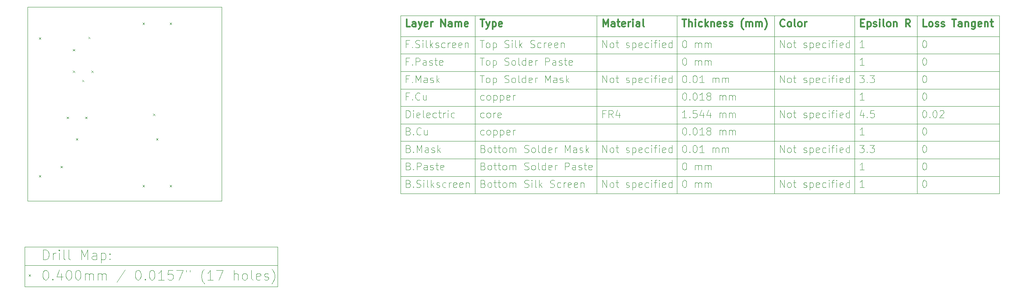
<source format=gbr>
%TF.GenerationSoftware,KiCad,Pcbnew,8.0.0*%
%TF.CreationDate,2024-12-08T18:16:12+02:00*%
%TF.ProjectId,Proiect1,50726f69-6563-4743-912e-6b696361645f,rev?*%
%TF.SameCoordinates,PX3aa6a60PY6dac2c0*%
%TF.FileFunction,Other,User*%
%FSLAX46Y46*%
G04 Gerber Fmt 4.6, Leading zero omitted, Abs format (unit mm)*
G04 Created by KiCad (PCBNEW 8.0.0) date 2024-12-08 18:16:12*
%MOMM*%
%LPD*%
G01*
G04 APERTURE LIST*
%ADD10C,0.100000*%
%ADD11C,0.300000*%
G04 APERTURE END LIST*
D10*
X184550077Y4242772D02*
X184692934Y4242772D01*
X184692934Y4242772D02*
X184835791Y4171343D01*
X184835791Y4171343D02*
X184907220Y4099915D01*
X184907220Y4099915D02*
X184978648Y3957058D01*
X184978648Y3957058D02*
X185050077Y3671343D01*
X185050077Y3671343D02*
X185050077Y3314200D01*
X185050077Y3314200D02*
X184978648Y3028486D01*
X184978648Y3028486D02*
X184907220Y2885629D01*
X184907220Y2885629D02*
X184835791Y2814200D01*
X184835791Y2814200D02*
X184692934Y2742772D01*
X184692934Y2742772D02*
X184550077Y2742772D01*
X184550077Y2742772D02*
X184407220Y2814200D01*
X184407220Y2814200D02*
X184335791Y2885629D01*
X184335791Y2885629D02*
X184264362Y3028486D01*
X184264362Y3028486D02*
X184192934Y3314200D01*
X184192934Y3314200D02*
X184192934Y3671343D01*
X184192934Y3671343D02*
X184264362Y3957058D01*
X184264362Y3957058D02*
X184335791Y4099915D01*
X184335791Y4099915D02*
X184407220Y4171343D01*
X184407220Y4171343D02*
X184550077Y4242772D01*
X184550077Y7848772D02*
X184692934Y7848772D01*
X184692934Y7848772D02*
X184835791Y7777343D01*
X184835791Y7777343D02*
X184907220Y7705915D01*
X184907220Y7705915D02*
X184978648Y7563058D01*
X184978648Y7563058D02*
X185050077Y7277343D01*
X185050077Y7277343D02*
X185050077Y6920200D01*
X185050077Y6920200D02*
X184978648Y6634486D01*
X184978648Y6634486D02*
X184907220Y6491629D01*
X184907220Y6491629D02*
X184835791Y6420200D01*
X184835791Y6420200D02*
X184692934Y6348772D01*
X184692934Y6348772D02*
X184550077Y6348772D01*
X184550077Y6348772D02*
X184407220Y6420200D01*
X184407220Y6420200D02*
X184335791Y6491629D01*
X184335791Y6491629D02*
X184264362Y6634486D01*
X184264362Y6634486D02*
X184192934Y6920200D01*
X184192934Y6920200D02*
X184192934Y7277343D01*
X184192934Y7277343D02*
X184264362Y7563058D01*
X184264362Y7563058D02*
X184335791Y7705915D01*
X184335791Y7705915D02*
X184407220Y7777343D01*
X184407220Y7777343D02*
X184550077Y7848772D01*
X184550077Y11454772D02*
X184692934Y11454772D01*
X184692934Y11454772D02*
X184835791Y11383343D01*
X184835791Y11383343D02*
X184907220Y11311915D01*
X184907220Y11311915D02*
X184978648Y11169058D01*
X184978648Y11169058D02*
X185050077Y10883343D01*
X185050077Y10883343D02*
X185050077Y10526200D01*
X185050077Y10526200D02*
X184978648Y10240486D01*
X184978648Y10240486D02*
X184907220Y10097629D01*
X184907220Y10097629D02*
X184835791Y10026200D01*
X184835791Y10026200D02*
X184692934Y9954772D01*
X184692934Y9954772D02*
X184550077Y9954772D01*
X184550077Y9954772D02*
X184407220Y10026200D01*
X184407220Y10026200D02*
X184335791Y10097629D01*
X184335791Y10097629D02*
X184264362Y10240486D01*
X184264362Y10240486D02*
X184192934Y10526200D01*
X184192934Y10526200D02*
X184192934Y10883343D01*
X184192934Y10883343D02*
X184264362Y11169058D01*
X184264362Y11169058D02*
X184335791Y11311915D01*
X184335791Y11311915D02*
X184407220Y11383343D01*
X184407220Y11383343D02*
X184550077Y11454772D01*
X184550077Y18666772D02*
X184692934Y18666772D01*
X184692934Y18666772D02*
X184835791Y18595343D01*
X184835791Y18595343D02*
X184907220Y18523915D01*
X184907220Y18523915D02*
X184978648Y18381058D01*
X184978648Y18381058D02*
X185050077Y18095343D01*
X185050077Y18095343D02*
X185050077Y17738200D01*
X185050077Y17738200D02*
X184978648Y17452486D01*
X184978648Y17452486D02*
X184907220Y17309629D01*
X184907220Y17309629D02*
X184835791Y17238200D01*
X184835791Y17238200D02*
X184692934Y17166772D01*
X184692934Y17166772D02*
X184550077Y17166772D01*
X184550077Y17166772D02*
X184407220Y17238200D01*
X184407220Y17238200D02*
X184335791Y17309629D01*
X184335791Y17309629D02*
X184264362Y17452486D01*
X184264362Y17452486D02*
X184192934Y17738200D01*
X184192934Y17738200D02*
X184192934Y18095343D01*
X184192934Y18095343D02*
X184264362Y18381058D01*
X184264362Y18381058D02*
X184335791Y18523915D01*
X184335791Y18523915D02*
X184407220Y18595343D01*
X184407220Y18595343D02*
X184550077Y18666772D01*
X185692933Y17309629D02*
X185764362Y17238200D01*
X185764362Y17238200D02*
X185692933Y17166772D01*
X185692933Y17166772D02*
X185621505Y17238200D01*
X185621505Y17238200D02*
X185692933Y17309629D01*
X185692933Y17309629D02*
X185692933Y17166772D01*
X186692934Y18666772D02*
X186835791Y18666772D01*
X186835791Y18666772D02*
X186978648Y18595343D01*
X186978648Y18595343D02*
X187050077Y18523915D01*
X187050077Y18523915D02*
X187121505Y18381058D01*
X187121505Y18381058D02*
X187192934Y18095343D01*
X187192934Y18095343D02*
X187192934Y17738200D01*
X187192934Y17738200D02*
X187121505Y17452486D01*
X187121505Y17452486D02*
X187050077Y17309629D01*
X187050077Y17309629D02*
X186978648Y17238200D01*
X186978648Y17238200D02*
X186835791Y17166772D01*
X186835791Y17166772D02*
X186692934Y17166772D01*
X186692934Y17166772D02*
X186550077Y17238200D01*
X186550077Y17238200D02*
X186478648Y17309629D01*
X186478648Y17309629D02*
X186407219Y17452486D01*
X186407219Y17452486D02*
X186335791Y17738200D01*
X186335791Y17738200D02*
X186335791Y18095343D01*
X186335791Y18095343D02*
X186407219Y18381058D01*
X186407219Y18381058D02*
X186478648Y18523915D01*
X186478648Y18523915D02*
X186550077Y18595343D01*
X186550077Y18595343D02*
X186692934Y18666772D01*
X187764362Y18523915D02*
X187835790Y18595343D01*
X187835790Y18595343D02*
X187978648Y18666772D01*
X187978648Y18666772D02*
X188335790Y18666772D01*
X188335790Y18666772D02*
X188478648Y18595343D01*
X188478648Y18595343D02*
X188550076Y18523915D01*
X188550076Y18523915D02*
X188621505Y18381058D01*
X188621505Y18381058D02*
X188621505Y18238200D01*
X188621505Y18238200D02*
X188550076Y18023915D01*
X188550076Y18023915D02*
X187692933Y17166772D01*
X187692933Y17166772D02*
X188621505Y17166772D01*
X184550077Y25878772D02*
X184692934Y25878772D01*
X184692934Y25878772D02*
X184835791Y25807343D01*
X184835791Y25807343D02*
X184907220Y25735915D01*
X184907220Y25735915D02*
X184978648Y25593058D01*
X184978648Y25593058D02*
X185050077Y25307343D01*
X185050077Y25307343D02*
X185050077Y24950200D01*
X185050077Y24950200D02*
X184978648Y24664486D01*
X184978648Y24664486D02*
X184907220Y24521629D01*
X184907220Y24521629D02*
X184835791Y24450200D01*
X184835791Y24450200D02*
X184692934Y24378772D01*
X184692934Y24378772D02*
X184550077Y24378772D01*
X184550077Y24378772D02*
X184407220Y24450200D01*
X184407220Y24450200D02*
X184335791Y24521629D01*
X184335791Y24521629D02*
X184264362Y24664486D01*
X184264362Y24664486D02*
X184192934Y24950200D01*
X184192934Y24950200D02*
X184192934Y25307343D01*
X184192934Y25307343D02*
X184264362Y25593058D01*
X184264362Y25593058D02*
X184335791Y25735915D01*
X184335791Y25735915D02*
X184407220Y25807343D01*
X184407220Y25807343D02*
X184550077Y25878772D01*
X184550077Y29484772D02*
X184692934Y29484772D01*
X184692934Y29484772D02*
X184835791Y29413343D01*
X184835791Y29413343D02*
X184907220Y29341915D01*
X184907220Y29341915D02*
X184978648Y29199058D01*
X184978648Y29199058D02*
X185050077Y28913343D01*
X185050077Y28913343D02*
X185050077Y28556200D01*
X185050077Y28556200D02*
X184978648Y28270486D01*
X184978648Y28270486D02*
X184907220Y28127629D01*
X184907220Y28127629D02*
X184835791Y28056200D01*
X184835791Y28056200D02*
X184692934Y27984772D01*
X184692934Y27984772D02*
X184550077Y27984772D01*
X184550077Y27984772D02*
X184407220Y28056200D01*
X184407220Y28056200D02*
X184335791Y28127629D01*
X184335791Y28127629D02*
X184264362Y28270486D01*
X184264362Y28270486D02*
X184192934Y28556200D01*
X184192934Y28556200D02*
X184192934Y28913343D01*
X184192934Y28913343D02*
X184264362Y29199058D01*
X184264362Y29199058D02*
X184335791Y29341915D01*
X184335791Y29341915D02*
X184407220Y29413343D01*
X184407220Y29413343D02*
X184550077Y29484772D01*
X184550077Y33090772D02*
X184692934Y33090772D01*
X184692934Y33090772D02*
X184835791Y33019343D01*
X184835791Y33019343D02*
X184907220Y32947915D01*
X184907220Y32947915D02*
X184978648Y32805058D01*
X184978648Y32805058D02*
X185050077Y32519343D01*
X185050077Y32519343D02*
X185050077Y32162200D01*
X185050077Y32162200D02*
X184978648Y31876486D01*
X184978648Y31876486D02*
X184907220Y31733629D01*
X184907220Y31733629D02*
X184835791Y31662200D01*
X184835791Y31662200D02*
X184692934Y31590772D01*
X184692934Y31590772D02*
X184550077Y31590772D01*
X184550077Y31590772D02*
X184407220Y31662200D01*
X184407220Y31662200D02*
X184335791Y31733629D01*
X184335791Y31733629D02*
X184264362Y31876486D01*
X184264362Y31876486D02*
X184192934Y32162200D01*
X184192934Y32162200D02*
X184192934Y32519343D01*
X184192934Y32519343D02*
X184264362Y32805058D01*
X184264362Y32805058D02*
X184335791Y32947915D01*
X184335791Y32947915D02*
X184407220Y33019343D01*
X184407220Y33019343D02*
X184550077Y33090772D01*
D11*
X185110227Y35909172D02*
X184395941Y35909172D01*
X184395941Y35909172D02*
X184395941Y37409172D01*
X185824513Y35909172D02*
X185681656Y35980600D01*
X185681656Y35980600D02*
X185610227Y36052029D01*
X185610227Y36052029D02*
X185538799Y36194886D01*
X185538799Y36194886D02*
X185538799Y36623458D01*
X185538799Y36623458D02*
X185610227Y36766315D01*
X185610227Y36766315D02*
X185681656Y36837743D01*
X185681656Y36837743D02*
X185824513Y36909172D01*
X185824513Y36909172D02*
X186038799Y36909172D01*
X186038799Y36909172D02*
X186181656Y36837743D01*
X186181656Y36837743D02*
X186253085Y36766315D01*
X186253085Y36766315D02*
X186324513Y36623458D01*
X186324513Y36623458D02*
X186324513Y36194886D01*
X186324513Y36194886D02*
X186253085Y36052029D01*
X186253085Y36052029D02*
X186181656Y35980600D01*
X186181656Y35980600D02*
X186038799Y35909172D01*
X186038799Y35909172D02*
X185824513Y35909172D01*
X186895942Y35980600D02*
X187038799Y35909172D01*
X187038799Y35909172D02*
X187324513Y35909172D01*
X187324513Y35909172D02*
X187467370Y35980600D01*
X187467370Y35980600D02*
X187538799Y36123458D01*
X187538799Y36123458D02*
X187538799Y36194886D01*
X187538799Y36194886D02*
X187467370Y36337743D01*
X187467370Y36337743D02*
X187324513Y36409172D01*
X187324513Y36409172D02*
X187110228Y36409172D01*
X187110228Y36409172D02*
X186967370Y36480600D01*
X186967370Y36480600D02*
X186895942Y36623458D01*
X186895942Y36623458D02*
X186895942Y36694886D01*
X186895942Y36694886D02*
X186967370Y36837743D01*
X186967370Y36837743D02*
X187110228Y36909172D01*
X187110228Y36909172D02*
X187324513Y36909172D01*
X187324513Y36909172D02*
X187467370Y36837743D01*
X188110228Y35980600D02*
X188253085Y35909172D01*
X188253085Y35909172D02*
X188538799Y35909172D01*
X188538799Y35909172D02*
X188681656Y35980600D01*
X188681656Y35980600D02*
X188753085Y36123458D01*
X188753085Y36123458D02*
X188753085Y36194886D01*
X188753085Y36194886D02*
X188681656Y36337743D01*
X188681656Y36337743D02*
X188538799Y36409172D01*
X188538799Y36409172D02*
X188324514Y36409172D01*
X188324514Y36409172D02*
X188181656Y36480600D01*
X188181656Y36480600D02*
X188110228Y36623458D01*
X188110228Y36623458D02*
X188110228Y36694886D01*
X188110228Y36694886D02*
X188181656Y36837743D01*
X188181656Y36837743D02*
X188324514Y36909172D01*
X188324514Y36909172D02*
X188538799Y36909172D01*
X188538799Y36909172D02*
X188681656Y36837743D01*
X190324514Y37409172D02*
X191181657Y37409172D01*
X190753085Y35909172D02*
X190753085Y37409172D01*
X192324514Y35909172D02*
X192324514Y36694886D01*
X192324514Y36694886D02*
X192253085Y36837743D01*
X192253085Y36837743D02*
X192110228Y36909172D01*
X192110228Y36909172D02*
X191824514Y36909172D01*
X191824514Y36909172D02*
X191681656Y36837743D01*
X192324514Y35980600D02*
X192181656Y35909172D01*
X192181656Y35909172D02*
X191824514Y35909172D01*
X191824514Y35909172D02*
X191681656Y35980600D01*
X191681656Y35980600D02*
X191610228Y36123458D01*
X191610228Y36123458D02*
X191610228Y36266315D01*
X191610228Y36266315D02*
X191681656Y36409172D01*
X191681656Y36409172D02*
X191824514Y36480600D01*
X191824514Y36480600D02*
X192181656Y36480600D01*
X192181656Y36480600D02*
X192324514Y36552029D01*
X193038799Y36909172D02*
X193038799Y35909172D01*
X193038799Y36766315D02*
X193110228Y36837743D01*
X193110228Y36837743D02*
X193253085Y36909172D01*
X193253085Y36909172D02*
X193467371Y36909172D01*
X193467371Y36909172D02*
X193610228Y36837743D01*
X193610228Y36837743D02*
X193681657Y36694886D01*
X193681657Y36694886D02*
X193681657Y35909172D01*
X195038800Y36909172D02*
X195038800Y35694886D01*
X195038800Y35694886D02*
X194967371Y35552029D01*
X194967371Y35552029D02*
X194895942Y35480600D01*
X194895942Y35480600D02*
X194753085Y35409172D01*
X194753085Y35409172D02*
X194538800Y35409172D01*
X194538800Y35409172D02*
X194395942Y35480600D01*
X195038800Y35980600D02*
X194895942Y35909172D01*
X194895942Y35909172D02*
X194610228Y35909172D01*
X194610228Y35909172D02*
X194467371Y35980600D01*
X194467371Y35980600D02*
X194395942Y36052029D01*
X194395942Y36052029D02*
X194324514Y36194886D01*
X194324514Y36194886D02*
X194324514Y36623458D01*
X194324514Y36623458D02*
X194395942Y36766315D01*
X194395942Y36766315D02*
X194467371Y36837743D01*
X194467371Y36837743D02*
X194610228Y36909172D01*
X194610228Y36909172D02*
X194895942Y36909172D01*
X194895942Y36909172D02*
X195038800Y36837743D01*
X196324514Y35980600D02*
X196181657Y35909172D01*
X196181657Y35909172D02*
X195895943Y35909172D01*
X195895943Y35909172D02*
X195753085Y35980600D01*
X195753085Y35980600D02*
X195681657Y36123458D01*
X195681657Y36123458D02*
X195681657Y36694886D01*
X195681657Y36694886D02*
X195753085Y36837743D01*
X195753085Y36837743D02*
X195895943Y36909172D01*
X195895943Y36909172D02*
X196181657Y36909172D01*
X196181657Y36909172D02*
X196324514Y36837743D01*
X196324514Y36837743D02*
X196395943Y36694886D01*
X196395943Y36694886D02*
X196395943Y36552029D01*
X196395943Y36552029D02*
X195681657Y36409172D01*
X197038799Y36909172D02*
X197038799Y35909172D01*
X197038799Y36766315D02*
X197110228Y36837743D01*
X197110228Y36837743D02*
X197253085Y36909172D01*
X197253085Y36909172D02*
X197467371Y36909172D01*
X197467371Y36909172D02*
X197610228Y36837743D01*
X197610228Y36837743D02*
X197681657Y36694886D01*
X197681657Y36694886D02*
X197681657Y35909172D01*
X198181657Y36909172D02*
X198753085Y36909172D01*
X198395942Y37409172D02*
X198395942Y36123458D01*
X198395942Y36123458D02*
X198467371Y35980600D01*
X198467371Y35980600D02*
X198610228Y35909172D01*
X198610228Y35909172D02*
X198753085Y35909172D01*
D10*
X172164362Y2742772D02*
X171307219Y2742772D01*
X171735790Y2742772D02*
X171735790Y4242772D01*
X171735790Y4242772D02*
X171592933Y4028486D01*
X171592933Y4028486D02*
X171450076Y3885629D01*
X171450076Y3885629D02*
X171307219Y3814200D01*
X184550077Y15060772D02*
X184692934Y15060772D01*
X184692934Y15060772D02*
X184835791Y14989343D01*
X184835791Y14989343D02*
X184907220Y14917915D01*
X184907220Y14917915D02*
X184978648Y14775058D01*
X184978648Y14775058D02*
X185050077Y14489343D01*
X185050077Y14489343D02*
X185050077Y14132200D01*
X185050077Y14132200D02*
X184978648Y13846486D01*
X184978648Y13846486D02*
X184907220Y13703629D01*
X184907220Y13703629D02*
X184835791Y13632200D01*
X184835791Y13632200D02*
X184692934Y13560772D01*
X184692934Y13560772D02*
X184550077Y13560772D01*
X184550077Y13560772D02*
X184407220Y13632200D01*
X184407220Y13632200D02*
X184335791Y13703629D01*
X184335791Y13703629D02*
X184264362Y13846486D01*
X184264362Y13846486D02*
X184192934Y14132200D01*
X184192934Y14132200D02*
X184192934Y14489343D01*
X184192934Y14489343D02*
X184264362Y14775058D01*
X184264362Y14775058D02*
X184335791Y14917915D01*
X184335791Y14917915D02*
X184407220Y14989343D01*
X184407220Y14989343D02*
X184550077Y15060772D01*
X172164362Y6348772D02*
X171307219Y6348772D01*
X171735790Y6348772D02*
X171735790Y7848772D01*
X171735790Y7848772D02*
X171592933Y7634486D01*
X171592933Y7634486D02*
X171450076Y7491629D01*
X171450076Y7491629D02*
X171307219Y7420200D01*
X171235790Y11454772D02*
X172164362Y11454772D01*
X172164362Y11454772D02*
X171664362Y10883343D01*
X171664362Y10883343D02*
X171878647Y10883343D01*
X171878647Y10883343D02*
X172021505Y10811915D01*
X172021505Y10811915D02*
X172092933Y10740486D01*
X172092933Y10740486D02*
X172164362Y10597629D01*
X172164362Y10597629D02*
X172164362Y10240486D01*
X172164362Y10240486D02*
X172092933Y10097629D01*
X172092933Y10097629D02*
X172021505Y10026200D01*
X172021505Y10026200D02*
X171878647Y9954772D01*
X171878647Y9954772D02*
X171450076Y9954772D01*
X171450076Y9954772D02*
X171307219Y10026200D01*
X171307219Y10026200D02*
X171235790Y10097629D01*
X172807218Y10097629D02*
X172878647Y10026200D01*
X172878647Y10026200D02*
X172807218Y9954772D01*
X172807218Y9954772D02*
X172735790Y10026200D01*
X172735790Y10026200D02*
X172807218Y10097629D01*
X172807218Y10097629D02*
X172807218Y9954772D01*
X173378647Y11454772D02*
X174307219Y11454772D01*
X174307219Y11454772D02*
X173807219Y10883343D01*
X173807219Y10883343D02*
X174021504Y10883343D01*
X174021504Y10883343D02*
X174164362Y10811915D01*
X174164362Y10811915D02*
X174235790Y10740486D01*
X174235790Y10740486D02*
X174307219Y10597629D01*
X174307219Y10597629D02*
X174307219Y10240486D01*
X174307219Y10240486D02*
X174235790Y10097629D01*
X174235790Y10097629D02*
X174164362Y10026200D01*
X174164362Y10026200D02*
X174021504Y9954772D01*
X174021504Y9954772D02*
X173592933Y9954772D01*
X173592933Y9954772D02*
X173450076Y10026200D01*
X173450076Y10026200D02*
X173378647Y10097629D01*
X172164362Y13560772D02*
X171307219Y13560772D01*
X171735790Y13560772D02*
X171735790Y15060772D01*
X171735790Y15060772D02*
X171592933Y14846486D01*
X171592933Y14846486D02*
X171450076Y14703629D01*
X171450076Y14703629D02*
X171307219Y14632200D01*
X172021505Y18166772D02*
X172021505Y17166772D01*
X171664362Y18738200D02*
X171307219Y17666772D01*
X171307219Y17666772D02*
X172235790Y17666772D01*
X172807218Y17309629D02*
X172878647Y17238200D01*
X172878647Y17238200D02*
X172807218Y17166772D01*
X172807218Y17166772D02*
X172735790Y17238200D01*
X172735790Y17238200D02*
X172807218Y17309629D01*
X172807218Y17309629D02*
X172807218Y17166772D01*
X174235790Y18666772D02*
X173521504Y18666772D01*
X173521504Y18666772D02*
X173450076Y17952486D01*
X173450076Y17952486D02*
X173521504Y18023915D01*
X173521504Y18023915D02*
X173664362Y18095343D01*
X173664362Y18095343D02*
X174021504Y18095343D01*
X174021504Y18095343D02*
X174164362Y18023915D01*
X174164362Y18023915D02*
X174235790Y17952486D01*
X174235790Y17952486D02*
X174307219Y17809629D01*
X174307219Y17809629D02*
X174307219Y17452486D01*
X174307219Y17452486D02*
X174235790Y17309629D01*
X174235790Y17309629D02*
X174164362Y17238200D01*
X174164362Y17238200D02*
X174021504Y17166772D01*
X174021504Y17166772D02*
X173664362Y17166772D01*
X173664362Y17166772D02*
X173521504Y17238200D01*
X173521504Y17238200D02*
X173450076Y17309629D01*
X172164362Y20772772D02*
X171307219Y20772772D01*
X171735790Y20772772D02*
X171735790Y22272772D01*
X171735790Y22272772D02*
X171592933Y22058486D01*
X171592933Y22058486D02*
X171450076Y21915629D01*
X171450076Y21915629D02*
X171307219Y21844200D01*
X171235790Y25878772D02*
X172164362Y25878772D01*
X172164362Y25878772D02*
X171664362Y25307343D01*
X171664362Y25307343D02*
X171878647Y25307343D01*
X171878647Y25307343D02*
X172021505Y25235915D01*
X172021505Y25235915D02*
X172092933Y25164486D01*
X172092933Y25164486D02*
X172164362Y25021629D01*
X172164362Y25021629D02*
X172164362Y24664486D01*
X172164362Y24664486D02*
X172092933Y24521629D01*
X172092933Y24521629D02*
X172021505Y24450200D01*
X172021505Y24450200D02*
X171878647Y24378772D01*
X171878647Y24378772D02*
X171450076Y24378772D01*
X171450076Y24378772D02*
X171307219Y24450200D01*
X171307219Y24450200D02*
X171235790Y24521629D01*
X172807218Y24521629D02*
X172878647Y24450200D01*
X172878647Y24450200D02*
X172807218Y24378772D01*
X172807218Y24378772D02*
X172735790Y24450200D01*
X172735790Y24450200D02*
X172807218Y24521629D01*
X172807218Y24521629D02*
X172807218Y24378772D01*
X173378647Y25878772D02*
X174307219Y25878772D01*
X174307219Y25878772D02*
X173807219Y25307343D01*
X173807219Y25307343D02*
X174021504Y25307343D01*
X174021504Y25307343D02*
X174164362Y25235915D01*
X174164362Y25235915D02*
X174235790Y25164486D01*
X174235790Y25164486D02*
X174307219Y25021629D01*
X174307219Y25021629D02*
X174307219Y24664486D01*
X174307219Y24664486D02*
X174235790Y24521629D01*
X174235790Y24521629D02*
X174164362Y24450200D01*
X174164362Y24450200D02*
X174021504Y24378772D01*
X174021504Y24378772D02*
X173592933Y24378772D01*
X173592933Y24378772D02*
X173450076Y24450200D01*
X173450076Y24450200D02*
X173378647Y24521629D01*
X172164362Y27984772D02*
X171307219Y27984772D01*
X171735790Y27984772D02*
X171735790Y29484772D01*
X171735790Y29484772D02*
X171592933Y29270486D01*
X171592933Y29270486D02*
X171450076Y29127629D01*
X171450076Y29127629D02*
X171307219Y29056200D01*
X172164362Y31590772D02*
X171307219Y31590772D01*
X171735790Y31590772D02*
X171735790Y33090772D01*
X171735790Y33090772D02*
X171592933Y32876486D01*
X171592933Y32876486D02*
X171450076Y32733629D01*
X171450076Y32733629D02*
X171307219Y32662200D01*
D11*
X171510226Y36694886D02*
X172010226Y36694886D01*
X172224512Y35909172D02*
X171510226Y35909172D01*
X171510226Y35909172D02*
X171510226Y37409172D01*
X171510226Y37409172D02*
X172224512Y37409172D01*
X172867369Y36909172D02*
X172867369Y35409172D01*
X172867369Y36837743D02*
X173010227Y36909172D01*
X173010227Y36909172D02*
X173295941Y36909172D01*
X173295941Y36909172D02*
X173438798Y36837743D01*
X173438798Y36837743D02*
X173510227Y36766315D01*
X173510227Y36766315D02*
X173581655Y36623458D01*
X173581655Y36623458D02*
X173581655Y36194886D01*
X173581655Y36194886D02*
X173510227Y36052029D01*
X173510227Y36052029D02*
X173438798Y35980600D01*
X173438798Y35980600D02*
X173295941Y35909172D01*
X173295941Y35909172D02*
X173010227Y35909172D01*
X173010227Y35909172D02*
X172867369Y35980600D01*
X174153084Y35980600D02*
X174295941Y35909172D01*
X174295941Y35909172D02*
X174581655Y35909172D01*
X174581655Y35909172D02*
X174724512Y35980600D01*
X174724512Y35980600D02*
X174795941Y36123458D01*
X174795941Y36123458D02*
X174795941Y36194886D01*
X174795941Y36194886D02*
X174724512Y36337743D01*
X174724512Y36337743D02*
X174581655Y36409172D01*
X174581655Y36409172D02*
X174367370Y36409172D01*
X174367370Y36409172D02*
X174224512Y36480600D01*
X174224512Y36480600D02*
X174153084Y36623458D01*
X174153084Y36623458D02*
X174153084Y36694886D01*
X174153084Y36694886D02*
X174224512Y36837743D01*
X174224512Y36837743D02*
X174367370Y36909172D01*
X174367370Y36909172D02*
X174581655Y36909172D01*
X174581655Y36909172D02*
X174724512Y36837743D01*
X175438798Y35909172D02*
X175438798Y36909172D01*
X175438798Y37409172D02*
X175367370Y37337743D01*
X175367370Y37337743D02*
X175438798Y37266315D01*
X175438798Y37266315D02*
X175510227Y37337743D01*
X175510227Y37337743D02*
X175438798Y37409172D01*
X175438798Y37409172D02*
X175438798Y37266315D01*
X176367370Y35909172D02*
X176224513Y35980600D01*
X176224513Y35980600D02*
X176153084Y36123458D01*
X176153084Y36123458D02*
X176153084Y37409172D01*
X177153084Y35909172D02*
X177010227Y35980600D01*
X177010227Y35980600D02*
X176938798Y36052029D01*
X176938798Y36052029D02*
X176867370Y36194886D01*
X176867370Y36194886D02*
X176867370Y36623458D01*
X176867370Y36623458D02*
X176938798Y36766315D01*
X176938798Y36766315D02*
X177010227Y36837743D01*
X177010227Y36837743D02*
X177153084Y36909172D01*
X177153084Y36909172D02*
X177367370Y36909172D01*
X177367370Y36909172D02*
X177510227Y36837743D01*
X177510227Y36837743D02*
X177581656Y36766315D01*
X177581656Y36766315D02*
X177653084Y36623458D01*
X177653084Y36623458D02*
X177653084Y36194886D01*
X177653084Y36194886D02*
X177581656Y36052029D01*
X177581656Y36052029D02*
X177510227Y35980600D01*
X177510227Y35980600D02*
X177367370Y35909172D01*
X177367370Y35909172D02*
X177153084Y35909172D01*
X178295941Y36909172D02*
X178295941Y35909172D01*
X178295941Y36766315D02*
X178367370Y36837743D01*
X178367370Y36837743D02*
X178510227Y36909172D01*
X178510227Y36909172D02*
X178724513Y36909172D01*
X178724513Y36909172D02*
X178867370Y36837743D01*
X178867370Y36837743D02*
X178938799Y36694886D01*
X178938799Y36694886D02*
X178938799Y35909172D01*
X181653084Y35909172D02*
X181153084Y36623458D01*
X180795941Y35909172D02*
X180795941Y37409172D01*
X180795941Y37409172D02*
X181367370Y37409172D01*
X181367370Y37409172D02*
X181510227Y37337743D01*
X181510227Y37337743D02*
X181581656Y37266315D01*
X181581656Y37266315D02*
X181653084Y37123458D01*
X181653084Y37123458D02*
X181653084Y36909172D01*
X181653084Y36909172D02*
X181581656Y36766315D01*
X181581656Y36766315D02*
X181510227Y36694886D01*
X181510227Y36694886D02*
X181367370Y36623458D01*
X181367370Y36623458D02*
X180795941Y36623458D01*
D10*
X154878646Y2742772D02*
X154878646Y4242772D01*
X154878646Y4242772D02*
X155735789Y2742772D01*
X155735789Y2742772D02*
X155735789Y4242772D01*
X156664361Y2742772D02*
X156521504Y2814200D01*
X156521504Y2814200D02*
X156450075Y2885629D01*
X156450075Y2885629D02*
X156378647Y3028486D01*
X156378647Y3028486D02*
X156378647Y3457058D01*
X156378647Y3457058D02*
X156450075Y3599915D01*
X156450075Y3599915D02*
X156521504Y3671343D01*
X156521504Y3671343D02*
X156664361Y3742772D01*
X156664361Y3742772D02*
X156878647Y3742772D01*
X156878647Y3742772D02*
X157021504Y3671343D01*
X157021504Y3671343D02*
X157092933Y3599915D01*
X157092933Y3599915D02*
X157164361Y3457058D01*
X157164361Y3457058D02*
X157164361Y3028486D01*
X157164361Y3028486D02*
X157092933Y2885629D01*
X157092933Y2885629D02*
X157021504Y2814200D01*
X157021504Y2814200D02*
X156878647Y2742772D01*
X156878647Y2742772D02*
X156664361Y2742772D01*
X157592933Y3742772D02*
X158164361Y3742772D01*
X157807218Y4242772D02*
X157807218Y2957058D01*
X157807218Y2957058D02*
X157878647Y2814200D01*
X157878647Y2814200D02*
X158021504Y2742772D01*
X158021504Y2742772D02*
X158164361Y2742772D01*
X159735790Y2814200D02*
X159878647Y2742772D01*
X159878647Y2742772D02*
X160164361Y2742772D01*
X160164361Y2742772D02*
X160307218Y2814200D01*
X160307218Y2814200D02*
X160378647Y2957058D01*
X160378647Y2957058D02*
X160378647Y3028486D01*
X160378647Y3028486D02*
X160307218Y3171343D01*
X160307218Y3171343D02*
X160164361Y3242772D01*
X160164361Y3242772D02*
X159950076Y3242772D01*
X159950076Y3242772D02*
X159807218Y3314200D01*
X159807218Y3314200D02*
X159735790Y3457058D01*
X159735790Y3457058D02*
X159735790Y3528486D01*
X159735790Y3528486D02*
X159807218Y3671343D01*
X159807218Y3671343D02*
X159950076Y3742772D01*
X159950076Y3742772D02*
X160164361Y3742772D01*
X160164361Y3742772D02*
X160307218Y3671343D01*
X161021504Y3742772D02*
X161021504Y2242772D01*
X161021504Y3671343D02*
X161164362Y3742772D01*
X161164362Y3742772D02*
X161450076Y3742772D01*
X161450076Y3742772D02*
X161592933Y3671343D01*
X161592933Y3671343D02*
X161664362Y3599915D01*
X161664362Y3599915D02*
X161735790Y3457058D01*
X161735790Y3457058D02*
X161735790Y3028486D01*
X161735790Y3028486D02*
X161664362Y2885629D01*
X161664362Y2885629D02*
X161592933Y2814200D01*
X161592933Y2814200D02*
X161450076Y2742772D01*
X161450076Y2742772D02*
X161164362Y2742772D01*
X161164362Y2742772D02*
X161021504Y2814200D01*
X162950076Y2814200D02*
X162807219Y2742772D01*
X162807219Y2742772D02*
X162521505Y2742772D01*
X162521505Y2742772D02*
X162378647Y2814200D01*
X162378647Y2814200D02*
X162307219Y2957058D01*
X162307219Y2957058D02*
X162307219Y3528486D01*
X162307219Y3528486D02*
X162378647Y3671343D01*
X162378647Y3671343D02*
X162521505Y3742772D01*
X162521505Y3742772D02*
X162807219Y3742772D01*
X162807219Y3742772D02*
X162950076Y3671343D01*
X162950076Y3671343D02*
X163021505Y3528486D01*
X163021505Y3528486D02*
X163021505Y3385629D01*
X163021505Y3385629D02*
X162307219Y3242772D01*
X164307219Y2814200D02*
X164164361Y2742772D01*
X164164361Y2742772D02*
X163878647Y2742772D01*
X163878647Y2742772D02*
X163735790Y2814200D01*
X163735790Y2814200D02*
X163664361Y2885629D01*
X163664361Y2885629D02*
X163592933Y3028486D01*
X163592933Y3028486D02*
X163592933Y3457058D01*
X163592933Y3457058D02*
X163664361Y3599915D01*
X163664361Y3599915D02*
X163735790Y3671343D01*
X163735790Y3671343D02*
X163878647Y3742772D01*
X163878647Y3742772D02*
X164164361Y3742772D01*
X164164361Y3742772D02*
X164307219Y3671343D01*
X164950075Y2742772D02*
X164950075Y3742772D01*
X164950075Y4242772D02*
X164878647Y4171343D01*
X164878647Y4171343D02*
X164950075Y4099915D01*
X164950075Y4099915D02*
X165021504Y4171343D01*
X165021504Y4171343D02*
X164950075Y4242772D01*
X164950075Y4242772D02*
X164950075Y4099915D01*
X165450076Y3742772D02*
X166021504Y3742772D01*
X165664361Y2742772D02*
X165664361Y4028486D01*
X165664361Y4028486D02*
X165735790Y4171343D01*
X165735790Y4171343D02*
X165878647Y4242772D01*
X165878647Y4242772D02*
X166021504Y4242772D01*
X166521504Y2742772D02*
X166521504Y3742772D01*
X166521504Y4242772D02*
X166450076Y4171343D01*
X166450076Y4171343D02*
X166521504Y4099915D01*
X166521504Y4099915D02*
X166592933Y4171343D01*
X166592933Y4171343D02*
X166521504Y4242772D01*
X166521504Y4242772D02*
X166521504Y4099915D01*
X167807219Y2814200D02*
X167664362Y2742772D01*
X167664362Y2742772D02*
X167378648Y2742772D01*
X167378648Y2742772D02*
X167235790Y2814200D01*
X167235790Y2814200D02*
X167164362Y2957058D01*
X167164362Y2957058D02*
X167164362Y3528486D01*
X167164362Y3528486D02*
X167235790Y3671343D01*
X167235790Y3671343D02*
X167378648Y3742772D01*
X167378648Y3742772D02*
X167664362Y3742772D01*
X167664362Y3742772D02*
X167807219Y3671343D01*
X167807219Y3671343D02*
X167878648Y3528486D01*
X167878648Y3528486D02*
X167878648Y3385629D01*
X167878648Y3385629D02*
X167164362Y3242772D01*
X169164362Y2742772D02*
X169164362Y4242772D01*
X169164362Y2814200D02*
X169021504Y2742772D01*
X169021504Y2742772D02*
X168735790Y2742772D01*
X168735790Y2742772D02*
X168592933Y2814200D01*
X168592933Y2814200D02*
X168521504Y2885629D01*
X168521504Y2885629D02*
X168450076Y3028486D01*
X168450076Y3028486D02*
X168450076Y3457058D01*
X168450076Y3457058D02*
X168521504Y3599915D01*
X168521504Y3599915D02*
X168592933Y3671343D01*
X168592933Y3671343D02*
X168735790Y3742772D01*
X168735790Y3742772D02*
X169021504Y3742772D01*
X169021504Y3742772D02*
X169164362Y3671343D01*
X154878646Y17166772D02*
X154878646Y18666772D01*
X154878646Y18666772D02*
X155735789Y17166772D01*
X155735789Y17166772D02*
X155735789Y18666772D01*
X156664361Y17166772D02*
X156521504Y17238200D01*
X156521504Y17238200D02*
X156450075Y17309629D01*
X156450075Y17309629D02*
X156378647Y17452486D01*
X156378647Y17452486D02*
X156378647Y17881058D01*
X156378647Y17881058D02*
X156450075Y18023915D01*
X156450075Y18023915D02*
X156521504Y18095343D01*
X156521504Y18095343D02*
X156664361Y18166772D01*
X156664361Y18166772D02*
X156878647Y18166772D01*
X156878647Y18166772D02*
X157021504Y18095343D01*
X157021504Y18095343D02*
X157092933Y18023915D01*
X157092933Y18023915D02*
X157164361Y17881058D01*
X157164361Y17881058D02*
X157164361Y17452486D01*
X157164361Y17452486D02*
X157092933Y17309629D01*
X157092933Y17309629D02*
X157021504Y17238200D01*
X157021504Y17238200D02*
X156878647Y17166772D01*
X156878647Y17166772D02*
X156664361Y17166772D01*
X157592933Y18166772D02*
X158164361Y18166772D01*
X157807218Y18666772D02*
X157807218Y17381058D01*
X157807218Y17381058D02*
X157878647Y17238200D01*
X157878647Y17238200D02*
X158021504Y17166772D01*
X158021504Y17166772D02*
X158164361Y17166772D01*
X159735790Y17238200D02*
X159878647Y17166772D01*
X159878647Y17166772D02*
X160164361Y17166772D01*
X160164361Y17166772D02*
X160307218Y17238200D01*
X160307218Y17238200D02*
X160378647Y17381058D01*
X160378647Y17381058D02*
X160378647Y17452486D01*
X160378647Y17452486D02*
X160307218Y17595343D01*
X160307218Y17595343D02*
X160164361Y17666772D01*
X160164361Y17666772D02*
X159950076Y17666772D01*
X159950076Y17666772D02*
X159807218Y17738200D01*
X159807218Y17738200D02*
X159735790Y17881058D01*
X159735790Y17881058D02*
X159735790Y17952486D01*
X159735790Y17952486D02*
X159807218Y18095343D01*
X159807218Y18095343D02*
X159950076Y18166772D01*
X159950076Y18166772D02*
X160164361Y18166772D01*
X160164361Y18166772D02*
X160307218Y18095343D01*
X161021504Y18166772D02*
X161021504Y16666772D01*
X161021504Y18095343D02*
X161164362Y18166772D01*
X161164362Y18166772D02*
X161450076Y18166772D01*
X161450076Y18166772D02*
X161592933Y18095343D01*
X161592933Y18095343D02*
X161664362Y18023915D01*
X161664362Y18023915D02*
X161735790Y17881058D01*
X161735790Y17881058D02*
X161735790Y17452486D01*
X161735790Y17452486D02*
X161664362Y17309629D01*
X161664362Y17309629D02*
X161592933Y17238200D01*
X161592933Y17238200D02*
X161450076Y17166772D01*
X161450076Y17166772D02*
X161164362Y17166772D01*
X161164362Y17166772D02*
X161021504Y17238200D01*
X162950076Y17238200D02*
X162807219Y17166772D01*
X162807219Y17166772D02*
X162521505Y17166772D01*
X162521505Y17166772D02*
X162378647Y17238200D01*
X162378647Y17238200D02*
X162307219Y17381058D01*
X162307219Y17381058D02*
X162307219Y17952486D01*
X162307219Y17952486D02*
X162378647Y18095343D01*
X162378647Y18095343D02*
X162521505Y18166772D01*
X162521505Y18166772D02*
X162807219Y18166772D01*
X162807219Y18166772D02*
X162950076Y18095343D01*
X162950076Y18095343D02*
X163021505Y17952486D01*
X163021505Y17952486D02*
X163021505Y17809629D01*
X163021505Y17809629D02*
X162307219Y17666772D01*
X164307219Y17238200D02*
X164164361Y17166772D01*
X164164361Y17166772D02*
X163878647Y17166772D01*
X163878647Y17166772D02*
X163735790Y17238200D01*
X163735790Y17238200D02*
X163664361Y17309629D01*
X163664361Y17309629D02*
X163592933Y17452486D01*
X163592933Y17452486D02*
X163592933Y17881058D01*
X163592933Y17881058D02*
X163664361Y18023915D01*
X163664361Y18023915D02*
X163735790Y18095343D01*
X163735790Y18095343D02*
X163878647Y18166772D01*
X163878647Y18166772D02*
X164164361Y18166772D01*
X164164361Y18166772D02*
X164307219Y18095343D01*
X164950075Y17166772D02*
X164950075Y18166772D01*
X164950075Y18666772D02*
X164878647Y18595343D01*
X164878647Y18595343D02*
X164950075Y18523915D01*
X164950075Y18523915D02*
X165021504Y18595343D01*
X165021504Y18595343D02*
X164950075Y18666772D01*
X164950075Y18666772D02*
X164950075Y18523915D01*
X165450076Y18166772D02*
X166021504Y18166772D01*
X165664361Y17166772D02*
X165664361Y18452486D01*
X165664361Y18452486D02*
X165735790Y18595343D01*
X165735790Y18595343D02*
X165878647Y18666772D01*
X165878647Y18666772D02*
X166021504Y18666772D01*
X166521504Y17166772D02*
X166521504Y18166772D01*
X166521504Y18666772D02*
X166450076Y18595343D01*
X166450076Y18595343D02*
X166521504Y18523915D01*
X166521504Y18523915D02*
X166592933Y18595343D01*
X166592933Y18595343D02*
X166521504Y18666772D01*
X166521504Y18666772D02*
X166521504Y18523915D01*
X167807219Y17238200D02*
X167664362Y17166772D01*
X167664362Y17166772D02*
X167378648Y17166772D01*
X167378648Y17166772D02*
X167235790Y17238200D01*
X167235790Y17238200D02*
X167164362Y17381058D01*
X167164362Y17381058D02*
X167164362Y17952486D01*
X167164362Y17952486D02*
X167235790Y18095343D01*
X167235790Y18095343D02*
X167378648Y18166772D01*
X167378648Y18166772D02*
X167664362Y18166772D01*
X167664362Y18166772D02*
X167807219Y18095343D01*
X167807219Y18095343D02*
X167878648Y17952486D01*
X167878648Y17952486D02*
X167878648Y17809629D01*
X167878648Y17809629D02*
X167164362Y17666772D01*
X169164362Y17166772D02*
X169164362Y18666772D01*
X169164362Y17238200D02*
X169021504Y17166772D01*
X169021504Y17166772D02*
X168735790Y17166772D01*
X168735790Y17166772D02*
X168592933Y17238200D01*
X168592933Y17238200D02*
X168521504Y17309629D01*
X168521504Y17309629D02*
X168450076Y17452486D01*
X168450076Y17452486D02*
X168450076Y17881058D01*
X168450076Y17881058D02*
X168521504Y18023915D01*
X168521504Y18023915D02*
X168592933Y18095343D01*
X168592933Y18095343D02*
X168735790Y18166772D01*
X168735790Y18166772D02*
X169021504Y18166772D01*
X169021504Y18166772D02*
X169164362Y18095343D01*
D11*
X155867368Y36052029D02*
X155795940Y35980600D01*
X155795940Y35980600D02*
X155581654Y35909172D01*
X155581654Y35909172D02*
X155438797Y35909172D01*
X155438797Y35909172D02*
X155224511Y35980600D01*
X155224511Y35980600D02*
X155081654Y36123458D01*
X155081654Y36123458D02*
X155010225Y36266315D01*
X155010225Y36266315D02*
X154938797Y36552029D01*
X154938797Y36552029D02*
X154938797Y36766315D01*
X154938797Y36766315D02*
X155010225Y37052029D01*
X155010225Y37052029D02*
X155081654Y37194886D01*
X155081654Y37194886D02*
X155224511Y37337743D01*
X155224511Y37337743D02*
X155438797Y37409172D01*
X155438797Y37409172D02*
X155581654Y37409172D01*
X155581654Y37409172D02*
X155795940Y37337743D01*
X155795940Y37337743D02*
X155867368Y37266315D01*
X156724511Y35909172D02*
X156581654Y35980600D01*
X156581654Y35980600D02*
X156510225Y36052029D01*
X156510225Y36052029D02*
X156438797Y36194886D01*
X156438797Y36194886D02*
X156438797Y36623458D01*
X156438797Y36623458D02*
X156510225Y36766315D01*
X156510225Y36766315D02*
X156581654Y36837743D01*
X156581654Y36837743D02*
X156724511Y36909172D01*
X156724511Y36909172D02*
X156938797Y36909172D01*
X156938797Y36909172D02*
X157081654Y36837743D01*
X157081654Y36837743D02*
X157153083Y36766315D01*
X157153083Y36766315D02*
X157224511Y36623458D01*
X157224511Y36623458D02*
X157224511Y36194886D01*
X157224511Y36194886D02*
X157153083Y36052029D01*
X157153083Y36052029D02*
X157081654Y35980600D01*
X157081654Y35980600D02*
X156938797Y35909172D01*
X156938797Y35909172D02*
X156724511Y35909172D01*
X158081654Y35909172D02*
X157938797Y35980600D01*
X157938797Y35980600D02*
X157867368Y36123458D01*
X157867368Y36123458D02*
X157867368Y37409172D01*
X158867368Y35909172D02*
X158724511Y35980600D01*
X158724511Y35980600D02*
X158653082Y36052029D01*
X158653082Y36052029D02*
X158581654Y36194886D01*
X158581654Y36194886D02*
X158581654Y36623458D01*
X158581654Y36623458D02*
X158653082Y36766315D01*
X158653082Y36766315D02*
X158724511Y36837743D01*
X158724511Y36837743D02*
X158867368Y36909172D01*
X158867368Y36909172D02*
X159081654Y36909172D01*
X159081654Y36909172D02*
X159224511Y36837743D01*
X159224511Y36837743D02*
X159295940Y36766315D01*
X159295940Y36766315D02*
X159367368Y36623458D01*
X159367368Y36623458D02*
X159367368Y36194886D01*
X159367368Y36194886D02*
X159295940Y36052029D01*
X159295940Y36052029D02*
X159224511Y35980600D01*
X159224511Y35980600D02*
X159081654Y35909172D01*
X159081654Y35909172D02*
X158867368Y35909172D01*
X160010225Y35909172D02*
X160010225Y36909172D01*
X160010225Y36623458D02*
X160081654Y36766315D01*
X160081654Y36766315D02*
X160153083Y36837743D01*
X160153083Y36837743D02*
X160295940Y36909172D01*
X160295940Y36909172D02*
X160438797Y36909172D01*
D10*
X135135789Y7848772D02*
X135278646Y7848772D01*
X135278646Y7848772D02*
X135421503Y7777343D01*
X135421503Y7777343D02*
X135492932Y7705915D01*
X135492932Y7705915D02*
X135564360Y7563058D01*
X135564360Y7563058D02*
X135635789Y7277343D01*
X135635789Y7277343D02*
X135635789Y6920200D01*
X135635789Y6920200D02*
X135564360Y6634486D01*
X135564360Y6634486D02*
X135492932Y6491629D01*
X135492932Y6491629D02*
X135421503Y6420200D01*
X135421503Y6420200D02*
X135278646Y6348772D01*
X135278646Y6348772D02*
X135135789Y6348772D01*
X135135789Y6348772D02*
X134992932Y6420200D01*
X134992932Y6420200D02*
X134921503Y6491629D01*
X134921503Y6491629D02*
X134850074Y6634486D01*
X134850074Y6634486D02*
X134778646Y6920200D01*
X134778646Y6920200D02*
X134778646Y7277343D01*
X134778646Y7277343D02*
X134850074Y7563058D01*
X134850074Y7563058D02*
X134921503Y7705915D01*
X134921503Y7705915D02*
X134992932Y7777343D01*
X134992932Y7777343D02*
X135135789Y7848772D01*
X137421502Y6348772D02*
X137421502Y7348772D01*
X137421502Y7205915D02*
X137492931Y7277343D01*
X137492931Y7277343D02*
X137635788Y7348772D01*
X137635788Y7348772D02*
X137850074Y7348772D01*
X137850074Y7348772D02*
X137992931Y7277343D01*
X137992931Y7277343D02*
X138064360Y7134486D01*
X138064360Y7134486D02*
X138064360Y6348772D01*
X138064360Y7134486D02*
X138135788Y7277343D01*
X138135788Y7277343D02*
X138278645Y7348772D01*
X138278645Y7348772D02*
X138492931Y7348772D01*
X138492931Y7348772D02*
X138635788Y7277343D01*
X138635788Y7277343D02*
X138707217Y7134486D01*
X138707217Y7134486D02*
X138707217Y6348772D01*
X139421502Y6348772D02*
X139421502Y7348772D01*
X139421502Y7205915D02*
X139492931Y7277343D01*
X139492931Y7277343D02*
X139635788Y7348772D01*
X139635788Y7348772D02*
X139850074Y7348772D01*
X139850074Y7348772D02*
X139992931Y7277343D01*
X139992931Y7277343D02*
X140064360Y7134486D01*
X140064360Y7134486D02*
X140064360Y6348772D01*
X140064360Y7134486D02*
X140135788Y7277343D01*
X140135788Y7277343D02*
X140278645Y7348772D01*
X140278645Y7348772D02*
X140492931Y7348772D01*
X140492931Y7348772D02*
X140635788Y7277343D01*
X140635788Y7277343D02*
X140707217Y7134486D01*
X140707217Y7134486D02*
X140707217Y6348772D01*
X135135789Y29484772D02*
X135278646Y29484772D01*
X135278646Y29484772D02*
X135421503Y29413343D01*
X135421503Y29413343D02*
X135492932Y29341915D01*
X135492932Y29341915D02*
X135564360Y29199058D01*
X135564360Y29199058D02*
X135635789Y28913343D01*
X135635789Y28913343D02*
X135635789Y28556200D01*
X135635789Y28556200D02*
X135564360Y28270486D01*
X135564360Y28270486D02*
X135492932Y28127629D01*
X135492932Y28127629D02*
X135421503Y28056200D01*
X135421503Y28056200D02*
X135278646Y27984772D01*
X135278646Y27984772D02*
X135135789Y27984772D01*
X135135789Y27984772D02*
X134992932Y28056200D01*
X134992932Y28056200D02*
X134921503Y28127629D01*
X134921503Y28127629D02*
X134850074Y28270486D01*
X134850074Y28270486D02*
X134778646Y28556200D01*
X134778646Y28556200D02*
X134778646Y28913343D01*
X134778646Y28913343D02*
X134850074Y29199058D01*
X134850074Y29199058D02*
X134921503Y29341915D01*
X134921503Y29341915D02*
X134992932Y29413343D01*
X134992932Y29413343D02*
X135135789Y29484772D01*
X137421502Y27984772D02*
X137421502Y28984772D01*
X137421502Y28841915D02*
X137492931Y28913343D01*
X137492931Y28913343D02*
X137635788Y28984772D01*
X137635788Y28984772D02*
X137850074Y28984772D01*
X137850074Y28984772D02*
X137992931Y28913343D01*
X137992931Y28913343D02*
X138064360Y28770486D01*
X138064360Y28770486D02*
X138064360Y27984772D01*
X138064360Y28770486D02*
X138135788Y28913343D01*
X138135788Y28913343D02*
X138278645Y28984772D01*
X138278645Y28984772D02*
X138492931Y28984772D01*
X138492931Y28984772D02*
X138635788Y28913343D01*
X138635788Y28913343D02*
X138707217Y28770486D01*
X138707217Y28770486D02*
X138707217Y27984772D01*
X139421502Y27984772D02*
X139421502Y28984772D01*
X139421502Y28841915D02*
X139492931Y28913343D01*
X139492931Y28913343D02*
X139635788Y28984772D01*
X139635788Y28984772D02*
X139850074Y28984772D01*
X139850074Y28984772D02*
X139992931Y28913343D01*
X139992931Y28913343D02*
X140064360Y28770486D01*
X140064360Y28770486D02*
X140064360Y27984772D01*
X140064360Y28770486D02*
X140135788Y28913343D01*
X140135788Y28913343D02*
X140278645Y28984772D01*
X140278645Y28984772D02*
X140492931Y28984772D01*
X140492931Y28984772D02*
X140635788Y28913343D01*
X140635788Y28913343D02*
X140707217Y28770486D01*
X140707217Y28770486D02*
X140707217Y27984772D01*
D11*
X134767368Y37409172D02*
X135624511Y37409172D01*
X135195939Y35909172D02*
X135195939Y37409172D01*
X136124510Y35909172D02*
X136124510Y37409172D01*
X136767368Y35909172D02*
X136767368Y36694886D01*
X136767368Y36694886D02*
X136695939Y36837743D01*
X136695939Y36837743D02*
X136553082Y36909172D01*
X136553082Y36909172D02*
X136338796Y36909172D01*
X136338796Y36909172D02*
X136195939Y36837743D01*
X136195939Y36837743D02*
X136124510Y36766315D01*
X137481653Y35909172D02*
X137481653Y36909172D01*
X137481653Y37409172D02*
X137410225Y37337743D01*
X137410225Y37337743D02*
X137481653Y37266315D01*
X137481653Y37266315D02*
X137553082Y37337743D01*
X137553082Y37337743D02*
X137481653Y37409172D01*
X137481653Y37409172D02*
X137481653Y37266315D01*
X138838797Y35980600D02*
X138695939Y35909172D01*
X138695939Y35909172D02*
X138410225Y35909172D01*
X138410225Y35909172D02*
X138267368Y35980600D01*
X138267368Y35980600D02*
X138195939Y36052029D01*
X138195939Y36052029D02*
X138124511Y36194886D01*
X138124511Y36194886D02*
X138124511Y36623458D01*
X138124511Y36623458D02*
X138195939Y36766315D01*
X138195939Y36766315D02*
X138267368Y36837743D01*
X138267368Y36837743D02*
X138410225Y36909172D01*
X138410225Y36909172D02*
X138695939Y36909172D01*
X138695939Y36909172D02*
X138838797Y36837743D01*
X139481653Y35909172D02*
X139481653Y37409172D01*
X139624511Y36480600D02*
X140053082Y35909172D01*
X140053082Y36909172D02*
X139481653Y36337743D01*
X140695939Y36909172D02*
X140695939Y35909172D01*
X140695939Y36766315D02*
X140767368Y36837743D01*
X140767368Y36837743D02*
X140910225Y36909172D01*
X140910225Y36909172D02*
X141124511Y36909172D01*
X141124511Y36909172D02*
X141267368Y36837743D01*
X141267368Y36837743D02*
X141338797Y36694886D01*
X141338797Y36694886D02*
X141338797Y35909172D01*
X142624511Y35980600D02*
X142481654Y35909172D01*
X142481654Y35909172D02*
X142195940Y35909172D01*
X142195940Y35909172D02*
X142053082Y35980600D01*
X142053082Y35980600D02*
X141981654Y36123458D01*
X141981654Y36123458D02*
X141981654Y36694886D01*
X141981654Y36694886D02*
X142053082Y36837743D01*
X142053082Y36837743D02*
X142195940Y36909172D01*
X142195940Y36909172D02*
X142481654Y36909172D01*
X142481654Y36909172D02*
X142624511Y36837743D01*
X142624511Y36837743D02*
X142695940Y36694886D01*
X142695940Y36694886D02*
X142695940Y36552029D01*
X142695940Y36552029D02*
X141981654Y36409172D01*
X143267368Y35980600D02*
X143410225Y35909172D01*
X143410225Y35909172D02*
X143695939Y35909172D01*
X143695939Y35909172D02*
X143838796Y35980600D01*
X143838796Y35980600D02*
X143910225Y36123458D01*
X143910225Y36123458D02*
X143910225Y36194886D01*
X143910225Y36194886D02*
X143838796Y36337743D01*
X143838796Y36337743D02*
X143695939Y36409172D01*
X143695939Y36409172D02*
X143481654Y36409172D01*
X143481654Y36409172D02*
X143338796Y36480600D01*
X143338796Y36480600D02*
X143267368Y36623458D01*
X143267368Y36623458D02*
X143267368Y36694886D01*
X143267368Y36694886D02*
X143338796Y36837743D01*
X143338796Y36837743D02*
X143481654Y36909172D01*
X143481654Y36909172D02*
X143695939Y36909172D01*
X143695939Y36909172D02*
X143838796Y36837743D01*
X144481654Y35980600D02*
X144624511Y35909172D01*
X144624511Y35909172D02*
X144910225Y35909172D01*
X144910225Y35909172D02*
X145053082Y35980600D01*
X145053082Y35980600D02*
X145124511Y36123458D01*
X145124511Y36123458D02*
X145124511Y36194886D01*
X145124511Y36194886D02*
X145053082Y36337743D01*
X145053082Y36337743D02*
X144910225Y36409172D01*
X144910225Y36409172D02*
X144695940Y36409172D01*
X144695940Y36409172D02*
X144553082Y36480600D01*
X144553082Y36480600D02*
X144481654Y36623458D01*
X144481654Y36623458D02*
X144481654Y36694886D01*
X144481654Y36694886D02*
X144553082Y36837743D01*
X144553082Y36837743D02*
X144695940Y36909172D01*
X144695940Y36909172D02*
X144910225Y36909172D01*
X144910225Y36909172D02*
X145053082Y36837743D01*
X147338797Y35337743D02*
X147267368Y35409172D01*
X147267368Y35409172D02*
X147124511Y35623458D01*
X147124511Y35623458D02*
X147053083Y35766315D01*
X147053083Y35766315D02*
X146981654Y35980600D01*
X146981654Y35980600D02*
X146910225Y36337743D01*
X146910225Y36337743D02*
X146910225Y36623458D01*
X146910225Y36623458D02*
X146981654Y36980600D01*
X146981654Y36980600D02*
X147053083Y37194886D01*
X147053083Y37194886D02*
X147124511Y37337743D01*
X147124511Y37337743D02*
X147267368Y37552029D01*
X147267368Y37552029D02*
X147338797Y37623458D01*
X147910225Y35909172D02*
X147910225Y36909172D01*
X147910225Y36766315D02*
X147981654Y36837743D01*
X147981654Y36837743D02*
X148124511Y36909172D01*
X148124511Y36909172D02*
X148338797Y36909172D01*
X148338797Y36909172D02*
X148481654Y36837743D01*
X148481654Y36837743D02*
X148553083Y36694886D01*
X148553083Y36694886D02*
X148553083Y35909172D01*
X148553083Y36694886D02*
X148624511Y36837743D01*
X148624511Y36837743D02*
X148767368Y36909172D01*
X148767368Y36909172D02*
X148981654Y36909172D01*
X148981654Y36909172D02*
X149124511Y36837743D01*
X149124511Y36837743D02*
X149195940Y36694886D01*
X149195940Y36694886D02*
X149195940Y35909172D01*
X149910225Y35909172D02*
X149910225Y36909172D01*
X149910225Y36766315D02*
X149981654Y36837743D01*
X149981654Y36837743D02*
X150124511Y36909172D01*
X150124511Y36909172D02*
X150338797Y36909172D01*
X150338797Y36909172D02*
X150481654Y36837743D01*
X150481654Y36837743D02*
X150553083Y36694886D01*
X150553083Y36694886D02*
X150553083Y35909172D01*
X150553083Y36694886D02*
X150624511Y36837743D01*
X150624511Y36837743D02*
X150767368Y36909172D01*
X150767368Y36909172D02*
X150981654Y36909172D01*
X150981654Y36909172D02*
X151124511Y36837743D01*
X151124511Y36837743D02*
X151195940Y36694886D01*
X151195940Y36694886D02*
X151195940Y35909172D01*
X151767368Y35337743D02*
X151838797Y35409172D01*
X151838797Y35409172D02*
X151981654Y35623458D01*
X151981654Y35623458D02*
X152053083Y35766315D01*
X152053083Y35766315D02*
X152124511Y35980600D01*
X152124511Y35980600D02*
X152195940Y36337743D01*
X152195940Y36337743D02*
X152195940Y36623458D01*
X152195940Y36623458D02*
X152124511Y36980600D01*
X152124511Y36980600D02*
X152053083Y37194886D01*
X152053083Y37194886D02*
X151981654Y37337743D01*
X151981654Y37337743D02*
X151838797Y37552029D01*
X151838797Y37552029D02*
X151767368Y37623458D01*
D10*
X118350073Y2742772D02*
X118350073Y4242772D01*
X118350073Y4242772D02*
X119207216Y2742772D01*
X119207216Y2742772D02*
X119207216Y4242772D01*
X120135788Y2742772D02*
X119992931Y2814200D01*
X119992931Y2814200D02*
X119921502Y2885629D01*
X119921502Y2885629D02*
X119850074Y3028486D01*
X119850074Y3028486D02*
X119850074Y3457058D01*
X119850074Y3457058D02*
X119921502Y3599915D01*
X119921502Y3599915D02*
X119992931Y3671343D01*
X119992931Y3671343D02*
X120135788Y3742772D01*
X120135788Y3742772D02*
X120350074Y3742772D01*
X120350074Y3742772D02*
X120492931Y3671343D01*
X120492931Y3671343D02*
X120564360Y3599915D01*
X120564360Y3599915D02*
X120635788Y3457058D01*
X120635788Y3457058D02*
X120635788Y3028486D01*
X120635788Y3028486D02*
X120564360Y2885629D01*
X120564360Y2885629D02*
X120492931Y2814200D01*
X120492931Y2814200D02*
X120350074Y2742772D01*
X120350074Y2742772D02*
X120135788Y2742772D01*
X121064360Y3742772D02*
X121635788Y3742772D01*
X121278645Y4242772D02*
X121278645Y2957058D01*
X121278645Y2957058D02*
X121350074Y2814200D01*
X121350074Y2814200D02*
X121492931Y2742772D01*
X121492931Y2742772D02*
X121635788Y2742772D01*
X123207217Y2814200D02*
X123350074Y2742772D01*
X123350074Y2742772D02*
X123635788Y2742772D01*
X123635788Y2742772D02*
X123778645Y2814200D01*
X123778645Y2814200D02*
X123850074Y2957058D01*
X123850074Y2957058D02*
X123850074Y3028486D01*
X123850074Y3028486D02*
X123778645Y3171343D01*
X123778645Y3171343D02*
X123635788Y3242772D01*
X123635788Y3242772D02*
X123421503Y3242772D01*
X123421503Y3242772D02*
X123278645Y3314200D01*
X123278645Y3314200D02*
X123207217Y3457058D01*
X123207217Y3457058D02*
X123207217Y3528486D01*
X123207217Y3528486D02*
X123278645Y3671343D01*
X123278645Y3671343D02*
X123421503Y3742772D01*
X123421503Y3742772D02*
X123635788Y3742772D01*
X123635788Y3742772D02*
X123778645Y3671343D01*
X124492931Y3742772D02*
X124492931Y2242772D01*
X124492931Y3671343D02*
X124635789Y3742772D01*
X124635789Y3742772D02*
X124921503Y3742772D01*
X124921503Y3742772D02*
X125064360Y3671343D01*
X125064360Y3671343D02*
X125135789Y3599915D01*
X125135789Y3599915D02*
X125207217Y3457058D01*
X125207217Y3457058D02*
X125207217Y3028486D01*
X125207217Y3028486D02*
X125135789Y2885629D01*
X125135789Y2885629D02*
X125064360Y2814200D01*
X125064360Y2814200D02*
X124921503Y2742772D01*
X124921503Y2742772D02*
X124635789Y2742772D01*
X124635789Y2742772D02*
X124492931Y2814200D01*
X126421503Y2814200D02*
X126278646Y2742772D01*
X126278646Y2742772D02*
X125992932Y2742772D01*
X125992932Y2742772D02*
X125850074Y2814200D01*
X125850074Y2814200D02*
X125778646Y2957058D01*
X125778646Y2957058D02*
X125778646Y3528486D01*
X125778646Y3528486D02*
X125850074Y3671343D01*
X125850074Y3671343D02*
X125992932Y3742772D01*
X125992932Y3742772D02*
X126278646Y3742772D01*
X126278646Y3742772D02*
X126421503Y3671343D01*
X126421503Y3671343D02*
X126492932Y3528486D01*
X126492932Y3528486D02*
X126492932Y3385629D01*
X126492932Y3385629D02*
X125778646Y3242772D01*
X127778646Y2814200D02*
X127635788Y2742772D01*
X127635788Y2742772D02*
X127350074Y2742772D01*
X127350074Y2742772D02*
X127207217Y2814200D01*
X127207217Y2814200D02*
X127135788Y2885629D01*
X127135788Y2885629D02*
X127064360Y3028486D01*
X127064360Y3028486D02*
X127064360Y3457058D01*
X127064360Y3457058D02*
X127135788Y3599915D01*
X127135788Y3599915D02*
X127207217Y3671343D01*
X127207217Y3671343D02*
X127350074Y3742772D01*
X127350074Y3742772D02*
X127635788Y3742772D01*
X127635788Y3742772D02*
X127778646Y3671343D01*
X128421502Y2742772D02*
X128421502Y3742772D01*
X128421502Y4242772D02*
X128350074Y4171343D01*
X128350074Y4171343D02*
X128421502Y4099915D01*
X128421502Y4099915D02*
X128492931Y4171343D01*
X128492931Y4171343D02*
X128421502Y4242772D01*
X128421502Y4242772D02*
X128421502Y4099915D01*
X128921503Y3742772D02*
X129492931Y3742772D01*
X129135788Y2742772D02*
X129135788Y4028486D01*
X129135788Y4028486D02*
X129207217Y4171343D01*
X129207217Y4171343D02*
X129350074Y4242772D01*
X129350074Y4242772D02*
X129492931Y4242772D01*
X129992931Y2742772D02*
X129992931Y3742772D01*
X129992931Y4242772D02*
X129921503Y4171343D01*
X129921503Y4171343D02*
X129992931Y4099915D01*
X129992931Y4099915D02*
X130064360Y4171343D01*
X130064360Y4171343D02*
X129992931Y4242772D01*
X129992931Y4242772D02*
X129992931Y4099915D01*
X131278646Y2814200D02*
X131135789Y2742772D01*
X131135789Y2742772D02*
X130850075Y2742772D01*
X130850075Y2742772D02*
X130707217Y2814200D01*
X130707217Y2814200D02*
X130635789Y2957058D01*
X130635789Y2957058D02*
X130635789Y3528486D01*
X130635789Y3528486D02*
X130707217Y3671343D01*
X130707217Y3671343D02*
X130850075Y3742772D01*
X130850075Y3742772D02*
X131135789Y3742772D01*
X131135789Y3742772D02*
X131278646Y3671343D01*
X131278646Y3671343D02*
X131350075Y3528486D01*
X131350075Y3528486D02*
X131350075Y3385629D01*
X131350075Y3385629D02*
X130635789Y3242772D01*
X132635789Y2742772D02*
X132635789Y4242772D01*
X132635789Y2814200D02*
X132492931Y2742772D01*
X132492931Y2742772D02*
X132207217Y2742772D01*
X132207217Y2742772D02*
X132064360Y2814200D01*
X132064360Y2814200D02*
X131992931Y2885629D01*
X131992931Y2885629D02*
X131921503Y3028486D01*
X131921503Y3028486D02*
X131921503Y3457058D01*
X131921503Y3457058D02*
X131992931Y3599915D01*
X131992931Y3599915D02*
X132064360Y3671343D01*
X132064360Y3671343D02*
X132207217Y3742772D01*
X132207217Y3742772D02*
X132492931Y3742772D01*
X132492931Y3742772D02*
X132635789Y3671343D01*
X118350073Y9954772D02*
X118350073Y11454772D01*
X118350073Y11454772D02*
X119207216Y9954772D01*
X119207216Y9954772D02*
X119207216Y11454772D01*
X120135788Y9954772D02*
X119992931Y10026200D01*
X119992931Y10026200D02*
X119921502Y10097629D01*
X119921502Y10097629D02*
X119850074Y10240486D01*
X119850074Y10240486D02*
X119850074Y10669058D01*
X119850074Y10669058D02*
X119921502Y10811915D01*
X119921502Y10811915D02*
X119992931Y10883343D01*
X119992931Y10883343D02*
X120135788Y10954772D01*
X120135788Y10954772D02*
X120350074Y10954772D01*
X120350074Y10954772D02*
X120492931Y10883343D01*
X120492931Y10883343D02*
X120564360Y10811915D01*
X120564360Y10811915D02*
X120635788Y10669058D01*
X120635788Y10669058D02*
X120635788Y10240486D01*
X120635788Y10240486D02*
X120564360Y10097629D01*
X120564360Y10097629D02*
X120492931Y10026200D01*
X120492931Y10026200D02*
X120350074Y9954772D01*
X120350074Y9954772D02*
X120135788Y9954772D01*
X121064360Y10954772D02*
X121635788Y10954772D01*
X121278645Y11454772D02*
X121278645Y10169058D01*
X121278645Y10169058D02*
X121350074Y10026200D01*
X121350074Y10026200D02*
X121492931Y9954772D01*
X121492931Y9954772D02*
X121635788Y9954772D01*
X123207217Y10026200D02*
X123350074Y9954772D01*
X123350074Y9954772D02*
X123635788Y9954772D01*
X123635788Y9954772D02*
X123778645Y10026200D01*
X123778645Y10026200D02*
X123850074Y10169058D01*
X123850074Y10169058D02*
X123850074Y10240486D01*
X123850074Y10240486D02*
X123778645Y10383343D01*
X123778645Y10383343D02*
X123635788Y10454772D01*
X123635788Y10454772D02*
X123421503Y10454772D01*
X123421503Y10454772D02*
X123278645Y10526200D01*
X123278645Y10526200D02*
X123207217Y10669058D01*
X123207217Y10669058D02*
X123207217Y10740486D01*
X123207217Y10740486D02*
X123278645Y10883343D01*
X123278645Y10883343D02*
X123421503Y10954772D01*
X123421503Y10954772D02*
X123635788Y10954772D01*
X123635788Y10954772D02*
X123778645Y10883343D01*
X124492931Y10954772D02*
X124492931Y9454772D01*
X124492931Y10883343D02*
X124635789Y10954772D01*
X124635789Y10954772D02*
X124921503Y10954772D01*
X124921503Y10954772D02*
X125064360Y10883343D01*
X125064360Y10883343D02*
X125135789Y10811915D01*
X125135789Y10811915D02*
X125207217Y10669058D01*
X125207217Y10669058D02*
X125207217Y10240486D01*
X125207217Y10240486D02*
X125135789Y10097629D01*
X125135789Y10097629D02*
X125064360Y10026200D01*
X125064360Y10026200D02*
X124921503Y9954772D01*
X124921503Y9954772D02*
X124635789Y9954772D01*
X124635789Y9954772D02*
X124492931Y10026200D01*
X126421503Y10026200D02*
X126278646Y9954772D01*
X126278646Y9954772D02*
X125992932Y9954772D01*
X125992932Y9954772D02*
X125850074Y10026200D01*
X125850074Y10026200D02*
X125778646Y10169058D01*
X125778646Y10169058D02*
X125778646Y10740486D01*
X125778646Y10740486D02*
X125850074Y10883343D01*
X125850074Y10883343D02*
X125992932Y10954772D01*
X125992932Y10954772D02*
X126278646Y10954772D01*
X126278646Y10954772D02*
X126421503Y10883343D01*
X126421503Y10883343D02*
X126492932Y10740486D01*
X126492932Y10740486D02*
X126492932Y10597629D01*
X126492932Y10597629D02*
X125778646Y10454772D01*
X127778646Y10026200D02*
X127635788Y9954772D01*
X127635788Y9954772D02*
X127350074Y9954772D01*
X127350074Y9954772D02*
X127207217Y10026200D01*
X127207217Y10026200D02*
X127135788Y10097629D01*
X127135788Y10097629D02*
X127064360Y10240486D01*
X127064360Y10240486D02*
X127064360Y10669058D01*
X127064360Y10669058D02*
X127135788Y10811915D01*
X127135788Y10811915D02*
X127207217Y10883343D01*
X127207217Y10883343D02*
X127350074Y10954772D01*
X127350074Y10954772D02*
X127635788Y10954772D01*
X127635788Y10954772D02*
X127778646Y10883343D01*
X128421502Y9954772D02*
X128421502Y10954772D01*
X128421502Y11454772D02*
X128350074Y11383343D01*
X128350074Y11383343D02*
X128421502Y11311915D01*
X128421502Y11311915D02*
X128492931Y11383343D01*
X128492931Y11383343D02*
X128421502Y11454772D01*
X128421502Y11454772D02*
X128421502Y11311915D01*
X128921503Y10954772D02*
X129492931Y10954772D01*
X129135788Y9954772D02*
X129135788Y11240486D01*
X129135788Y11240486D02*
X129207217Y11383343D01*
X129207217Y11383343D02*
X129350074Y11454772D01*
X129350074Y11454772D02*
X129492931Y11454772D01*
X129992931Y9954772D02*
X129992931Y10954772D01*
X129992931Y11454772D02*
X129921503Y11383343D01*
X129921503Y11383343D02*
X129992931Y11311915D01*
X129992931Y11311915D02*
X130064360Y11383343D01*
X130064360Y11383343D02*
X129992931Y11454772D01*
X129992931Y11454772D02*
X129992931Y11311915D01*
X131278646Y10026200D02*
X131135789Y9954772D01*
X131135789Y9954772D02*
X130850075Y9954772D01*
X130850075Y9954772D02*
X130707217Y10026200D01*
X130707217Y10026200D02*
X130635789Y10169058D01*
X130635789Y10169058D02*
X130635789Y10740486D01*
X130635789Y10740486D02*
X130707217Y10883343D01*
X130707217Y10883343D02*
X130850075Y10954772D01*
X130850075Y10954772D02*
X131135789Y10954772D01*
X131135789Y10954772D02*
X131278646Y10883343D01*
X131278646Y10883343D02*
X131350075Y10740486D01*
X131350075Y10740486D02*
X131350075Y10597629D01*
X131350075Y10597629D02*
X130635789Y10454772D01*
X132635789Y9954772D02*
X132635789Y11454772D01*
X132635789Y10026200D02*
X132492931Y9954772D01*
X132492931Y9954772D02*
X132207217Y9954772D01*
X132207217Y9954772D02*
X132064360Y10026200D01*
X132064360Y10026200D02*
X131992931Y10097629D01*
X131992931Y10097629D02*
X131921503Y10240486D01*
X131921503Y10240486D02*
X131921503Y10669058D01*
X131921503Y10669058D02*
X131992931Y10811915D01*
X131992931Y10811915D02*
X132064360Y10883343D01*
X132064360Y10883343D02*
X132207217Y10954772D01*
X132207217Y10954772D02*
X132492931Y10954772D01*
X132492931Y10954772D02*
X132635789Y10883343D01*
X135135789Y33090772D02*
X135278646Y33090772D01*
X135278646Y33090772D02*
X135421503Y33019343D01*
X135421503Y33019343D02*
X135492932Y32947915D01*
X135492932Y32947915D02*
X135564360Y32805058D01*
X135564360Y32805058D02*
X135635789Y32519343D01*
X135635789Y32519343D02*
X135635789Y32162200D01*
X135635789Y32162200D02*
X135564360Y31876486D01*
X135564360Y31876486D02*
X135492932Y31733629D01*
X135492932Y31733629D02*
X135421503Y31662200D01*
X135421503Y31662200D02*
X135278646Y31590772D01*
X135278646Y31590772D02*
X135135789Y31590772D01*
X135135789Y31590772D02*
X134992932Y31662200D01*
X134992932Y31662200D02*
X134921503Y31733629D01*
X134921503Y31733629D02*
X134850074Y31876486D01*
X134850074Y31876486D02*
X134778646Y32162200D01*
X134778646Y32162200D02*
X134778646Y32519343D01*
X134778646Y32519343D02*
X134850074Y32805058D01*
X134850074Y32805058D02*
X134921503Y32947915D01*
X134921503Y32947915D02*
X134992932Y33019343D01*
X134992932Y33019343D02*
X135135789Y33090772D01*
X137421502Y31590772D02*
X137421502Y32590772D01*
X137421502Y32447915D02*
X137492931Y32519343D01*
X137492931Y32519343D02*
X137635788Y32590772D01*
X137635788Y32590772D02*
X137850074Y32590772D01*
X137850074Y32590772D02*
X137992931Y32519343D01*
X137992931Y32519343D02*
X138064360Y32376486D01*
X138064360Y32376486D02*
X138064360Y31590772D01*
X138064360Y32376486D02*
X138135788Y32519343D01*
X138135788Y32519343D02*
X138278645Y32590772D01*
X138278645Y32590772D02*
X138492931Y32590772D01*
X138492931Y32590772D02*
X138635788Y32519343D01*
X138635788Y32519343D02*
X138707217Y32376486D01*
X138707217Y32376486D02*
X138707217Y31590772D01*
X139421502Y31590772D02*
X139421502Y32590772D01*
X139421502Y32447915D02*
X139492931Y32519343D01*
X139492931Y32519343D02*
X139635788Y32590772D01*
X139635788Y32590772D02*
X139850074Y32590772D01*
X139850074Y32590772D02*
X139992931Y32519343D01*
X139992931Y32519343D02*
X140064360Y32376486D01*
X140064360Y32376486D02*
X140064360Y31590772D01*
X140064360Y32376486D02*
X140135788Y32519343D01*
X140135788Y32519343D02*
X140278645Y32590772D01*
X140278645Y32590772D02*
X140492931Y32590772D01*
X140492931Y32590772D02*
X140635788Y32519343D01*
X140635788Y32519343D02*
X140707217Y32376486D01*
X140707217Y32376486D02*
X140707217Y31590772D01*
X118350073Y24378772D02*
X118350073Y25878772D01*
X118350073Y25878772D02*
X119207216Y24378772D01*
X119207216Y24378772D02*
X119207216Y25878772D01*
X120135788Y24378772D02*
X119992931Y24450200D01*
X119992931Y24450200D02*
X119921502Y24521629D01*
X119921502Y24521629D02*
X119850074Y24664486D01*
X119850074Y24664486D02*
X119850074Y25093058D01*
X119850074Y25093058D02*
X119921502Y25235915D01*
X119921502Y25235915D02*
X119992931Y25307343D01*
X119992931Y25307343D02*
X120135788Y25378772D01*
X120135788Y25378772D02*
X120350074Y25378772D01*
X120350074Y25378772D02*
X120492931Y25307343D01*
X120492931Y25307343D02*
X120564360Y25235915D01*
X120564360Y25235915D02*
X120635788Y25093058D01*
X120635788Y25093058D02*
X120635788Y24664486D01*
X120635788Y24664486D02*
X120564360Y24521629D01*
X120564360Y24521629D02*
X120492931Y24450200D01*
X120492931Y24450200D02*
X120350074Y24378772D01*
X120350074Y24378772D02*
X120135788Y24378772D01*
X121064360Y25378772D02*
X121635788Y25378772D01*
X121278645Y25878772D02*
X121278645Y24593058D01*
X121278645Y24593058D02*
X121350074Y24450200D01*
X121350074Y24450200D02*
X121492931Y24378772D01*
X121492931Y24378772D02*
X121635788Y24378772D01*
X123207217Y24450200D02*
X123350074Y24378772D01*
X123350074Y24378772D02*
X123635788Y24378772D01*
X123635788Y24378772D02*
X123778645Y24450200D01*
X123778645Y24450200D02*
X123850074Y24593058D01*
X123850074Y24593058D02*
X123850074Y24664486D01*
X123850074Y24664486D02*
X123778645Y24807343D01*
X123778645Y24807343D02*
X123635788Y24878772D01*
X123635788Y24878772D02*
X123421503Y24878772D01*
X123421503Y24878772D02*
X123278645Y24950200D01*
X123278645Y24950200D02*
X123207217Y25093058D01*
X123207217Y25093058D02*
X123207217Y25164486D01*
X123207217Y25164486D02*
X123278645Y25307343D01*
X123278645Y25307343D02*
X123421503Y25378772D01*
X123421503Y25378772D02*
X123635788Y25378772D01*
X123635788Y25378772D02*
X123778645Y25307343D01*
X124492931Y25378772D02*
X124492931Y23878772D01*
X124492931Y25307343D02*
X124635789Y25378772D01*
X124635789Y25378772D02*
X124921503Y25378772D01*
X124921503Y25378772D02*
X125064360Y25307343D01*
X125064360Y25307343D02*
X125135789Y25235915D01*
X125135789Y25235915D02*
X125207217Y25093058D01*
X125207217Y25093058D02*
X125207217Y24664486D01*
X125207217Y24664486D02*
X125135789Y24521629D01*
X125135789Y24521629D02*
X125064360Y24450200D01*
X125064360Y24450200D02*
X124921503Y24378772D01*
X124921503Y24378772D02*
X124635789Y24378772D01*
X124635789Y24378772D02*
X124492931Y24450200D01*
X126421503Y24450200D02*
X126278646Y24378772D01*
X126278646Y24378772D02*
X125992932Y24378772D01*
X125992932Y24378772D02*
X125850074Y24450200D01*
X125850074Y24450200D02*
X125778646Y24593058D01*
X125778646Y24593058D02*
X125778646Y25164486D01*
X125778646Y25164486D02*
X125850074Y25307343D01*
X125850074Y25307343D02*
X125992932Y25378772D01*
X125992932Y25378772D02*
X126278646Y25378772D01*
X126278646Y25378772D02*
X126421503Y25307343D01*
X126421503Y25307343D02*
X126492932Y25164486D01*
X126492932Y25164486D02*
X126492932Y25021629D01*
X126492932Y25021629D02*
X125778646Y24878772D01*
X127778646Y24450200D02*
X127635788Y24378772D01*
X127635788Y24378772D02*
X127350074Y24378772D01*
X127350074Y24378772D02*
X127207217Y24450200D01*
X127207217Y24450200D02*
X127135788Y24521629D01*
X127135788Y24521629D02*
X127064360Y24664486D01*
X127064360Y24664486D02*
X127064360Y25093058D01*
X127064360Y25093058D02*
X127135788Y25235915D01*
X127135788Y25235915D02*
X127207217Y25307343D01*
X127207217Y25307343D02*
X127350074Y25378772D01*
X127350074Y25378772D02*
X127635788Y25378772D01*
X127635788Y25378772D02*
X127778646Y25307343D01*
X128421502Y24378772D02*
X128421502Y25378772D01*
X128421502Y25878772D02*
X128350074Y25807343D01*
X128350074Y25807343D02*
X128421502Y25735915D01*
X128421502Y25735915D02*
X128492931Y25807343D01*
X128492931Y25807343D02*
X128421502Y25878772D01*
X128421502Y25878772D02*
X128421502Y25735915D01*
X128921503Y25378772D02*
X129492931Y25378772D01*
X129135788Y24378772D02*
X129135788Y25664486D01*
X129135788Y25664486D02*
X129207217Y25807343D01*
X129207217Y25807343D02*
X129350074Y25878772D01*
X129350074Y25878772D02*
X129492931Y25878772D01*
X129992931Y24378772D02*
X129992931Y25378772D01*
X129992931Y25878772D02*
X129921503Y25807343D01*
X129921503Y25807343D02*
X129992931Y25735915D01*
X129992931Y25735915D02*
X130064360Y25807343D01*
X130064360Y25807343D02*
X129992931Y25878772D01*
X129992931Y25878772D02*
X129992931Y25735915D01*
X131278646Y24450200D02*
X131135789Y24378772D01*
X131135789Y24378772D02*
X130850075Y24378772D01*
X130850075Y24378772D02*
X130707217Y24450200D01*
X130707217Y24450200D02*
X130635789Y24593058D01*
X130635789Y24593058D02*
X130635789Y25164486D01*
X130635789Y25164486D02*
X130707217Y25307343D01*
X130707217Y25307343D02*
X130850075Y25378772D01*
X130850075Y25378772D02*
X131135789Y25378772D01*
X131135789Y25378772D02*
X131278646Y25307343D01*
X131278646Y25307343D02*
X131350075Y25164486D01*
X131350075Y25164486D02*
X131350075Y25021629D01*
X131350075Y25021629D02*
X130635789Y24878772D01*
X132635789Y24378772D02*
X132635789Y25878772D01*
X132635789Y24450200D02*
X132492931Y24378772D01*
X132492931Y24378772D02*
X132207217Y24378772D01*
X132207217Y24378772D02*
X132064360Y24450200D01*
X132064360Y24450200D02*
X131992931Y24521629D01*
X131992931Y24521629D02*
X131921503Y24664486D01*
X131921503Y24664486D02*
X131921503Y25093058D01*
X131921503Y25093058D02*
X131992931Y25235915D01*
X131992931Y25235915D02*
X132064360Y25307343D01*
X132064360Y25307343D02*
X132207217Y25378772D01*
X132207217Y25378772D02*
X132492931Y25378772D01*
X132492931Y25378772D02*
X132635789Y25307343D01*
X118350073Y31590772D02*
X118350073Y33090772D01*
X118350073Y33090772D02*
X119207216Y31590772D01*
X119207216Y31590772D02*
X119207216Y33090772D01*
X120135788Y31590772D02*
X119992931Y31662200D01*
X119992931Y31662200D02*
X119921502Y31733629D01*
X119921502Y31733629D02*
X119850074Y31876486D01*
X119850074Y31876486D02*
X119850074Y32305058D01*
X119850074Y32305058D02*
X119921502Y32447915D01*
X119921502Y32447915D02*
X119992931Y32519343D01*
X119992931Y32519343D02*
X120135788Y32590772D01*
X120135788Y32590772D02*
X120350074Y32590772D01*
X120350074Y32590772D02*
X120492931Y32519343D01*
X120492931Y32519343D02*
X120564360Y32447915D01*
X120564360Y32447915D02*
X120635788Y32305058D01*
X120635788Y32305058D02*
X120635788Y31876486D01*
X120635788Y31876486D02*
X120564360Y31733629D01*
X120564360Y31733629D02*
X120492931Y31662200D01*
X120492931Y31662200D02*
X120350074Y31590772D01*
X120350074Y31590772D02*
X120135788Y31590772D01*
X121064360Y32590772D02*
X121635788Y32590772D01*
X121278645Y33090772D02*
X121278645Y31805058D01*
X121278645Y31805058D02*
X121350074Y31662200D01*
X121350074Y31662200D02*
X121492931Y31590772D01*
X121492931Y31590772D02*
X121635788Y31590772D01*
X123207217Y31662200D02*
X123350074Y31590772D01*
X123350074Y31590772D02*
X123635788Y31590772D01*
X123635788Y31590772D02*
X123778645Y31662200D01*
X123778645Y31662200D02*
X123850074Y31805058D01*
X123850074Y31805058D02*
X123850074Y31876486D01*
X123850074Y31876486D02*
X123778645Y32019343D01*
X123778645Y32019343D02*
X123635788Y32090772D01*
X123635788Y32090772D02*
X123421503Y32090772D01*
X123421503Y32090772D02*
X123278645Y32162200D01*
X123278645Y32162200D02*
X123207217Y32305058D01*
X123207217Y32305058D02*
X123207217Y32376486D01*
X123207217Y32376486D02*
X123278645Y32519343D01*
X123278645Y32519343D02*
X123421503Y32590772D01*
X123421503Y32590772D02*
X123635788Y32590772D01*
X123635788Y32590772D02*
X123778645Y32519343D01*
X124492931Y32590772D02*
X124492931Y31090772D01*
X124492931Y32519343D02*
X124635789Y32590772D01*
X124635789Y32590772D02*
X124921503Y32590772D01*
X124921503Y32590772D02*
X125064360Y32519343D01*
X125064360Y32519343D02*
X125135789Y32447915D01*
X125135789Y32447915D02*
X125207217Y32305058D01*
X125207217Y32305058D02*
X125207217Y31876486D01*
X125207217Y31876486D02*
X125135789Y31733629D01*
X125135789Y31733629D02*
X125064360Y31662200D01*
X125064360Y31662200D02*
X124921503Y31590772D01*
X124921503Y31590772D02*
X124635789Y31590772D01*
X124635789Y31590772D02*
X124492931Y31662200D01*
X126421503Y31662200D02*
X126278646Y31590772D01*
X126278646Y31590772D02*
X125992932Y31590772D01*
X125992932Y31590772D02*
X125850074Y31662200D01*
X125850074Y31662200D02*
X125778646Y31805058D01*
X125778646Y31805058D02*
X125778646Y32376486D01*
X125778646Y32376486D02*
X125850074Y32519343D01*
X125850074Y32519343D02*
X125992932Y32590772D01*
X125992932Y32590772D02*
X126278646Y32590772D01*
X126278646Y32590772D02*
X126421503Y32519343D01*
X126421503Y32519343D02*
X126492932Y32376486D01*
X126492932Y32376486D02*
X126492932Y32233629D01*
X126492932Y32233629D02*
X125778646Y32090772D01*
X127778646Y31662200D02*
X127635788Y31590772D01*
X127635788Y31590772D02*
X127350074Y31590772D01*
X127350074Y31590772D02*
X127207217Y31662200D01*
X127207217Y31662200D02*
X127135788Y31733629D01*
X127135788Y31733629D02*
X127064360Y31876486D01*
X127064360Y31876486D02*
X127064360Y32305058D01*
X127064360Y32305058D02*
X127135788Y32447915D01*
X127135788Y32447915D02*
X127207217Y32519343D01*
X127207217Y32519343D02*
X127350074Y32590772D01*
X127350074Y32590772D02*
X127635788Y32590772D01*
X127635788Y32590772D02*
X127778646Y32519343D01*
X128421502Y31590772D02*
X128421502Y32590772D01*
X128421502Y33090772D02*
X128350074Y33019343D01*
X128350074Y33019343D02*
X128421502Y32947915D01*
X128421502Y32947915D02*
X128492931Y33019343D01*
X128492931Y33019343D02*
X128421502Y33090772D01*
X128421502Y33090772D02*
X128421502Y32947915D01*
X128921503Y32590772D02*
X129492931Y32590772D01*
X129135788Y31590772D02*
X129135788Y32876486D01*
X129135788Y32876486D02*
X129207217Y33019343D01*
X129207217Y33019343D02*
X129350074Y33090772D01*
X129350074Y33090772D02*
X129492931Y33090772D01*
X129992931Y31590772D02*
X129992931Y32590772D01*
X129992931Y33090772D02*
X129921503Y33019343D01*
X129921503Y33019343D02*
X129992931Y32947915D01*
X129992931Y32947915D02*
X130064360Y33019343D01*
X130064360Y33019343D02*
X129992931Y33090772D01*
X129992931Y33090772D02*
X129992931Y32947915D01*
X131278646Y31662200D02*
X131135789Y31590772D01*
X131135789Y31590772D02*
X130850075Y31590772D01*
X130850075Y31590772D02*
X130707217Y31662200D01*
X130707217Y31662200D02*
X130635789Y31805058D01*
X130635789Y31805058D02*
X130635789Y32376486D01*
X130635789Y32376486D02*
X130707217Y32519343D01*
X130707217Y32519343D02*
X130850075Y32590772D01*
X130850075Y32590772D02*
X131135789Y32590772D01*
X131135789Y32590772D02*
X131278646Y32519343D01*
X131278646Y32519343D02*
X131350075Y32376486D01*
X131350075Y32376486D02*
X131350075Y32233629D01*
X131350075Y32233629D02*
X130635789Y32090772D01*
X132635789Y31590772D02*
X132635789Y33090772D01*
X132635789Y31662200D02*
X132492931Y31590772D01*
X132492931Y31590772D02*
X132207217Y31590772D01*
X132207217Y31590772D02*
X132064360Y31662200D01*
X132064360Y31662200D02*
X131992931Y31733629D01*
X131992931Y31733629D02*
X131921503Y31876486D01*
X131921503Y31876486D02*
X131921503Y32305058D01*
X131921503Y32305058D02*
X131992931Y32447915D01*
X131992931Y32447915D02*
X132064360Y32519343D01*
X132064360Y32519343D02*
X132207217Y32590772D01*
X132207217Y32590772D02*
X132492931Y32590772D01*
X132492931Y32590772D02*
X132635789Y32519343D01*
D11*
X118481652Y35909172D02*
X118481652Y37409172D01*
X118481652Y37409172D02*
X118981652Y36337743D01*
X118981652Y36337743D02*
X119481652Y37409172D01*
X119481652Y37409172D02*
X119481652Y35909172D01*
X120838796Y35909172D02*
X120838796Y36694886D01*
X120838796Y36694886D02*
X120767367Y36837743D01*
X120767367Y36837743D02*
X120624510Y36909172D01*
X120624510Y36909172D02*
X120338796Y36909172D01*
X120338796Y36909172D02*
X120195938Y36837743D01*
X120838796Y35980600D02*
X120695938Y35909172D01*
X120695938Y35909172D02*
X120338796Y35909172D01*
X120338796Y35909172D02*
X120195938Y35980600D01*
X120195938Y35980600D02*
X120124510Y36123458D01*
X120124510Y36123458D02*
X120124510Y36266315D01*
X120124510Y36266315D02*
X120195938Y36409172D01*
X120195938Y36409172D02*
X120338796Y36480600D01*
X120338796Y36480600D02*
X120695938Y36480600D01*
X120695938Y36480600D02*
X120838796Y36552029D01*
X121338796Y36909172D02*
X121910224Y36909172D01*
X121553081Y37409172D02*
X121553081Y36123458D01*
X121553081Y36123458D02*
X121624510Y35980600D01*
X121624510Y35980600D02*
X121767367Y35909172D01*
X121767367Y35909172D02*
X121910224Y35909172D01*
X122981653Y35980600D02*
X122838796Y35909172D01*
X122838796Y35909172D02*
X122553082Y35909172D01*
X122553082Y35909172D02*
X122410224Y35980600D01*
X122410224Y35980600D02*
X122338796Y36123458D01*
X122338796Y36123458D02*
X122338796Y36694886D01*
X122338796Y36694886D02*
X122410224Y36837743D01*
X122410224Y36837743D02*
X122553082Y36909172D01*
X122553082Y36909172D02*
X122838796Y36909172D01*
X122838796Y36909172D02*
X122981653Y36837743D01*
X122981653Y36837743D02*
X123053082Y36694886D01*
X123053082Y36694886D02*
X123053082Y36552029D01*
X123053082Y36552029D02*
X122338796Y36409172D01*
X123695938Y35909172D02*
X123695938Y36909172D01*
X123695938Y36623458D02*
X123767367Y36766315D01*
X123767367Y36766315D02*
X123838796Y36837743D01*
X123838796Y36837743D02*
X123981653Y36909172D01*
X123981653Y36909172D02*
X124124510Y36909172D01*
X124624509Y35909172D02*
X124624509Y36909172D01*
X124624509Y37409172D02*
X124553081Y37337743D01*
X124553081Y37337743D02*
X124624509Y37266315D01*
X124624509Y37266315D02*
X124695938Y37337743D01*
X124695938Y37337743D02*
X124624509Y37409172D01*
X124624509Y37409172D02*
X124624509Y37266315D01*
X125981653Y35909172D02*
X125981653Y36694886D01*
X125981653Y36694886D02*
X125910224Y36837743D01*
X125910224Y36837743D02*
X125767367Y36909172D01*
X125767367Y36909172D02*
X125481653Y36909172D01*
X125481653Y36909172D02*
X125338795Y36837743D01*
X125981653Y35980600D02*
X125838795Y35909172D01*
X125838795Y35909172D02*
X125481653Y35909172D01*
X125481653Y35909172D02*
X125338795Y35980600D01*
X125338795Y35980600D02*
X125267367Y36123458D01*
X125267367Y36123458D02*
X125267367Y36266315D01*
X125267367Y36266315D02*
X125338795Y36409172D01*
X125338795Y36409172D02*
X125481653Y36480600D01*
X125481653Y36480600D02*
X125838795Y36480600D01*
X125838795Y36480600D02*
X125981653Y36552029D01*
X126910224Y35909172D02*
X126767367Y35980600D01*
X126767367Y35980600D02*
X126695938Y36123458D01*
X126695938Y36123458D02*
X126695938Y37409172D01*
D10*
X184550077Y22272772D02*
X184692934Y22272772D01*
X184692934Y22272772D02*
X184835791Y22201343D01*
X184835791Y22201343D02*
X184907220Y22129915D01*
X184907220Y22129915D02*
X184978648Y21987058D01*
X184978648Y21987058D02*
X185050077Y21701343D01*
X185050077Y21701343D02*
X185050077Y21344200D01*
X185050077Y21344200D02*
X184978648Y21058486D01*
X184978648Y21058486D02*
X184907220Y20915629D01*
X184907220Y20915629D02*
X184835791Y20844200D01*
X184835791Y20844200D02*
X184692934Y20772772D01*
X184692934Y20772772D02*
X184550077Y20772772D01*
X184550077Y20772772D02*
X184407220Y20844200D01*
X184407220Y20844200D02*
X184335791Y20915629D01*
X184335791Y20915629D02*
X184264362Y21058486D01*
X184264362Y21058486D02*
X184192934Y21344200D01*
X184192934Y21344200D02*
X184192934Y21701343D01*
X184192934Y21701343D02*
X184264362Y21987058D01*
X184264362Y21987058D02*
X184335791Y22129915D01*
X184335791Y22129915D02*
X184407220Y22201343D01*
X184407220Y22201343D02*
X184550077Y22272772D01*
X93778645Y7134486D02*
X93992931Y7063058D01*
X93992931Y7063058D02*
X94064360Y6991629D01*
X94064360Y6991629D02*
X94135788Y6848772D01*
X94135788Y6848772D02*
X94135788Y6634486D01*
X94135788Y6634486D02*
X94064360Y6491629D01*
X94064360Y6491629D02*
X93992931Y6420200D01*
X93992931Y6420200D02*
X93850074Y6348772D01*
X93850074Y6348772D02*
X93278645Y6348772D01*
X93278645Y6348772D02*
X93278645Y7848772D01*
X93278645Y7848772D02*
X93778645Y7848772D01*
X93778645Y7848772D02*
X93921503Y7777343D01*
X93921503Y7777343D02*
X93992931Y7705915D01*
X93992931Y7705915D02*
X94064360Y7563058D01*
X94064360Y7563058D02*
X94064360Y7420200D01*
X94064360Y7420200D02*
X93992931Y7277343D01*
X93992931Y7277343D02*
X93921503Y7205915D01*
X93921503Y7205915D02*
X93778645Y7134486D01*
X93778645Y7134486D02*
X93278645Y7134486D01*
X94992931Y6348772D02*
X94850074Y6420200D01*
X94850074Y6420200D02*
X94778645Y6491629D01*
X94778645Y6491629D02*
X94707217Y6634486D01*
X94707217Y6634486D02*
X94707217Y7063058D01*
X94707217Y7063058D02*
X94778645Y7205915D01*
X94778645Y7205915D02*
X94850074Y7277343D01*
X94850074Y7277343D02*
X94992931Y7348772D01*
X94992931Y7348772D02*
X95207217Y7348772D01*
X95207217Y7348772D02*
X95350074Y7277343D01*
X95350074Y7277343D02*
X95421503Y7205915D01*
X95421503Y7205915D02*
X95492931Y7063058D01*
X95492931Y7063058D02*
X95492931Y6634486D01*
X95492931Y6634486D02*
X95421503Y6491629D01*
X95421503Y6491629D02*
X95350074Y6420200D01*
X95350074Y6420200D02*
X95207217Y6348772D01*
X95207217Y6348772D02*
X94992931Y6348772D01*
X95921503Y7348772D02*
X96492931Y7348772D01*
X96135788Y7848772D02*
X96135788Y6563058D01*
X96135788Y6563058D02*
X96207217Y6420200D01*
X96207217Y6420200D02*
X96350074Y6348772D01*
X96350074Y6348772D02*
X96492931Y6348772D01*
X96778646Y7348772D02*
X97350074Y7348772D01*
X96992931Y7848772D02*
X96992931Y6563058D01*
X96992931Y6563058D02*
X97064360Y6420200D01*
X97064360Y6420200D02*
X97207217Y6348772D01*
X97207217Y6348772D02*
X97350074Y6348772D01*
X98064360Y6348772D02*
X97921503Y6420200D01*
X97921503Y6420200D02*
X97850074Y6491629D01*
X97850074Y6491629D02*
X97778646Y6634486D01*
X97778646Y6634486D02*
X97778646Y7063058D01*
X97778646Y7063058D02*
X97850074Y7205915D01*
X97850074Y7205915D02*
X97921503Y7277343D01*
X97921503Y7277343D02*
X98064360Y7348772D01*
X98064360Y7348772D02*
X98278646Y7348772D01*
X98278646Y7348772D02*
X98421503Y7277343D01*
X98421503Y7277343D02*
X98492932Y7205915D01*
X98492932Y7205915D02*
X98564360Y7063058D01*
X98564360Y7063058D02*
X98564360Y6634486D01*
X98564360Y6634486D02*
X98492932Y6491629D01*
X98492932Y6491629D02*
X98421503Y6420200D01*
X98421503Y6420200D02*
X98278646Y6348772D01*
X98278646Y6348772D02*
X98064360Y6348772D01*
X99207217Y6348772D02*
X99207217Y7348772D01*
X99207217Y7205915D02*
X99278646Y7277343D01*
X99278646Y7277343D02*
X99421503Y7348772D01*
X99421503Y7348772D02*
X99635789Y7348772D01*
X99635789Y7348772D02*
X99778646Y7277343D01*
X99778646Y7277343D02*
X99850075Y7134486D01*
X99850075Y7134486D02*
X99850075Y6348772D01*
X99850075Y7134486D02*
X99921503Y7277343D01*
X99921503Y7277343D02*
X100064360Y7348772D01*
X100064360Y7348772D02*
X100278646Y7348772D01*
X100278646Y7348772D02*
X100421503Y7277343D01*
X100421503Y7277343D02*
X100492932Y7134486D01*
X100492932Y7134486D02*
X100492932Y6348772D01*
X102278646Y6420200D02*
X102492932Y6348772D01*
X102492932Y6348772D02*
X102850074Y6348772D01*
X102850074Y6348772D02*
X102992932Y6420200D01*
X102992932Y6420200D02*
X103064360Y6491629D01*
X103064360Y6491629D02*
X103135789Y6634486D01*
X103135789Y6634486D02*
X103135789Y6777343D01*
X103135789Y6777343D02*
X103064360Y6920200D01*
X103064360Y6920200D02*
X102992932Y6991629D01*
X102992932Y6991629D02*
X102850074Y7063058D01*
X102850074Y7063058D02*
X102564360Y7134486D01*
X102564360Y7134486D02*
X102421503Y7205915D01*
X102421503Y7205915D02*
X102350074Y7277343D01*
X102350074Y7277343D02*
X102278646Y7420200D01*
X102278646Y7420200D02*
X102278646Y7563058D01*
X102278646Y7563058D02*
X102350074Y7705915D01*
X102350074Y7705915D02*
X102421503Y7777343D01*
X102421503Y7777343D02*
X102564360Y7848772D01*
X102564360Y7848772D02*
X102921503Y7848772D01*
X102921503Y7848772D02*
X103135789Y7777343D01*
X103992931Y6348772D02*
X103850074Y6420200D01*
X103850074Y6420200D02*
X103778645Y6491629D01*
X103778645Y6491629D02*
X103707217Y6634486D01*
X103707217Y6634486D02*
X103707217Y7063058D01*
X103707217Y7063058D02*
X103778645Y7205915D01*
X103778645Y7205915D02*
X103850074Y7277343D01*
X103850074Y7277343D02*
X103992931Y7348772D01*
X103992931Y7348772D02*
X104207217Y7348772D01*
X104207217Y7348772D02*
X104350074Y7277343D01*
X104350074Y7277343D02*
X104421503Y7205915D01*
X104421503Y7205915D02*
X104492931Y7063058D01*
X104492931Y7063058D02*
X104492931Y6634486D01*
X104492931Y6634486D02*
X104421503Y6491629D01*
X104421503Y6491629D02*
X104350074Y6420200D01*
X104350074Y6420200D02*
X104207217Y6348772D01*
X104207217Y6348772D02*
X103992931Y6348772D01*
X105350074Y6348772D02*
X105207217Y6420200D01*
X105207217Y6420200D02*
X105135788Y6563058D01*
X105135788Y6563058D02*
X105135788Y7848772D01*
X106564360Y6348772D02*
X106564360Y7848772D01*
X106564360Y6420200D02*
X106421502Y6348772D01*
X106421502Y6348772D02*
X106135788Y6348772D01*
X106135788Y6348772D02*
X105992931Y6420200D01*
X105992931Y6420200D02*
X105921502Y6491629D01*
X105921502Y6491629D02*
X105850074Y6634486D01*
X105850074Y6634486D02*
X105850074Y7063058D01*
X105850074Y7063058D02*
X105921502Y7205915D01*
X105921502Y7205915D02*
X105992931Y7277343D01*
X105992931Y7277343D02*
X106135788Y7348772D01*
X106135788Y7348772D02*
X106421502Y7348772D01*
X106421502Y7348772D02*
X106564360Y7277343D01*
X107850074Y6420200D02*
X107707217Y6348772D01*
X107707217Y6348772D02*
X107421503Y6348772D01*
X107421503Y6348772D02*
X107278645Y6420200D01*
X107278645Y6420200D02*
X107207217Y6563058D01*
X107207217Y6563058D02*
X107207217Y7134486D01*
X107207217Y7134486D02*
X107278645Y7277343D01*
X107278645Y7277343D02*
X107421503Y7348772D01*
X107421503Y7348772D02*
X107707217Y7348772D01*
X107707217Y7348772D02*
X107850074Y7277343D01*
X107850074Y7277343D02*
X107921503Y7134486D01*
X107921503Y7134486D02*
X107921503Y6991629D01*
X107921503Y6991629D02*
X107207217Y6848772D01*
X108564359Y6348772D02*
X108564359Y7348772D01*
X108564359Y7063058D02*
X108635788Y7205915D01*
X108635788Y7205915D02*
X108707217Y7277343D01*
X108707217Y7277343D02*
X108850074Y7348772D01*
X108850074Y7348772D02*
X108992931Y7348772D01*
X110635787Y6348772D02*
X110635787Y7848772D01*
X110635787Y7848772D02*
X111207216Y7848772D01*
X111207216Y7848772D02*
X111350073Y7777343D01*
X111350073Y7777343D02*
X111421502Y7705915D01*
X111421502Y7705915D02*
X111492930Y7563058D01*
X111492930Y7563058D02*
X111492930Y7348772D01*
X111492930Y7348772D02*
X111421502Y7205915D01*
X111421502Y7205915D02*
X111350073Y7134486D01*
X111350073Y7134486D02*
X111207216Y7063058D01*
X111207216Y7063058D02*
X110635787Y7063058D01*
X112778645Y6348772D02*
X112778645Y7134486D01*
X112778645Y7134486D02*
X112707216Y7277343D01*
X112707216Y7277343D02*
X112564359Y7348772D01*
X112564359Y7348772D02*
X112278645Y7348772D01*
X112278645Y7348772D02*
X112135787Y7277343D01*
X112778645Y6420200D02*
X112635787Y6348772D01*
X112635787Y6348772D02*
X112278645Y6348772D01*
X112278645Y6348772D02*
X112135787Y6420200D01*
X112135787Y6420200D02*
X112064359Y6563058D01*
X112064359Y6563058D02*
X112064359Y6705915D01*
X112064359Y6705915D02*
X112135787Y6848772D01*
X112135787Y6848772D02*
X112278645Y6920200D01*
X112278645Y6920200D02*
X112635787Y6920200D01*
X112635787Y6920200D02*
X112778645Y6991629D01*
X113421502Y6420200D02*
X113564359Y6348772D01*
X113564359Y6348772D02*
X113850073Y6348772D01*
X113850073Y6348772D02*
X113992930Y6420200D01*
X113992930Y6420200D02*
X114064359Y6563058D01*
X114064359Y6563058D02*
X114064359Y6634486D01*
X114064359Y6634486D02*
X113992930Y6777343D01*
X113992930Y6777343D02*
X113850073Y6848772D01*
X113850073Y6848772D02*
X113635788Y6848772D01*
X113635788Y6848772D02*
X113492930Y6920200D01*
X113492930Y6920200D02*
X113421502Y7063058D01*
X113421502Y7063058D02*
X113421502Y7134486D01*
X113421502Y7134486D02*
X113492930Y7277343D01*
X113492930Y7277343D02*
X113635788Y7348772D01*
X113635788Y7348772D02*
X113850073Y7348772D01*
X113850073Y7348772D02*
X113992930Y7277343D01*
X114492931Y7348772D02*
X115064359Y7348772D01*
X114707216Y7848772D02*
X114707216Y6563058D01*
X114707216Y6563058D02*
X114778645Y6420200D01*
X114778645Y6420200D02*
X114921502Y6348772D01*
X114921502Y6348772D02*
X115064359Y6348772D01*
X116135788Y6420200D02*
X115992931Y6348772D01*
X115992931Y6348772D02*
X115707217Y6348772D01*
X115707217Y6348772D02*
X115564359Y6420200D01*
X115564359Y6420200D02*
X115492931Y6563058D01*
X115492931Y6563058D02*
X115492931Y7134486D01*
X115492931Y7134486D02*
X115564359Y7277343D01*
X115564359Y7277343D02*
X115707217Y7348772D01*
X115707217Y7348772D02*
X115992931Y7348772D01*
X115992931Y7348772D02*
X116135788Y7277343D01*
X116135788Y7277343D02*
X116207217Y7134486D01*
X116207217Y7134486D02*
X116207217Y6991629D01*
X116207217Y6991629D02*
X115492931Y6848772D01*
X93921503Y17238200D02*
X93778645Y17166772D01*
X93778645Y17166772D02*
X93492931Y17166772D01*
X93492931Y17166772D02*
X93350074Y17238200D01*
X93350074Y17238200D02*
X93278645Y17309629D01*
X93278645Y17309629D02*
X93207217Y17452486D01*
X93207217Y17452486D02*
X93207217Y17881058D01*
X93207217Y17881058D02*
X93278645Y18023915D01*
X93278645Y18023915D02*
X93350074Y18095343D01*
X93350074Y18095343D02*
X93492931Y18166772D01*
X93492931Y18166772D02*
X93778645Y18166772D01*
X93778645Y18166772D02*
X93921503Y18095343D01*
X94778645Y17166772D02*
X94635788Y17238200D01*
X94635788Y17238200D02*
X94564359Y17309629D01*
X94564359Y17309629D02*
X94492931Y17452486D01*
X94492931Y17452486D02*
X94492931Y17881058D01*
X94492931Y17881058D02*
X94564359Y18023915D01*
X94564359Y18023915D02*
X94635788Y18095343D01*
X94635788Y18095343D02*
X94778645Y18166772D01*
X94778645Y18166772D02*
X94992931Y18166772D01*
X94992931Y18166772D02*
X95135788Y18095343D01*
X95135788Y18095343D02*
X95207217Y18023915D01*
X95207217Y18023915D02*
X95278645Y17881058D01*
X95278645Y17881058D02*
X95278645Y17452486D01*
X95278645Y17452486D02*
X95207217Y17309629D01*
X95207217Y17309629D02*
X95135788Y17238200D01*
X95135788Y17238200D02*
X94992931Y17166772D01*
X94992931Y17166772D02*
X94778645Y17166772D01*
X95921502Y17166772D02*
X95921502Y18166772D01*
X95921502Y17881058D02*
X95992931Y18023915D01*
X95992931Y18023915D02*
X96064360Y18095343D01*
X96064360Y18095343D02*
X96207217Y18166772D01*
X96207217Y18166772D02*
X96350074Y18166772D01*
X97421502Y17238200D02*
X97278645Y17166772D01*
X97278645Y17166772D02*
X96992931Y17166772D01*
X96992931Y17166772D02*
X96850073Y17238200D01*
X96850073Y17238200D02*
X96778645Y17381058D01*
X96778645Y17381058D02*
X96778645Y17952486D01*
X96778645Y17952486D02*
X96850073Y18095343D01*
X96850073Y18095343D02*
X96992931Y18166772D01*
X96992931Y18166772D02*
X97278645Y18166772D01*
X97278645Y18166772D02*
X97421502Y18095343D01*
X97421502Y18095343D02*
X97492931Y17952486D01*
X97492931Y17952486D02*
X97492931Y17809629D01*
X97492931Y17809629D02*
X96778645Y17666772D01*
X93064360Y25878772D02*
X93921503Y25878772D01*
X93492931Y24378772D02*
X93492931Y25878772D01*
X94635788Y24378772D02*
X94492931Y24450200D01*
X94492931Y24450200D02*
X94421502Y24521629D01*
X94421502Y24521629D02*
X94350074Y24664486D01*
X94350074Y24664486D02*
X94350074Y25093058D01*
X94350074Y25093058D02*
X94421502Y25235915D01*
X94421502Y25235915D02*
X94492931Y25307343D01*
X94492931Y25307343D02*
X94635788Y25378772D01*
X94635788Y25378772D02*
X94850074Y25378772D01*
X94850074Y25378772D02*
X94992931Y25307343D01*
X94992931Y25307343D02*
X95064360Y25235915D01*
X95064360Y25235915D02*
X95135788Y25093058D01*
X95135788Y25093058D02*
X95135788Y24664486D01*
X95135788Y24664486D02*
X95064360Y24521629D01*
X95064360Y24521629D02*
X94992931Y24450200D01*
X94992931Y24450200D02*
X94850074Y24378772D01*
X94850074Y24378772D02*
X94635788Y24378772D01*
X95778645Y25378772D02*
X95778645Y23878772D01*
X95778645Y25307343D02*
X95921503Y25378772D01*
X95921503Y25378772D02*
X96207217Y25378772D01*
X96207217Y25378772D02*
X96350074Y25307343D01*
X96350074Y25307343D02*
X96421503Y25235915D01*
X96421503Y25235915D02*
X96492931Y25093058D01*
X96492931Y25093058D02*
X96492931Y24664486D01*
X96492931Y24664486D02*
X96421503Y24521629D01*
X96421503Y24521629D02*
X96350074Y24450200D01*
X96350074Y24450200D02*
X96207217Y24378772D01*
X96207217Y24378772D02*
X95921503Y24378772D01*
X95921503Y24378772D02*
X95778645Y24450200D01*
X98207217Y24450200D02*
X98421503Y24378772D01*
X98421503Y24378772D02*
X98778645Y24378772D01*
X98778645Y24378772D02*
X98921503Y24450200D01*
X98921503Y24450200D02*
X98992931Y24521629D01*
X98992931Y24521629D02*
X99064360Y24664486D01*
X99064360Y24664486D02*
X99064360Y24807343D01*
X99064360Y24807343D02*
X98992931Y24950200D01*
X98992931Y24950200D02*
X98921503Y25021629D01*
X98921503Y25021629D02*
X98778645Y25093058D01*
X98778645Y25093058D02*
X98492931Y25164486D01*
X98492931Y25164486D02*
X98350074Y25235915D01*
X98350074Y25235915D02*
X98278645Y25307343D01*
X98278645Y25307343D02*
X98207217Y25450200D01*
X98207217Y25450200D02*
X98207217Y25593058D01*
X98207217Y25593058D02*
X98278645Y25735915D01*
X98278645Y25735915D02*
X98350074Y25807343D01*
X98350074Y25807343D02*
X98492931Y25878772D01*
X98492931Y25878772D02*
X98850074Y25878772D01*
X98850074Y25878772D02*
X99064360Y25807343D01*
X99921502Y24378772D02*
X99778645Y24450200D01*
X99778645Y24450200D02*
X99707216Y24521629D01*
X99707216Y24521629D02*
X99635788Y24664486D01*
X99635788Y24664486D02*
X99635788Y25093058D01*
X99635788Y25093058D02*
X99707216Y25235915D01*
X99707216Y25235915D02*
X99778645Y25307343D01*
X99778645Y25307343D02*
X99921502Y25378772D01*
X99921502Y25378772D02*
X100135788Y25378772D01*
X100135788Y25378772D02*
X100278645Y25307343D01*
X100278645Y25307343D02*
X100350074Y25235915D01*
X100350074Y25235915D02*
X100421502Y25093058D01*
X100421502Y25093058D02*
X100421502Y24664486D01*
X100421502Y24664486D02*
X100350074Y24521629D01*
X100350074Y24521629D02*
X100278645Y24450200D01*
X100278645Y24450200D02*
X100135788Y24378772D01*
X100135788Y24378772D02*
X99921502Y24378772D01*
X101278645Y24378772D02*
X101135788Y24450200D01*
X101135788Y24450200D02*
X101064359Y24593058D01*
X101064359Y24593058D02*
X101064359Y25878772D01*
X102492931Y24378772D02*
X102492931Y25878772D01*
X102492931Y24450200D02*
X102350073Y24378772D01*
X102350073Y24378772D02*
X102064359Y24378772D01*
X102064359Y24378772D02*
X101921502Y24450200D01*
X101921502Y24450200D02*
X101850073Y24521629D01*
X101850073Y24521629D02*
X101778645Y24664486D01*
X101778645Y24664486D02*
X101778645Y25093058D01*
X101778645Y25093058D02*
X101850073Y25235915D01*
X101850073Y25235915D02*
X101921502Y25307343D01*
X101921502Y25307343D02*
X102064359Y25378772D01*
X102064359Y25378772D02*
X102350073Y25378772D01*
X102350073Y25378772D02*
X102492931Y25307343D01*
X103778645Y24450200D02*
X103635788Y24378772D01*
X103635788Y24378772D02*
X103350074Y24378772D01*
X103350074Y24378772D02*
X103207216Y24450200D01*
X103207216Y24450200D02*
X103135788Y24593058D01*
X103135788Y24593058D02*
X103135788Y25164486D01*
X103135788Y25164486D02*
X103207216Y25307343D01*
X103207216Y25307343D02*
X103350074Y25378772D01*
X103350074Y25378772D02*
X103635788Y25378772D01*
X103635788Y25378772D02*
X103778645Y25307343D01*
X103778645Y25307343D02*
X103850074Y25164486D01*
X103850074Y25164486D02*
X103850074Y25021629D01*
X103850074Y25021629D02*
X103135788Y24878772D01*
X104492930Y24378772D02*
X104492930Y25378772D01*
X104492930Y25093058D02*
X104564359Y25235915D01*
X104564359Y25235915D02*
X104635788Y25307343D01*
X104635788Y25307343D02*
X104778645Y25378772D01*
X104778645Y25378772D02*
X104921502Y25378772D01*
X106564358Y24378772D02*
X106564358Y25878772D01*
X106564358Y25878772D02*
X107064358Y24807343D01*
X107064358Y24807343D02*
X107564358Y25878772D01*
X107564358Y25878772D02*
X107564358Y24378772D01*
X108921502Y24378772D02*
X108921502Y25164486D01*
X108921502Y25164486D02*
X108850073Y25307343D01*
X108850073Y25307343D02*
X108707216Y25378772D01*
X108707216Y25378772D02*
X108421502Y25378772D01*
X108421502Y25378772D02*
X108278644Y25307343D01*
X108921502Y24450200D02*
X108778644Y24378772D01*
X108778644Y24378772D02*
X108421502Y24378772D01*
X108421502Y24378772D02*
X108278644Y24450200D01*
X108278644Y24450200D02*
X108207216Y24593058D01*
X108207216Y24593058D02*
X108207216Y24735915D01*
X108207216Y24735915D02*
X108278644Y24878772D01*
X108278644Y24878772D02*
X108421502Y24950200D01*
X108421502Y24950200D02*
X108778644Y24950200D01*
X108778644Y24950200D02*
X108921502Y25021629D01*
X109564359Y24450200D02*
X109707216Y24378772D01*
X109707216Y24378772D02*
X109992930Y24378772D01*
X109992930Y24378772D02*
X110135787Y24450200D01*
X110135787Y24450200D02*
X110207216Y24593058D01*
X110207216Y24593058D02*
X110207216Y24664486D01*
X110207216Y24664486D02*
X110135787Y24807343D01*
X110135787Y24807343D02*
X109992930Y24878772D01*
X109992930Y24878772D02*
X109778645Y24878772D01*
X109778645Y24878772D02*
X109635787Y24950200D01*
X109635787Y24950200D02*
X109564359Y25093058D01*
X109564359Y25093058D02*
X109564359Y25164486D01*
X109564359Y25164486D02*
X109635787Y25307343D01*
X109635787Y25307343D02*
X109778645Y25378772D01*
X109778645Y25378772D02*
X109992930Y25378772D01*
X109992930Y25378772D02*
X110135787Y25307343D01*
X110850073Y24378772D02*
X110850073Y25878772D01*
X110992931Y24950200D02*
X111421502Y24378772D01*
X111421502Y25378772D02*
X110850073Y24807343D01*
X93064360Y29484772D02*
X93921503Y29484772D01*
X93492931Y27984772D02*
X93492931Y29484772D01*
X94635788Y27984772D02*
X94492931Y28056200D01*
X94492931Y28056200D02*
X94421502Y28127629D01*
X94421502Y28127629D02*
X94350074Y28270486D01*
X94350074Y28270486D02*
X94350074Y28699058D01*
X94350074Y28699058D02*
X94421502Y28841915D01*
X94421502Y28841915D02*
X94492931Y28913343D01*
X94492931Y28913343D02*
X94635788Y28984772D01*
X94635788Y28984772D02*
X94850074Y28984772D01*
X94850074Y28984772D02*
X94992931Y28913343D01*
X94992931Y28913343D02*
X95064360Y28841915D01*
X95064360Y28841915D02*
X95135788Y28699058D01*
X95135788Y28699058D02*
X95135788Y28270486D01*
X95135788Y28270486D02*
X95064360Y28127629D01*
X95064360Y28127629D02*
X94992931Y28056200D01*
X94992931Y28056200D02*
X94850074Y27984772D01*
X94850074Y27984772D02*
X94635788Y27984772D01*
X95778645Y28984772D02*
X95778645Y27484772D01*
X95778645Y28913343D02*
X95921503Y28984772D01*
X95921503Y28984772D02*
X96207217Y28984772D01*
X96207217Y28984772D02*
X96350074Y28913343D01*
X96350074Y28913343D02*
X96421503Y28841915D01*
X96421503Y28841915D02*
X96492931Y28699058D01*
X96492931Y28699058D02*
X96492931Y28270486D01*
X96492931Y28270486D02*
X96421503Y28127629D01*
X96421503Y28127629D02*
X96350074Y28056200D01*
X96350074Y28056200D02*
X96207217Y27984772D01*
X96207217Y27984772D02*
X95921503Y27984772D01*
X95921503Y27984772D02*
X95778645Y28056200D01*
X98207217Y28056200D02*
X98421503Y27984772D01*
X98421503Y27984772D02*
X98778645Y27984772D01*
X98778645Y27984772D02*
X98921503Y28056200D01*
X98921503Y28056200D02*
X98992931Y28127629D01*
X98992931Y28127629D02*
X99064360Y28270486D01*
X99064360Y28270486D02*
X99064360Y28413343D01*
X99064360Y28413343D02*
X98992931Y28556200D01*
X98992931Y28556200D02*
X98921503Y28627629D01*
X98921503Y28627629D02*
X98778645Y28699058D01*
X98778645Y28699058D02*
X98492931Y28770486D01*
X98492931Y28770486D02*
X98350074Y28841915D01*
X98350074Y28841915D02*
X98278645Y28913343D01*
X98278645Y28913343D02*
X98207217Y29056200D01*
X98207217Y29056200D02*
X98207217Y29199058D01*
X98207217Y29199058D02*
X98278645Y29341915D01*
X98278645Y29341915D02*
X98350074Y29413343D01*
X98350074Y29413343D02*
X98492931Y29484772D01*
X98492931Y29484772D02*
X98850074Y29484772D01*
X98850074Y29484772D02*
X99064360Y29413343D01*
X99921502Y27984772D02*
X99778645Y28056200D01*
X99778645Y28056200D02*
X99707216Y28127629D01*
X99707216Y28127629D02*
X99635788Y28270486D01*
X99635788Y28270486D02*
X99635788Y28699058D01*
X99635788Y28699058D02*
X99707216Y28841915D01*
X99707216Y28841915D02*
X99778645Y28913343D01*
X99778645Y28913343D02*
X99921502Y28984772D01*
X99921502Y28984772D02*
X100135788Y28984772D01*
X100135788Y28984772D02*
X100278645Y28913343D01*
X100278645Y28913343D02*
X100350074Y28841915D01*
X100350074Y28841915D02*
X100421502Y28699058D01*
X100421502Y28699058D02*
X100421502Y28270486D01*
X100421502Y28270486D02*
X100350074Y28127629D01*
X100350074Y28127629D02*
X100278645Y28056200D01*
X100278645Y28056200D02*
X100135788Y27984772D01*
X100135788Y27984772D02*
X99921502Y27984772D01*
X101278645Y27984772D02*
X101135788Y28056200D01*
X101135788Y28056200D02*
X101064359Y28199058D01*
X101064359Y28199058D02*
X101064359Y29484772D01*
X102492931Y27984772D02*
X102492931Y29484772D01*
X102492931Y28056200D02*
X102350073Y27984772D01*
X102350073Y27984772D02*
X102064359Y27984772D01*
X102064359Y27984772D02*
X101921502Y28056200D01*
X101921502Y28056200D02*
X101850073Y28127629D01*
X101850073Y28127629D02*
X101778645Y28270486D01*
X101778645Y28270486D02*
X101778645Y28699058D01*
X101778645Y28699058D02*
X101850073Y28841915D01*
X101850073Y28841915D02*
X101921502Y28913343D01*
X101921502Y28913343D02*
X102064359Y28984772D01*
X102064359Y28984772D02*
X102350073Y28984772D01*
X102350073Y28984772D02*
X102492931Y28913343D01*
X103778645Y28056200D02*
X103635788Y27984772D01*
X103635788Y27984772D02*
X103350074Y27984772D01*
X103350074Y27984772D02*
X103207216Y28056200D01*
X103207216Y28056200D02*
X103135788Y28199058D01*
X103135788Y28199058D02*
X103135788Y28770486D01*
X103135788Y28770486D02*
X103207216Y28913343D01*
X103207216Y28913343D02*
X103350074Y28984772D01*
X103350074Y28984772D02*
X103635788Y28984772D01*
X103635788Y28984772D02*
X103778645Y28913343D01*
X103778645Y28913343D02*
X103850074Y28770486D01*
X103850074Y28770486D02*
X103850074Y28627629D01*
X103850074Y28627629D02*
X103135788Y28484772D01*
X104492930Y27984772D02*
X104492930Y28984772D01*
X104492930Y28699058D02*
X104564359Y28841915D01*
X104564359Y28841915D02*
X104635788Y28913343D01*
X104635788Y28913343D02*
X104778645Y28984772D01*
X104778645Y28984772D02*
X104921502Y28984772D01*
X106564358Y27984772D02*
X106564358Y29484772D01*
X106564358Y29484772D02*
X107135787Y29484772D01*
X107135787Y29484772D02*
X107278644Y29413343D01*
X107278644Y29413343D02*
X107350073Y29341915D01*
X107350073Y29341915D02*
X107421501Y29199058D01*
X107421501Y29199058D02*
X107421501Y28984772D01*
X107421501Y28984772D02*
X107350073Y28841915D01*
X107350073Y28841915D02*
X107278644Y28770486D01*
X107278644Y28770486D02*
X107135787Y28699058D01*
X107135787Y28699058D02*
X106564358Y28699058D01*
X108707216Y27984772D02*
X108707216Y28770486D01*
X108707216Y28770486D02*
X108635787Y28913343D01*
X108635787Y28913343D02*
X108492930Y28984772D01*
X108492930Y28984772D02*
X108207216Y28984772D01*
X108207216Y28984772D02*
X108064358Y28913343D01*
X108707216Y28056200D02*
X108564358Y27984772D01*
X108564358Y27984772D02*
X108207216Y27984772D01*
X108207216Y27984772D02*
X108064358Y28056200D01*
X108064358Y28056200D02*
X107992930Y28199058D01*
X107992930Y28199058D02*
X107992930Y28341915D01*
X107992930Y28341915D02*
X108064358Y28484772D01*
X108064358Y28484772D02*
X108207216Y28556200D01*
X108207216Y28556200D02*
X108564358Y28556200D01*
X108564358Y28556200D02*
X108707216Y28627629D01*
X109350073Y28056200D02*
X109492930Y27984772D01*
X109492930Y27984772D02*
X109778644Y27984772D01*
X109778644Y27984772D02*
X109921501Y28056200D01*
X109921501Y28056200D02*
X109992930Y28199058D01*
X109992930Y28199058D02*
X109992930Y28270486D01*
X109992930Y28270486D02*
X109921501Y28413343D01*
X109921501Y28413343D02*
X109778644Y28484772D01*
X109778644Y28484772D02*
X109564359Y28484772D01*
X109564359Y28484772D02*
X109421501Y28556200D01*
X109421501Y28556200D02*
X109350073Y28699058D01*
X109350073Y28699058D02*
X109350073Y28770486D01*
X109350073Y28770486D02*
X109421501Y28913343D01*
X109421501Y28913343D02*
X109564359Y28984772D01*
X109564359Y28984772D02*
X109778644Y28984772D01*
X109778644Y28984772D02*
X109921501Y28913343D01*
X110421502Y28984772D02*
X110992930Y28984772D01*
X110635787Y29484772D02*
X110635787Y28199058D01*
X110635787Y28199058D02*
X110707216Y28056200D01*
X110707216Y28056200D02*
X110850073Y27984772D01*
X110850073Y27984772D02*
X110992930Y27984772D01*
X112064359Y28056200D02*
X111921502Y27984772D01*
X111921502Y27984772D02*
X111635788Y27984772D01*
X111635788Y27984772D02*
X111492930Y28056200D01*
X111492930Y28056200D02*
X111421502Y28199058D01*
X111421502Y28199058D02*
X111421502Y28770486D01*
X111421502Y28770486D02*
X111492930Y28913343D01*
X111492930Y28913343D02*
X111635788Y28984772D01*
X111635788Y28984772D02*
X111921502Y28984772D01*
X111921502Y28984772D02*
X112064359Y28913343D01*
X112064359Y28913343D02*
X112135788Y28770486D01*
X112135788Y28770486D02*
X112135788Y28627629D01*
X112135788Y28627629D02*
X111421502Y28484772D01*
D11*
X93195939Y37409172D02*
X94053082Y37409172D01*
X93624510Y35909172D02*
X93624510Y37409172D01*
X94410224Y36909172D02*
X94767367Y35909172D01*
X95124510Y36909172D02*
X94767367Y35909172D01*
X94767367Y35909172D02*
X94624510Y35552029D01*
X94624510Y35552029D02*
X94553081Y35480600D01*
X94553081Y35480600D02*
X94410224Y35409172D01*
X95695938Y36909172D02*
X95695938Y35409172D01*
X95695938Y36837743D02*
X95838796Y36909172D01*
X95838796Y36909172D02*
X96124510Y36909172D01*
X96124510Y36909172D02*
X96267367Y36837743D01*
X96267367Y36837743D02*
X96338796Y36766315D01*
X96338796Y36766315D02*
X96410224Y36623458D01*
X96410224Y36623458D02*
X96410224Y36194886D01*
X96410224Y36194886D02*
X96338796Y36052029D01*
X96338796Y36052029D02*
X96267367Y35980600D01*
X96267367Y35980600D02*
X96124510Y35909172D01*
X96124510Y35909172D02*
X95838796Y35909172D01*
X95838796Y35909172D02*
X95695938Y35980600D01*
X97624510Y35980600D02*
X97481653Y35909172D01*
X97481653Y35909172D02*
X97195939Y35909172D01*
X97195939Y35909172D02*
X97053081Y35980600D01*
X97053081Y35980600D02*
X96981653Y36123458D01*
X96981653Y36123458D02*
X96981653Y36694886D01*
X96981653Y36694886D02*
X97053081Y36837743D01*
X97053081Y36837743D02*
X97195939Y36909172D01*
X97195939Y36909172D02*
X97481653Y36909172D01*
X97481653Y36909172D02*
X97624510Y36837743D01*
X97624510Y36837743D02*
X97695939Y36694886D01*
X97695939Y36694886D02*
X97695939Y36552029D01*
X97695939Y36552029D02*
X96981653Y36409172D01*
D10*
X93921503Y20844200D02*
X93778645Y20772772D01*
X93778645Y20772772D02*
X93492931Y20772772D01*
X93492931Y20772772D02*
X93350074Y20844200D01*
X93350074Y20844200D02*
X93278645Y20915629D01*
X93278645Y20915629D02*
X93207217Y21058486D01*
X93207217Y21058486D02*
X93207217Y21487058D01*
X93207217Y21487058D02*
X93278645Y21629915D01*
X93278645Y21629915D02*
X93350074Y21701343D01*
X93350074Y21701343D02*
X93492931Y21772772D01*
X93492931Y21772772D02*
X93778645Y21772772D01*
X93778645Y21772772D02*
X93921503Y21701343D01*
X94778645Y20772772D02*
X94635788Y20844200D01*
X94635788Y20844200D02*
X94564359Y20915629D01*
X94564359Y20915629D02*
X94492931Y21058486D01*
X94492931Y21058486D02*
X94492931Y21487058D01*
X94492931Y21487058D02*
X94564359Y21629915D01*
X94564359Y21629915D02*
X94635788Y21701343D01*
X94635788Y21701343D02*
X94778645Y21772772D01*
X94778645Y21772772D02*
X94992931Y21772772D01*
X94992931Y21772772D02*
X95135788Y21701343D01*
X95135788Y21701343D02*
X95207217Y21629915D01*
X95207217Y21629915D02*
X95278645Y21487058D01*
X95278645Y21487058D02*
X95278645Y21058486D01*
X95278645Y21058486D02*
X95207217Y20915629D01*
X95207217Y20915629D02*
X95135788Y20844200D01*
X95135788Y20844200D02*
X94992931Y20772772D01*
X94992931Y20772772D02*
X94778645Y20772772D01*
X95921502Y21772772D02*
X95921502Y20272772D01*
X95921502Y21701343D02*
X96064360Y21772772D01*
X96064360Y21772772D02*
X96350074Y21772772D01*
X96350074Y21772772D02*
X96492931Y21701343D01*
X96492931Y21701343D02*
X96564360Y21629915D01*
X96564360Y21629915D02*
X96635788Y21487058D01*
X96635788Y21487058D02*
X96635788Y21058486D01*
X96635788Y21058486D02*
X96564360Y20915629D01*
X96564360Y20915629D02*
X96492931Y20844200D01*
X96492931Y20844200D02*
X96350074Y20772772D01*
X96350074Y20772772D02*
X96064360Y20772772D01*
X96064360Y20772772D02*
X95921502Y20844200D01*
X97278645Y21772772D02*
X97278645Y20272772D01*
X97278645Y21701343D02*
X97421503Y21772772D01*
X97421503Y21772772D02*
X97707217Y21772772D01*
X97707217Y21772772D02*
X97850074Y21701343D01*
X97850074Y21701343D02*
X97921503Y21629915D01*
X97921503Y21629915D02*
X97992931Y21487058D01*
X97992931Y21487058D02*
X97992931Y21058486D01*
X97992931Y21058486D02*
X97921503Y20915629D01*
X97921503Y20915629D02*
X97850074Y20844200D01*
X97850074Y20844200D02*
X97707217Y20772772D01*
X97707217Y20772772D02*
X97421503Y20772772D01*
X97421503Y20772772D02*
X97278645Y20844200D01*
X99207217Y20844200D02*
X99064360Y20772772D01*
X99064360Y20772772D02*
X98778646Y20772772D01*
X98778646Y20772772D02*
X98635788Y20844200D01*
X98635788Y20844200D02*
X98564360Y20987058D01*
X98564360Y20987058D02*
X98564360Y21558486D01*
X98564360Y21558486D02*
X98635788Y21701343D01*
X98635788Y21701343D02*
X98778646Y21772772D01*
X98778646Y21772772D02*
X99064360Y21772772D01*
X99064360Y21772772D02*
X99207217Y21701343D01*
X99207217Y21701343D02*
X99278646Y21558486D01*
X99278646Y21558486D02*
X99278646Y21415629D01*
X99278646Y21415629D02*
X98564360Y21272772D01*
X99921502Y20772772D02*
X99921502Y21772772D01*
X99921502Y21487058D02*
X99992931Y21629915D01*
X99992931Y21629915D02*
X100064360Y21701343D01*
X100064360Y21701343D02*
X100207217Y21772772D01*
X100207217Y21772772D02*
X100350074Y21772772D01*
X154878646Y9954772D02*
X154878646Y11454772D01*
X154878646Y11454772D02*
X155735789Y9954772D01*
X155735789Y9954772D02*
X155735789Y11454772D01*
X156664361Y9954772D02*
X156521504Y10026200D01*
X156521504Y10026200D02*
X156450075Y10097629D01*
X156450075Y10097629D02*
X156378647Y10240486D01*
X156378647Y10240486D02*
X156378647Y10669058D01*
X156378647Y10669058D02*
X156450075Y10811915D01*
X156450075Y10811915D02*
X156521504Y10883343D01*
X156521504Y10883343D02*
X156664361Y10954772D01*
X156664361Y10954772D02*
X156878647Y10954772D01*
X156878647Y10954772D02*
X157021504Y10883343D01*
X157021504Y10883343D02*
X157092933Y10811915D01*
X157092933Y10811915D02*
X157164361Y10669058D01*
X157164361Y10669058D02*
X157164361Y10240486D01*
X157164361Y10240486D02*
X157092933Y10097629D01*
X157092933Y10097629D02*
X157021504Y10026200D01*
X157021504Y10026200D02*
X156878647Y9954772D01*
X156878647Y9954772D02*
X156664361Y9954772D01*
X157592933Y10954772D02*
X158164361Y10954772D01*
X157807218Y11454772D02*
X157807218Y10169058D01*
X157807218Y10169058D02*
X157878647Y10026200D01*
X157878647Y10026200D02*
X158021504Y9954772D01*
X158021504Y9954772D02*
X158164361Y9954772D01*
X159735790Y10026200D02*
X159878647Y9954772D01*
X159878647Y9954772D02*
X160164361Y9954772D01*
X160164361Y9954772D02*
X160307218Y10026200D01*
X160307218Y10026200D02*
X160378647Y10169058D01*
X160378647Y10169058D02*
X160378647Y10240486D01*
X160378647Y10240486D02*
X160307218Y10383343D01*
X160307218Y10383343D02*
X160164361Y10454772D01*
X160164361Y10454772D02*
X159950076Y10454772D01*
X159950076Y10454772D02*
X159807218Y10526200D01*
X159807218Y10526200D02*
X159735790Y10669058D01*
X159735790Y10669058D02*
X159735790Y10740486D01*
X159735790Y10740486D02*
X159807218Y10883343D01*
X159807218Y10883343D02*
X159950076Y10954772D01*
X159950076Y10954772D02*
X160164361Y10954772D01*
X160164361Y10954772D02*
X160307218Y10883343D01*
X161021504Y10954772D02*
X161021504Y9454772D01*
X161021504Y10883343D02*
X161164362Y10954772D01*
X161164362Y10954772D02*
X161450076Y10954772D01*
X161450076Y10954772D02*
X161592933Y10883343D01*
X161592933Y10883343D02*
X161664362Y10811915D01*
X161664362Y10811915D02*
X161735790Y10669058D01*
X161735790Y10669058D02*
X161735790Y10240486D01*
X161735790Y10240486D02*
X161664362Y10097629D01*
X161664362Y10097629D02*
X161592933Y10026200D01*
X161592933Y10026200D02*
X161450076Y9954772D01*
X161450076Y9954772D02*
X161164362Y9954772D01*
X161164362Y9954772D02*
X161021504Y10026200D01*
X162950076Y10026200D02*
X162807219Y9954772D01*
X162807219Y9954772D02*
X162521505Y9954772D01*
X162521505Y9954772D02*
X162378647Y10026200D01*
X162378647Y10026200D02*
X162307219Y10169058D01*
X162307219Y10169058D02*
X162307219Y10740486D01*
X162307219Y10740486D02*
X162378647Y10883343D01*
X162378647Y10883343D02*
X162521505Y10954772D01*
X162521505Y10954772D02*
X162807219Y10954772D01*
X162807219Y10954772D02*
X162950076Y10883343D01*
X162950076Y10883343D02*
X163021505Y10740486D01*
X163021505Y10740486D02*
X163021505Y10597629D01*
X163021505Y10597629D02*
X162307219Y10454772D01*
X164307219Y10026200D02*
X164164361Y9954772D01*
X164164361Y9954772D02*
X163878647Y9954772D01*
X163878647Y9954772D02*
X163735790Y10026200D01*
X163735790Y10026200D02*
X163664361Y10097629D01*
X163664361Y10097629D02*
X163592933Y10240486D01*
X163592933Y10240486D02*
X163592933Y10669058D01*
X163592933Y10669058D02*
X163664361Y10811915D01*
X163664361Y10811915D02*
X163735790Y10883343D01*
X163735790Y10883343D02*
X163878647Y10954772D01*
X163878647Y10954772D02*
X164164361Y10954772D01*
X164164361Y10954772D02*
X164307219Y10883343D01*
X164950075Y9954772D02*
X164950075Y10954772D01*
X164950075Y11454772D02*
X164878647Y11383343D01*
X164878647Y11383343D02*
X164950075Y11311915D01*
X164950075Y11311915D02*
X165021504Y11383343D01*
X165021504Y11383343D02*
X164950075Y11454772D01*
X164950075Y11454772D02*
X164950075Y11311915D01*
X165450076Y10954772D02*
X166021504Y10954772D01*
X165664361Y9954772D02*
X165664361Y11240486D01*
X165664361Y11240486D02*
X165735790Y11383343D01*
X165735790Y11383343D02*
X165878647Y11454772D01*
X165878647Y11454772D02*
X166021504Y11454772D01*
X166521504Y9954772D02*
X166521504Y10954772D01*
X166521504Y11454772D02*
X166450076Y11383343D01*
X166450076Y11383343D02*
X166521504Y11311915D01*
X166521504Y11311915D02*
X166592933Y11383343D01*
X166592933Y11383343D02*
X166521504Y11454772D01*
X166521504Y11454772D02*
X166521504Y11311915D01*
X167807219Y10026200D02*
X167664362Y9954772D01*
X167664362Y9954772D02*
X167378648Y9954772D01*
X167378648Y9954772D02*
X167235790Y10026200D01*
X167235790Y10026200D02*
X167164362Y10169058D01*
X167164362Y10169058D02*
X167164362Y10740486D01*
X167164362Y10740486D02*
X167235790Y10883343D01*
X167235790Y10883343D02*
X167378648Y10954772D01*
X167378648Y10954772D02*
X167664362Y10954772D01*
X167664362Y10954772D02*
X167807219Y10883343D01*
X167807219Y10883343D02*
X167878648Y10740486D01*
X167878648Y10740486D02*
X167878648Y10597629D01*
X167878648Y10597629D02*
X167164362Y10454772D01*
X169164362Y9954772D02*
X169164362Y11454772D01*
X169164362Y10026200D02*
X169021504Y9954772D01*
X169021504Y9954772D02*
X168735790Y9954772D01*
X168735790Y9954772D02*
X168592933Y10026200D01*
X168592933Y10026200D02*
X168521504Y10097629D01*
X168521504Y10097629D02*
X168450076Y10240486D01*
X168450076Y10240486D02*
X168450076Y10669058D01*
X168450076Y10669058D02*
X168521504Y10811915D01*
X168521504Y10811915D02*
X168592933Y10883343D01*
X168592933Y10883343D02*
X168735790Y10954772D01*
X168735790Y10954772D02*
X169021504Y10954772D01*
X169021504Y10954772D02*
X169164362Y10883343D01*
X78392931Y7134486D02*
X78607217Y7063058D01*
X78607217Y7063058D02*
X78678646Y6991629D01*
X78678646Y6991629D02*
X78750074Y6848772D01*
X78750074Y6848772D02*
X78750074Y6634486D01*
X78750074Y6634486D02*
X78678646Y6491629D01*
X78678646Y6491629D02*
X78607217Y6420200D01*
X78607217Y6420200D02*
X78464360Y6348772D01*
X78464360Y6348772D02*
X77892931Y6348772D01*
X77892931Y6348772D02*
X77892931Y7848772D01*
X77892931Y7848772D02*
X78392931Y7848772D01*
X78392931Y7848772D02*
X78535789Y7777343D01*
X78535789Y7777343D02*
X78607217Y7705915D01*
X78607217Y7705915D02*
X78678646Y7563058D01*
X78678646Y7563058D02*
X78678646Y7420200D01*
X78678646Y7420200D02*
X78607217Y7277343D01*
X78607217Y7277343D02*
X78535789Y7205915D01*
X78535789Y7205915D02*
X78392931Y7134486D01*
X78392931Y7134486D02*
X77892931Y7134486D01*
X79392931Y6491629D02*
X79464360Y6420200D01*
X79464360Y6420200D02*
X79392931Y6348772D01*
X79392931Y6348772D02*
X79321503Y6420200D01*
X79321503Y6420200D02*
X79392931Y6491629D01*
X79392931Y6491629D02*
X79392931Y6348772D01*
X80107217Y6348772D02*
X80107217Y7848772D01*
X80107217Y7848772D02*
X80678646Y7848772D01*
X80678646Y7848772D02*
X80821503Y7777343D01*
X80821503Y7777343D02*
X80892932Y7705915D01*
X80892932Y7705915D02*
X80964360Y7563058D01*
X80964360Y7563058D02*
X80964360Y7348772D01*
X80964360Y7348772D02*
X80892932Y7205915D01*
X80892932Y7205915D02*
X80821503Y7134486D01*
X80821503Y7134486D02*
X80678646Y7063058D01*
X80678646Y7063058D02*
X80107217Y7063058D01*
X82250075Y6348772D02*
X82250075Y7134486D01*
X82250075Y7134486D02*
X82178646Y7277343D01*
X82178646Y7277343D02*
X82035789Y7348772D01*
X82035789Y7348772D02*
X81750075Y7348772D01*
X81750075Y7348772D02*
X81607217Y7277343D01*
X82250075Y6420200D02*
X82107217Y6348772D01*
X82107217Y6348772D02*
X81750075Y6348772D01*
X81750075Y6348772D02*
X81607217Y6420200D01*
X81607217Y6420200D02*
X81535789Y6563058D01*
X81535789Y6563058D02*
X81535789Y6705915D01*
X81535789Y6705915D02*
X81607217Y6848772D01*
X81607217Y6848772D02*
X81750075Y6920200D01*
X81750075Y6920200D02*
X82107217Y6920200D01*
X82107217Y6920200D02*
X82250075Y6991629D01*
X82892932Y6420200D02*
X83035789Y6348772D01*
X83035789Y6348772D02*
X83321503Y6348772D01*
X83321503Y6348772D02*
X83464360Y6420200D01*
X83464360Y6420200D02*
X83535789Y6563058D01*
X83535789Y6563058D02*
X83535789Y6634486D01*
X83535789Y6634486D02*
X83464360Y6777343D01*
X83464360Y6777343D02*
X83321503Y6848772D01*
X83321503Y6848772D02*
X83107218Y6848772D01*
X83107218Y6848772D02*
X82964360Y6920200D01*
X82964360Y6920200D02*
X82892932Y7063058D01*
X82892932Y7063058D02*
X82892932Y7134486D01*
X82892932Y7134486D02*
X82964360Y7277343D01*
X82964360Y7277343D02*
X83107218Y7348772D01*
X83107218Y7348772D02*
X83321503Y7348772D01*
X83321503Y7348772D02*
X83464360Y7277343D01*
X83964361Y7348772D02*
X84535789Y7348772D01*
X84178646Y7848772D02*
X84178646Y6563058D01*
X84178646Y6563058D02*
X84250075Y6420200D01*
X84250075Y6420200D02*
X84392932Y6348772D01*
X84392932Y6348772D02*
X84535789Y6348772D01*
X85607218Y6420200D02*
X85464361Y6348772D01*
X85464361Y6348772D02*
X85178647Y6348772D01*
X85178647Y6348772D02*
X85035789Y6420200D01*
X85035789Y6420200D02*
X84964361Y6563058D01*
X84964361Y6563058D02*
X84964361Y7134486D01*
X84964361Y7134486D02*
X85035789Y7277343D01*
X85035789Y7277343D02*
X85178647Y7348772D01*
X85178647Y7348772D02*
X85464361Y7348772D01*
X85464361Y7348772D02*
X85607218Y7277343D01*
X85607218Y7277343D02*
X85678647Y7134486D01*
X85678647Y7134486D02*
X85678647Y6991629D01*
X85678647Y6991629D02*
X84964361Y6848772D01*
X78392931Y10740486D02*
X78607217Y10669058D01*
X78607217Y10669058D02*
X78678646Y10597629D01*
X78678646Y10597629D02*
X78750074Y10454772D01*
X78750074Y10454772D02*
X78750074Y10240486D01*
X78750074Y10240486D02*
X78678646Y10097629D01*
X78678646Y10097629D02*
X78607217Y10026200D01*
X78607217Y10026200D02*
X78464360Y9954772D01*
X78464360Y9954772D02*
X77892931Y9954772D01*
X77892931Y9954772D02*
X77892931Y11454772D01*
X77892931Y11454772D02*
X78392931Y11454772D01*
X78392931Y11454772D02*
X78535789Y11383343D01*
X78535789Y11383343D02*
X78607217Y11311915D01*
X78607217Y11311915D02*
X78678646Y11169058D01*
X78678646Y11169058D02*
X78678646Y11026200D01*
X78678646Y11026200D02*
X78607217Y10883343D01*
X78607217Y10883343D02*
X78535789Y10811915D01*
X78535789Y10811915D02*
X78392931Y10740486D01*
X78392931Y10740486D02*
X77892931Y10740486D01*
X79392931Y10097629D02*
X79464360Y10026200D01*
X79464360Y10026200D02*
X79392931Y9954772D01*
X79392931Y9954772D02*
X79321503Y10026200D01*
X79321503Y10026200D02*
X79392931Y10097629D01*
X79392931Y10097629D02*
X79392931Y9954772D01*
X80107217Y9954772D02*
X80107217Y11454772D01*
X80107217Y11454772D02*
X80607217Y10383343D01*
X80607217Y10383343D02*
X81107217Y11454772D01*
X81107217Y11454772D02*
X81107217Y9954772D01*
X82464361Y9954772D02*
X82464361Y10740486D01*
X82464361Y10740486D02*
X82392932Y10883343D01*
X82392932Y10883343D02*
X82250075Y10954772D01*
X82250075Y10954772D02*
X81964361Y10954772D01*
X81964361Y10954772D02*
X81821503Y10883343D01*
X82464361Y10026200D02*
X82321503Y9954772D01*
X82321503Y9954772D02*
X81964361Y9954772D01*
X81964361Y9954772D02*
X81821503Y10026200D01*
X81821503Y10026200D02*
X81750075Y10169058D01*
X81750075Y10169058D02*
X81750075Y10311915D01*
X81750075Y10311915D02*
X81821503Y10454772D01*
X81821503Y10454772D02*
X81964361Y10526200D01*
X81964361Y10526200D02*
X82321503Y10526200D01*
X82321503Y10526200D02*
X82464361Y10597629D01*
X83107218Y10026200D02*
X83250075Y9954772D01*
X83250075Y9954772D02*
X83535789Y9954772D01*
X83535789Y9954772D02*
X83678646Y10026200D01*
X83678646Y10026200D02*
X83750075Y10169058D01*
X83750075Y10169058D02*
X83750075Y10240486D01*
X83750075Y10240486D02*
X83678646Y10383343D01*
X83678646Y10383343D02*
X83535789Y10454772D01*
X83535789Y10454772D02*
X83321504Y10454772D01*
X83321504Y10454772D02*
X83178646Y10526200D01*
X83178646Y10526200D02*
X83107218Y10669058D01*
X83107218Y10669058D02*
X83107218Y10740486D01*
X83107218Y10740486D02*
X83178646Y10883343D01*
X83178646Y10883343D02*
X83321504Y10954772D01*
X83321504Y10954772D02*
X83535789Y10954772D01*
X83535789Y10954772D02*
X83678646Y10883343D01*
X84392932Y9954772D02*
X84392932Y11454772D01*
X84535790Y10526200D02*
X84964361Y9954772D01*
X84964361Y10954772D02*
X84392932Y10383343D01*
X77892931Y17166772D02*
X77892931Y18666772D01*
X77892931Y18666772D02*
X78250074Y18666772D01*
X78250074Y18666772D02*
X78464360Y18595343D01*
X78464360Y18595343D02*
X78607217Y18452486D01*
X78607217Y18452486D02*
X78678646Y18309629D01*
X78678646Y18309629D02*
X78750074Y18023915D01*
X78750074Y18023915D02*
X78750074Y17809629D01*
X78750074Y17809629D02*
X78678646Y17523915D01*
X78678646Y17523915D02*
X78607217Y17381058D01*
X78607217Y17381058D02*
X78464360Y17238200D01*
X78464360Y17238200D02*
X78250074Y17166772D01*
X78250074Y17166772D02*
X77892931Y17166772D01*
X79392931Y17166772D02*
X79392931Y18166772D01*
X79392931Y18666772D02*
X79321503Y18595343D01*
X79321503Y18595343D02*
X79392931Y18523915D01*
X79392931Y18523915D02*
X79464360Y18595343D01*
X79464360Y18595343D02*
X79392931Y18666772D01*
X79392931Y18666772D02*
X79392931Y18523915D01*
X80678646Y17238200D02*
X80535789Y17166772D01*
X80535789Y17166772D02*
X80250075Y17166772D01*
X80250075Y17166772D02*
X80107217Y17238200D01*
X80107217Y17238200D02*
X80035789Y17381058D01*
X80035789Y17381058D02*
X80035789Y17952486D01*
X80035789Y17952486D02*
X80107217Y18095343D01*
X80107217Y18095343D02*
X80250075Y18166772D01*
X80250075Y18166772D02*
X80535789Y18166772D01*
X80535789Y18166772D02*
X80678646Y18095343D01*
X80678646Y18095343D02*
X80750075Y17952486D01*
X80750075Y17952486D02*
X80750075Y17809629D01*
X80750075Y17809629D02*
X80035789Y17666772D01*
X81607217Y17166772D02*
X81464360Y17238200D01*
X81464360Y17238200D02*
X81392931Y17381058D01*
X81392931Y17381058D02*
X81392931Y18666772D01*
X82750074Y17238200D02*
X82607217Y17166772D01*
X82607217Y17166772D02*
X82321503Y17166772D01*
X82321503Y17166772D02*
X82178645Y17238200D01*
X82178645Y17238200D02*
X82107217Y17381058D01*
X82107217Y17381058D02*
X82107217Y17952486D01*
X82107217Y17952486D02*
X82178645Y18095343D01*
X82178645Y18095343D02*
X82321503Y18166772D01*
X82321503Y18166772D02*
X82607217Y18166772D01*
X82607217Y18166772D02*
X82750074Y18095343D01*
X82750074Y18095343D02*
X82821503Y17952486D01*
X82821503Y17952486D02*
X82821503Y17809629D01*
X82821503Y17809629D02*
X82107217Y17666772D01*
X84107217Y17238200D02*
X83964359Y17166772D01*
X83964359Y17166772D02*
X83678645Y17166772D01*
X83678645Y17166772D02*
X83535788Y17238200D01*
X83535788Y17238200D02*
X83464359Y17309629D01*
X83464359Y17309629D02*
X83392931Y17452486D01*
X83392931Y17452486D02*
X83392931Y17881058D01*
X83392931Y17881058D02*
X83464359Y18023915D01*
X83464359Y18023915D02*
X83535788Y18095343D01*
X83535788Y18095343D02*
X83678645Y18166772D01*
X83678645Y18166772D02*
X83964359Y18166772D01*
X83964359Y18166772D02*
X84107217Y18095343D01*
X84535788Y18166772D02*
X85107216Y18166772D01*
X84750073Y18666772D02*
X84750073Y17381058D01*
X84750073Y17381058D02*
X84821502Y17238200D01*
X84821502Y17238200D02*
X84964359Y17166772D01*
X84964359Y17166772D02*
X85107216Y17166772D01*
X85607216Y17166772D02*
X85607216Y18166772D01*
X85607216Y17881058D02*
X85678645Y18023915D01*
X85678645Y18023915D02*
X85750074Y18095343D01*
X85750074Y18095343D02*
X85892931Y18166772D01*
X85892931Y18166772D02*
X86035788Y18166772D01*
X86535787Y17166772D02*
X86535787Y18166772D01*
X86535787Y18666772D02*
X86464359Y18595343D01*
X86464359Y18595343D02*
X86535787Y18523915D01*
X86535787Y18523915D02*
X86607216Y18595343D01*
X86607216Y18595343D02*
X86535787Y18666772D01*
X86535787Y18666772D02*
X86535787Y18523915D01*
X87892931Y17238200D02*
X87750073Y17166772D01*
X87750073Y17166772D02*
X87464359Y17166772D01*
X87464359Y17166772D02*
X87321502Y17238200D01*
X87321502Y17238200D02*
X87250073Y17309629D01*
X87250073Y17309629D02*
X87178645Y17452486D01*
X87178645Y17452486D02*
X87178645Y17881058D01*
X87178645Y17881058D02*
X87250073Y18023915D01*
X87250073Y18023915D02*
X87321502Y18095343D01*
X87321502Y18095343D02*
X87464359Y18166772D01*
X87464359Y18166772D02*
X87750073Y18166772D01*
X87750073Y18166772D02*
X87892931Y18095343D01*
X78392931Y3528486D02*
X78607217Y3457058D01*
X78607217Y3457058D02*
X78678646Y3385629D01*
X78678646Y3385629D02*
X78750074Y3242772D01*
X78750074Y3242772D02*
X78750074Y3028486D01*
X78750074Y3028486D02*
X78678646Y2885629D01*
X78678646Y2885629D02*
X78607217Y2814200D01*
X78607217Y2814200D02*
X78464360Y2742772D01*
X78464360Y2742772D02*
X77892931Y2742772D01*
X77892931Y2742772D02*
X77892931Y4242772D01*
X77892931Y4242772D02*
X78392931Y4242772D01*
X78392931Y4242772D02*
X78535789Y4171343D01*
X78535789Y4171343D02*
X78607217Y4099915D01*
X78607217Y4099915D02*
X78678646Y3957058D01*
X78678646Y3957058D02*
X78678646Y3814200D01*
X78678646Y3814200D02*
X78607217Y3671343D01*
X78607217Y3671343D02*
X78535789Y3599915D01*
X78535789Y3599915D02*
X78392931Y3528486D01*
X78392931Y3528486D02*
X77892931Y3528486D01*
X79392931Y2885629D02*
X79464360Y2814200D01*
X79464360Y2814200D02*
X79392931Y2742772D01*
X79392931Y2742772D02*
X79321503Y2814200D01*
X79321503Y2814200D02*
X79392931Y2885629D01*
X79392931Y2885629D02*
X79392931Y2742772D01*
X80035789Y2814200D02*
X80250075Y2742772D01*
X80250075Y2742772D02*
X80607217Y2742772D01*
X80607217Y2742772D02*
X80750075Y2814200D01*
X80750075Y2814200D02*
X80821503Y2885629D01*
X80821503Y2885629D02*
X80892932Y3028486D01*
X80892932Y3028486D02*
X80892932Y3171343D01*
X80892932Y3171343D02*
X80821503Y3314200D01*
X80821503Y3314200D02*
X80750075Y3385629D01*
X80750075Y3385629D02*
X80607217Y3457058D01*
X80607217Y3457058D02*
X80321503Y3528486D01*
X80321503Y3528486D02*
X80178646Y3599915D01*
X80178646Y3599915D02*
X80107217Y3671343D01*
X80107217Y3671343D02*
X80035789Y3814200D01*
X80035789Y3814200D02*
X80035789Y3957058D01*
X80035789Y3957058D02*
X80107217Y4099915D01*
X80107217Y4099915D02*
X80178646Y4171343D01*
X80178646Y4171343D02*
X80321503Y4242772D01*
X80321503Y4242772D02*
X80678646Y4242772D01*
X80678646Y4242772D02*
X80892932Y4171343D01*
X81535788Y2742772D02*
X81535788Y3742772D01*
X81535788Y4242772D02*
X81464360Y4171343D01*
X81464360Y4171343D02*
X81535788Y4099915D01*
X81535788Y4099915D02*
X81607217Y4171343D01*
X81607217Y4171343D02*
X81535788Y4242772D01*
X81535788Y4242772D02*
X81535788Y4099915D01*
X82464360Y2742772D02*
X82321503Y2814200D01*
X82321503Y2814200D02*
X82250074Y2957058D01*
X82250074Y2957058D02*
X82250074Y4242772D01*
X83035788Y2742772D02*
X83035788Y4242772D01*
X83178646Y3314200D02*
X83607217Y2742772D01*
X83607217Y3742772D02*
X83035788Y3171343D01*
X84178646Y2814200D02*
X84321503Y2742772D01*
X84321503Y2742772D02*
X84607217Y2742772D01*
X84607217Y2742772D02*
X84750074Y2814200D01*
X84750074Y2814200D02*
X84821503Y2957058D01*
X84821503Y2957058D02*
X84821503Y3028486D01*
X84821503Y3028486D02*
X84750074Y3171343D01*
X84750074Y3171343D02*
X84607217Y3242772D01*
X84607217Y3242772D02*
X84392932Y3242772D01*
X84392932Y3242772D02*
X84250074Y3314200D01*
X84250074Y3314200D02*
X84178646Y3457058D01*
X84178646Y3457058D02*
X84178646Y3528486D01*
X84178646Y3528486D02*
X84250074Y3671343D01*
X84250074Y3671343D02*
X84392932Y3742772D01*
X84392932Y3742772D02*
X84607217Y3742772D01*
X84607217Y3742772D02*
X84750074Y3671343D01*
X86107218Y2814200D02*
X85964360Y2742772D01*
X85964360Y2742772D02*
X85678646Y2742772D01*
X85678646Y2742772D02*
X85535789Y2814200D01*
X85535789Y2814200D02*
X85464360Y2885629D01*
X85464360Y2885629D02*
X85392932Y3028486D01*
X85392932Y3028486D02*
X85392932Y3457058D01*
X85392932Y3457058D02*
X85464360Y3599915D01*
X85464360Y3599915D02*
X85535789Y3671343D01*
X85535789Y3671343D02*
X85678646Y3742772D01*
X85678646Y3742772D02*
X85964360Y3742772D01*
X85964360Y3742772D02*
X86107218Y3671343D01*
X86750074Y2742772D02*
X86750074Y3742772D01*
X86750074Y3457058D02*
X86821503Y3599915D01*
X86821503Y3599915D02*
X86892932Y3671343D01*
X86892932Y3671343D02*
X87035789Y3742772D01*
X87035789Y3742772D02*
X87178646Y3742772D01*
X88250074Y2814200D02*
X88107217Y2742772D01*
X88107217Y2742772D02*
X87821503Y2742772D01*
X87821503Y2742772D02*
X87678645Y2814200D01*
X87678645Y2814200D02*
X87607217Y2957058D01*
X87607217Y2957058D02*
X87607217Y3528486D01*
X87607217Y3528486D02*
X87678645Y3671343D01*
X87678645Y3671343D02*
X87821503Y3742772D01*
X87821503Y3742772D02*
X88107217Y3742772D01*
X88107217Y3742772D02*
X88250074Y3671343D01*
X88250074Y3671343D02*
X88321503Y3528486D01*
X88321503Y3528486D02*
X88321503Y3385629D01*
X88321503Y3385629D02*
X87607217Y3242772D01*
X89535788Y2814200D02*
X89392931Y2742772D01*
X89392931Y2742772D02*
X89107217Y2742772D01*
X89107217Y2742772D02*
X88964359Y2814200D01*
X88964359Y2814200D02*
X88892931Y2957058D01*
X88892931Y2957058D02*
X88892931Y3528486D01*
X88892931Y3528486D02*
X88964359Y3671343D01*
X88964359Y3671343D02*
X89107217Y3742772D01*
X89107217Y3742772D02*
X89392931Y3742772D01*
X89392931Y3742772D02*
X89535788Y3671343D01*
X89535788Y3671343D02*
X89607217Y3528486D01*
X89607217Y3528486D02*
X89607217Y3385629D01*
X89607217Y3385629D02*
X88892931Y3242772D01*
X90250073Y3742772D02*
X90250073Y2742772D01*
X90250073Y3599915D02*
X90321502Y3671343D01*
X90321502Y3671343D02*
X90464359Y3742772D01*
X90464359Y3742772D02*
X90678645Y3742772D01*
X90678645Y3742772D02*
X90821502Y3671343D01*
X90821502Y3671343D02*
X90892931Y3528486D01*
X90892931Y3528486D02*
X90892931Y2742772D01*
X78392931Y21558486D02*
X77892931Y21558486D01*
X77892931Y20772772D02*
X77892931Y22272772D01*
X77892931Y22272772D02*
X78607217Y22272772D01*
X79178645Y20915629D02*
X79250074Y20844200D01*
X79250074Y20844200D02*
X79178645Y20772772D01*
X79178645Y20772772D02*
X79107217Y20844200D01*
X79107217Y20844200D02*
X79178645Y20915629D01*
X79178645Y20915629D02*
X79178645Y20772772D01*
X80750074Y20915629D02*
X80678646Y20844200D01*
X80678646Y20844200D02*
X80464360Y20772772D01*
X80464360Y20772772D02*
X80321503Y20772772D01*
X80321503Y20772772D02*
X80107217Y20844200D01*
X80107217Y20844200D02*
X79964360Y20987058D01*
X79964360Y20987058D02*
X79892931Y21129915D01*
X79892931Y21129915D02*
X79821503Y21415629D01*
X79821503Y21415629D02*
X79821503Y21629915D01*
X79821503Y21629915D02*
X79892931Y21915629D01*
X79892931Y21915629D02*
X79964360Y22058486D01*
X79964360Y22058486D02*
X80107217Y22201343D01*
X80107217Y22201343D02*
X80321503Y22272772D01*
X80321503Y22272772D02*
X80464360Y22272772D01*
X80464360Y22272772D02*
X80678646Y22201343D01*
X80678646Y22201343D02*
X80750074Y22129915D01*
X82035789Y21772772D02*
X82035789Y20772772D01*
X81392931Y21772772D02*
X81392931Y20987058D01*
X81392931Y20987058D02*
X81464360Y20844200D01*
X81464360Y20844200D02*
X81607217Y20772772D01*
X81607217Y20772772D02*
X81821503Y20772772D01*
X81821503Y20772772D02*
X81964360Y20844200D01*
X81964360Y20844200D02*
X82035789Y20915629D01*
X78392931Y28770486D02*
X77892931Y28770486D01*
X77892931Y27984772D02*
X77892931Y29484772D01*
X77892931Y29484772D02*
X78607217Y29484772D01*
X79178645Y28127629D02*
X79250074Y28056200D01*
X79250074Y28056200D02*
X79178645Y27984772D01*
X79178645Y27984772D02*
X79107217Y28056200D01*
X79107217Y28056200D02*
X79178645Y28127629D01*
X79178645Y28127629D02*
X79178645Y27984772D01*
X79892931Y27984772D02*
X79892931Y29484772D01*
X79892931Y29484772D02*
X80464360Y29484772D01*
X80464360Y29484772D02*
X80607217Y29413343D01*
X80607217Y29413343D02*
X80678646Y29341915D01*
X80678646Y29341915D02*
X80750074Y29199058D01*
X80750074Y29199058D02*
X80750074Y28984772D01*
X80750074Y28984772D02*
X80678646Y28841915D01*
X80678646Y28841915D02*
X80607217Y28770486D01*
X80607217Y28770486D02*
X80464360Y28699058D01*
X80464360Y28699058D02*
X79892931Y28699058D01*
X82035789Y27984772D02*
X82035789Y28770486D01*
X82035789Y28770486D02*
X81964360Y28913343D01*
X81964360Y28913343D02*
X81821503Y28984772D01*
X81821503Y28984772D02*
X81535789Y28984772D01*
X81535789Y28984772D02*
X81392931Y28913343D01*
X82035789Y28056200D02*
X81892931Y27984772D01*
X81892931Y27984772D02*
X81535789Y27984772D01*
X81535789Y27984772D02*
X81392931Y28056200D01*
X81392931Y28056200D02*
X81321503Y28199058D01*
X81321503Y28199058D02*
X81321503Y28341915D01*
X81321503Y28341915D02*
X81392931Y28484772D01*
X81392931Y28484772D02*
X81535789Y28556200D01*
X81535789Y28556200D02*
X81892931Y28556200D01*
X81892931Y28556200D02*
X82035789Y28627629D01*
X82678646Y28056200D02*
X82821503Y27984772D01*
X82821503Y27984772D02*
X83107217Y27984772D01*
X83107217Y27984772D02*
X83250074Y28056200D01*
X83250074Y28056200D02*
X83321503Y28199058D01*
X83321503Y28199058D02*
X83321503Y28270486D01*
X83321503Y28270486D02*
X83250074Y28413343D01*
X83250074Y28413343D02*
X83107217Y28484772D01*
X83107217Y28484772D02*
X82892932Y28484772D01*
X82892932Y28484772D02*
X82750074Y28556200D01*
X82750074Y28556200D02*
X82678646Y28699058D01*
X82678646Y28699058D02*
X82678646Y28770486D01*
X82678646Y28770486D02*
X82750074Y28913343D01*
X82750074Y28913343D02*
X82892932Y28984772D01*
X82892932Y28984772D02*
X83107217Y28984772D01*
X83107217Y28984772D02*
X83250074Y28913343D01*
X83750075Y28984772D02*
X84321503Y28984772D01*
X83964360Y29484772D02*
X83964360Y28199058D01*
X83964360Y28199058D02*
X84035789Y28056200D01*
X84035789Y28056200D02*
X84178646Y27984772D01*
X84178646Y27984772D02*
X84321503Y27984772D01*
X85392932Y28056200D02*
X85250075Y27984772D01*
X85250075Y27984772D02*
X84964361Y27984772D01*
X84964361Y27984772D02*
X84821503Y28056200D01*
X84821503Y28056200D02*
X84750075Y28199058D01*
X84750075Y28199058D02*
X84750075Y28770486D01*
X84750075Y28770486D02*
X84821503Y28913343D01*
X84821503Y28913343D02*
X84964361Y28984772D01*
X84964361Y28984772D02*
X85250075Y28984772D01*
X85250075Y28984772D02*
X85392932Y28913343D01*
X85392932Y28913343D02*
X85464361Y28770486D01*
X85464361Y28770486D02*
X85464361Y28627629D01*
X85464361Y28627629D02*
X84750075Y28484772D01*
X78392931Y32376486D02*
X77892931Y32376486D01*
X77892931Y31590772D02*
X77892931Y33090772D01*
X77892931Y33090772D02*
X78607217Y33090772D01*
X79178645Y31733629D02*
X79250074Y31662200D01*
X79250074Y31662200D02*
X79178645Y31590772D01*
X79178645Y31590772D02*
X79107217Y31662200D01*
X79107217Y31662200D02*
X79178645Y31733629D01*
X79178645Y31733629D02*
X79178645Y31590772D01*
X79821503Y31662200D02*
X80035789Y31590772D01*
X80035789Y31590772D02*
X80392931Y31590772D01*
X80392931Y31590772D02*
X80535789Y31662200D01*
X80535789Y31662200D02*
X80607217Y31733629D01*
X80607217Y31733629D02*
X80678646Y31876486D01*
X80678646Y31876486D02*
X80678646Y32019343D01*
X80678646Y32019343D02*
X80607217Y32162200D01*
X80607217Y32162200D02*
X80535789Y32233629D01*
X80535789Y32233629D02*
X80392931Y32305058D01*
X80392931Y32305058D02*
X80107217Y32376486D01*
X80107217Y32376486D02*
X79964360Y32447915D01*
X79964360Y32447915D02*
X79892931Y32519343D01*
X79892931Y32519343D02*
X79821503Y32662200D01*
X79821503Y32662200D02*
X79821503Y32805058D01*
X79821503Y32805058D02*
X79892931Y32947915D01*
X79892931Y32947915D02*
X79964360Y33019343D01*
X79964360Y33019343D02*
X80107217Y33090772D01*
X80107217Y33090772D02*
X80464360Y33090772D01*
X80464360Y33090772D02*
X80678646Y33019343D01*
X81321502Y31590772D02*
X81321502Y32590772D01*
X81321502Y33090772D02*
X81250074Y33019343D01*
X81250074Y33019343D02*
X81321502Y32947915D01*
X81321502Y32947915D02*
X81392931Y33019343D01*
X81392931Y33019343D02*
X81321502Y33090772D01*
X81321502Y33090772D02*
X81321502Y32947915D01*
X82250074Y31590772D02*
X82107217Y31662200D01*
X82107217Y31662200D02*
X82035788Y31805058D01*
X82035788Y31805058D02*
X82035788Y33090772D01*
X82821502Y31590772D02*
X82821502Y33090772D01*
X82964360Y32162200D02*
X83392931Y31590772D01*
X83392931Y32590772D02*
X82821502Y32019343D01*
X83964360Y31662200D02*
X84107217Y31590772D01*
X84107217Y31590772D02*
X84392931Y31590772D01*
X84392931Y31590772D02*
X84535788Y31662200D01*
X84535788Y31662200D02*
X84607217Y31805058D01*
X84607217Y31805058D02*
X84607217Y31876486D01*
X84607217Y31876486D02*
X84535788Y32019343D01*
X84535788Y32019343D02*
X84392931Y32090772D01*
X84392931Y32090772D02*
X84178646Y32090772D01*
X84178646Y32090772D02*
X84035788Y32162200D01*
X84035788Y32162200D02*
X83964360Y32305058D01*
X83964360Y32305058D02*
X83964360Y32376486D01*
X83964360Y32376486D02*
X84035788Y32519343D01*
X84035788Y32519343D02*
X84178646Y32590772D01*
X84178646Y32590772D02*
X84392931Y32590772D01*
X84392931Y32590772D02*
X84535788Y32519343D01*
X85892932Y31662200D02*
X85750074Y31590772D01*
X85750074Y31590772D02*
X85464360Y31590772D01*
X85464360Y31590772D02*
X85321503Y31662200D01*
X85321503Y31662200D02*
X85250074Y31733629D01*
X85250074Y31733629D02*
X85178646Y31876486D01*
X85178646Y31876486D02*
X85178646Y32305058D01*
X85178646Y32305058D02*
X85250074Y32447915D01*
X85250074Y32447915D02*
X85321503Y32519343D01*
X85321503Y32519343D02*
X85464360Y32590772D01*
X85464360Y32590772D02*
X85750074Y32590772D01*
X85750074Y32590772D02*
X85892932Y32519343D01*
X86535788Y31590772D02*
X86535788Y32590772D01*
X86535788Y32305058D02*
X86607217Y32447915D01*
X86607217Y32447915D02*
X86678646Y32519343D01*
X86678646Y32519343D02*
X86821503Y32590772D01*
X86821503Y32590772D02*
X86964360Y32590772D01*
X88035788Y31662200D02*
X87892931Y31590772D01*
X87892931Y31590772D02*
X87607217Y31590772D01*
X87607217Y31590772D02*
X87464359Y31662200D01*
X87464359Y31662200D02*
X87392931Y31805058D01*
X87392931Y31805058D02*
X87392931Y32376486D01*
X87392931Y32376486D02*
X87464359Y32519343D01*
X87464359Y32519343D02*
X87607217Y32590772D01*
X87607217Y32590772D02*
X87892931Y32590772D01*
X87892931Y32590772D02*
X88035788Y32519343D01*
X88035788Y32519343D02*
X88107217Y32376486D01*
X88107217Y32376486D02*
X88107217Y32233629D01*
X88107217Y32233629D02*
X87392931Y32090772D01*
X89321502Y31662200D02*
X89178645Y31590772D01*
X89178645Y31590772D02*
X88892931Y31590772D01*
X88892931Y31590772D02*
X88750073Y31662200D01*
X88750073Y31662200D02*
X88678645Y31805058D01*
X88678645Y31805058D02*
X88678645Y32376486D01*
X88678645Y32376486D02*
X88750073Y32519343D01*
X88750073Y32519343D02*
X88892931Y32590772D01*
X88892931Y32590772D02*
X89178645Y32590772D01*
X89178645Y32590772D02*
X89321502Y32519343D01*
X89321502Y32519343D02*
X89392931Y32376486D01*
X89392931Y32376486D02*
X89392931Y32233629D01*
X89392931Y32233629D02*
X88678645Y32090772D01*
X90035787Y32590772D02*
X90035787Y31590772D01*
X90035787Y32447915D02*
X90107216Y32519343D01*
X90107216Y32519343D02*
X90250073Y32590772D01*
X90250073Y32590772D02*
X90464359Y32590772D01*
X90464359Y32590772D02*
X90607216Y32519343D01*
X90607216Y32519343D02*
X90678645Y32376486D01*
X90678645Y32376486D02*
X90678645Y31590772D01*
X135135789Y15060772D02*
X135278646Y15060772D01*
X135278646Y15060772D02*
X135421503Y14989343D01*
X135421503Y14989343D02*
X135492932Y14917915D01*
X135492932Y14917915D02*
X135564360Y14775058D01*
X135564360Y14775058D02*
X135635789Y14489343D01*
X135635789Y14489343D02*
X135635789Y14132200D01*
X135635789Y14132200D02*
X135564360Y13846486D01*
X135564360Y13846486D02*
X135492932Y13703629D01*
X135492932Y13703629D02*
X135421503Y13632200D01*
X135421503Y13632200D02*
X135278646Y13560772D01*
X135278646Y13560772D02*
X135135789Y13560772D01*
X135135789Y13560772D02*
X134992932Y13632200D01*
X134992932Y13632200D02*
X134921503Y13703629D01*
X134921503Y13703629D02*
X134850074Y13846486D01*
X134850074Y13846486D02*
X134778646Y14132200D01*
X134778646Y14132200D02*
X134778646Y14489343D01*
X134778646Y14489343D02*
X134850074Y14775058D01*
X134850074Y14775058D02*
X134921503Y14917915D01*
X134921503Y14917915D02*
X134992932Y14989343D01*
X134992932Y14989343D02*
X135135789Y15060772D01*
X136278645Y13703629D02*
X136350074Y13632200D01*
X136350074Y13632200D02*
X136278645Y13560772D01*
X136278645Y13560772D02*
X136207217Y13632200D01*
X136207217Y13632200D02*
X136278645Y13703629D01*
X136278645Y13703629D02*
X136278645Y13560772D01*
X137278646Y15060772D02*
X137421503Y15060772D01*
X137421503Y15060772D02*
X137564360Y14989343D01*
X137564360Y14989343D02*
X137635789Y14917915D01*
X137635789Y14917915D02*
X137707217Y14775058D01*
X137707217Y14775058D02*
X137778646Y14489343D01*
X137778646Y14489343D02*
X137778646Y14132200D01*
X137778646Y14132200D02*
X137707217Y13846486D01*
X137707217Y13846486D02*
X137635789Y13703629D01*
X137635789Y13703629D02*
X137564360Y13632200D01*
X137564360Y13632200D02*
X137421503Y13560772D01*
X137421503Y13560772D02*
X137278646Y13560772D01*
X137278646Y13560772D02*
X137135789Y13632200D01*
X137135789Y13632200D02*
X137064360Y13703629D01*
X137064360Y13703629D02*
X136992931Y13846486D01*
X136992931Y13846486D02*
X136921503Y14132200D01*
X136921503Y14132200D02*
X136921503Y14489343D01*
X136921503Y14489343D02*
X136992931Y14775058D01*
X136992931Y14775058D02*
X137064360Y14917915D01*
X137064360Y14917915D02*
X137135789Y14989343D01*
X137135789Y14989343D02*
X137278646Y15060772D01*
X139207217Y13560772D02*
X138350074Y13560772D01*
X138778645Y13560772D02*
X138778645Y15060772D01*
X138778645Y15060772D02*
X138635788Y14846486D01*
X138635788Y14846486D02*
X138492931Y14703629D01*
X138492931Y14703629D02*
X138350074Y14632200D01*
X140064359Y14417915D02*
X139921502Y14489343D01*
X139921502Y14489343D02*
X139850073Y14560772D01*
X139850073Y14560772D02*
X139778645Y14703629D01*
X139778645Y14703629D02*
X139778645Y14775058D01*
X139778645Y14775058D02*
X139850073Y14917915D01*
X139850073Y14917915D02*
X139921502Y14989343D01*
X139921502Y14989343D02*
X140064359Y15060772D01*
X140064359Y15060772D02*
X140350073Y15060772D01*
X140350073Y15060772D02*
X140492931Y14989343D01*
X140492931Y14989343D02*
X140564359Y14917915D01*
X140564359Y14917915D02*
X140635788Y14775058D01*
X140635788Y14775058D02*
X140635788Y14703629D01*
X140635788Y14703629D02*
X140564359Y14560772D01*
X140564359Y14560772D02*
X140492931Y14489343D01*
X140492931Y14489343D02*
X140350073Y14417915D01*
X140350073Y14417915D02*
X140064359Y14417915D01*
X140064359Y14417915D02*
X139921502Y14346486D01*
X139921502Y14346486D02*
X139850073Y14275058D01*
X139850073Y14275058D02*
X139778645Y14132200D01*
X139778645Y14132200D02*
X139778645Y13846486D01*
X139778645Y13846486D02*
X139850073Y13703629D01*
X139850073Y13703629D02*
X139921502Y13632200D01*
X139921502Y13632200D02*
X140064359Y13560772D01*
X140064359Y13560772D02*
X140350073Y13560772D01*
X140350073Y13560772D02*
X140492931Y13632200D01*
X140492931Y13632200D02*
X140564359Y13703629D01*
X140564359Y13703629D02*
X140635788Y13846486D01*
X140635788Y13846486D02*
X140635788Y14132200D01*
X140635788Y14132200D02*
X140564359Y14275058D01*
X140564359Y14275058D02*
X140492931Y14346486D01*
X140492931Y14346486D02*
X140350073Y14417915D01*
X142421501Y13560772D02*
X142421501Y14560772D01*
X142421501Y14417915D02*
X142492930Y14489343D01*
X142492930Y14489343D02*
X142635787Y14560772D01*
X142635787Y14560772D02*
X142850073Y14560772D01*
X142850073Y14560772D02*
X142992930Y14489343D01*
X142992930Y14489343D02*
X143064359Y14346486D01*
X143064359Y14346486D02*
X143064359Y13560772D01*
X143064359Y14346486D02*
X143135787Y14489343D01*
X143135787Y14489343D02*
X143278644Y14560772D01*
X143278644Y14560772D02*
X143492930Y14560772D01*
X143492930Y14560772D02*
X143635787Y14489343D01*
X143635787Y14489343D02*
X143707216Y14346486D01*
X143707216Y14346486D02*
X143707216Y13560772D01*
X144421501Y13560772D02*
X144421501Y14560772D01*
X144421501Y14417915D02*
X144492930Y14489343D01*
X144492930Y14489343D02*
X144635787Y14560772D01*
X144635787Y14560772D02*
X144850073Y14560772D01*
X144850073Y14560772D02*
X144992930Y14489343D01*
X144992930Y14489343D02*
X145064359Y14346486D01*
X145064359Y14346486D02*
X145064359Y13560772D01*
X145064359Y14346486D02*
X145135787Y14489343D01*
X145135787Y14489343D02*
X145278644Y14560772D01*
X145278644Y14560772D02*
X145492930Y14560772D01*
X145492930Y14560772D02*
X145635787Y14489343D01*
X145635787Y14489343D02*
X145707216Y14346486D01*
X145707216Y14346486D02*
X145707216Y13560772D01*
D11*
X78738796Y35909172D02*
X78024510Y35909172D01*
X78024510Y35909172D02*
X78024510Y37409172D01*
X79881654Y35909172D02*
X79881654Y36694886D01*
X79881654Y36694886D02*
X79810225Y36837743D01*
X79810225Y36837743D02*
X79667368Y36909172D01*
X79667368Y36909172D02*
X79381654Y36909172D01*
X79381654Y36909172D02*
X79238796Y36837743D01*
X79881654Y35980600D02*
X79738796Y35909172D01*
X79738796Y35909172D02*
X79381654Y35909172D01*
X79381654Y35909172D02*
X79238796Y35980600D01*
X79238796Y35980600D02*
X79167368Y36123458D01*
X79167368Y36123458D02*
X79167368Y36266315D01*
X79167368Y36266315D02*
X79238796Y36409172D01*
X79238796Y36409172D02*
X79381654Y36480600D01*
X79381654Y36480600D02*
X79738796Y36480600D01*
X79738796Y36480600D02*
X79881654Y36552029D01*
X80453082Y36909172D02*
X80810225Y35909172D01*
X81167368Y36909172D02*
X80810225Y35909172D01*
X80810225Y35909172D02*
X80667368Y35552029D01*
X80667368Y35552029D02*
X80595939Y35480600D01*
X80595939Y35480600D02*
X80453082Y35409172D01*
X82310225Y35980600D02*
X82167368Y35909172D01*
X82167368Y35909172D02*
X81881654Y35909172D01*
X81881654Y35909172D02*
X81738796Y35980600D01*
X81738796Y35980600D02*
X81667368Y36123458D01*
X81667368Y36123458D02*
X81667368Y36694886D01*
X81667368Y36694886D02*
X81738796Y36837743D01*
X81738796Y36837743D02*
X81881654Y36909172D01*
X81881654Y36909172D02*
X82167368Y36909172D01*
X82167368Y36909172D02*
X82310225Y36837743D01*
X82310225Y36837743D02*
X82381654Y36694886D01*
X82381654Y36694886D02*
X82381654Y36552029D01*
X82381654Y36552029D02*
X81667368Y36409172D01*
X83024510Y35909172D02*
X83024510Y36909172D01*
X83024510Y36623458D02*
X83095939Y36766315D01*
X83095939Y36766315D02*
X83167368Y36837743D01*
X83167368Y36837743D02*
X83310225Y36909172D01*
X83310225Y36909172D02*
X83453082Y36909172D01*
X85095938Y35909172D02*
X85095938Y37409172D01*
X85095938Y37409172D02*
X85953081Y35909172D01*
X85953081Y35909172D02*
X85953081Y37409172D01*
X87310225Y35909172D02*
X87310225Y36694886D01*
X87310225Y36694886D02*
X87238796Y36837743D01*
X87238796Y36837743D02*
X87095939Y36909172D01*
X87095939Y36909172D02*
X86810225Y36909172D01*
X86810225Y36909172D02*
X86667367Y36837743D01*
X87310225Y35980600D02*
X87167367Y35909172D01*
X87167367Y35909172D02*
X86810225Y35909172D01*
X86810225Y35909172D02*
X86667367Y35980600D01*
X86667367Y35980600D02*
X86595939Y36123458D01*
X86595939Y36123458D02*
X86595939Y36266315D01*
X86595939Y36266315D02*
X86667367Y36409172D01*
X86667367Y36409172D02*
X86810225Y36480600D01*
X86810225Y36480600D02*
X87167367Y36480600D01*
X87167367Y36480600D02*
X87310225Y36552029D01*
X88024510Y35909172D02*
X88024510Y36909172D01*
X88024510Y36766315D02*
X88095939Y36837743D01*
X88095939Y36837743D02*
X88238796Y36909172D01*
X88238796Y36909172D02*
X88453082Y36909172D01*
X88453082Y36909172D02*
X88595939Y36837743D01*
X88595939Y36837743D02*
X88667368Y36694886D01*
X88667368Y36694886D02*
X88667368Y35909172D01*
X88667368Y36694886D02*
X88738796Y36837743D01*
X88738796Y36837743D02*
X88881653Y36909172D01*
X88881653Y36909172D02*
X89095939Y36909172D01*
X89095939Y36909172D02*
X89238796Y36837743D01*
X89238796Y36837743D02*
X89310225Y36694886D01*
X89310225Y36694886D02*
X89310225Y35909172D01*
X90595939Y35980600D02*
X90453082Y35909172D01*
X90453082Y35909172D02*
X90167368Y35909172D01*
X90167368Y35909172D02*
X90024510Y35980600D01*
X90024510Y35980600D02*
X89953082Y36123458D01*
X89953082Y36123458D02*
X89953082Y36694886D01*
X89953082Y36694886D02*
X90024510Y36837743D01*
X90024510Y36837743D02*
X90167368Y36909172D01*
X90167368Y36909172D02*
X90453082Y36909172D01*
X90453082Y36909172D02*
X90595939Y36837743D01*
X90595939Y36837743D02*
X90667368Y36694886D01*
X90667368Y36694886D02*
X90667368Y36552029D01*
X90667368Y36552029D02*
X89953082Y36409172D01*
D10*
X200048575Y38215000D02*
X200048575Y1453000D01*
X78392931Y14346486D02*
X78607217Y14275058D01*
X78607217Y14275058D02*
X78678646Y14203629D01*
X78678646Y14203629D02*
X78750074Y14060772D01*
X78750074Y14060772D02*
X78750074Y13846486D01*
X78750074Y13846486D02*
X78678646Y13703629D01*
X78678646Y13703629D02*
X78607217Y13632200D01*
X78607217Y13632200D02*
X78464360Y13560772D01*
X78464360Y13560772D02*
X77892931Y13560772D01*
X77892931Y13560772D02*
X77892931Y15060772D01*
X77892931Y15060772D02*
X78392931Y15060772D01*
X78392931Y15060772D02*
X78535789Y14989343D01*
X78535789Y14989343D02*
X78607217Y14917915D01*
X78607217Y14917915D02*
X78678646Y14775058D01*
X78678646Y14775058D02*
X78678646Y14632200D01*
X78678646Y14632200D02*
X78607217Y14489343D01*
X78607217Y14489343D02*
X78535789Y14417915D01*
X78535789Y14417915D02*
X78392931Y14346486D01*
X78392931Y14346486D02*
X77892931Y14346486D01*
X79392931Y13703629D02*
X79464360Y13632200D01*
X79464360Y13632200D02*
X79392931Y13560772D01*
X79392931Y13560772D02*
X79321503Y13632200D01*
X79321503Y13632200D02*
X79392931Y13703629D01*
X79392931Y13703629D02*
X79392931Y13560772D01*
X80964360Y13703629D02*
X80892932Y13632200D01*
X80892932Y13632200D02*
X80678646Y13560772D01*
X80678646Y13560772D02*
X80535789Y13560772D01*
X80535789Y13560772D02*
X80321503Y13632200D01*
X80321503Y13632200D02*
X80178646Y13775058D01*
X80178646Y13775058D02*
X80107217Y13917915D01*
X80107217Y13917915D02*
X80035789Y14203629D01*
X80035789Y14203629D02*
X80035789Y14417915D01*
X80035789Y14417915D02*
X80107217Y14703629D01*
X80107217Y14703629D02*
X80178646Y14846486D01*
X80178646Y14846486D02*
X80321503Y14989343D01*
X80321503Y14989343D02*
X80535789Y15060772D01*
X80535789Y15060772D02*
X80678646Y15060772D01*
X80678646Y15060772D02*
X80892932Y14989343D01*
X80892932Y14989343D02*
X80964360Y14917915D01*
X82250075Y14560772D02*
X82250075Y13560772D01*
X81607217Y14560772D02*
X81607217Y13775058D01*
X81607217Y13775058D02*
X81678646Y13632200D01*
X81678646Y13632200D02*
X81821503Y13560772D01*
X81821503Y13560772D02*
X82035789Y13560772D01*
X82035789Y13560772D02*
X82178646Y13632200D01*
X82178646Y13632200D02*
X82250075Y13703629D01*
X93778645Y10740486D02*
X93992931Y10669058D01*
X93992931Y10669058D02*
X94064360Y10597629D01*
X94064360Y10597629D02*
X94135788Y10454772D01*
X94135788Y10454772D02*
X94135788Y10240486D01*
X94135788Y10240486D02*
X94064360Y10097629D01*
X94064360Y10097629D02*
X93992931Y10026200D01*
X93992931Y10026200D02*
X93850074Y9954772D01*
X93850074Y9954772D02*
X93278645Y9954772D01*
X93278645Y9954772D02*
X93278645Y11454772D01*
X93278645Y11454772D02*
X93778645Y11454772D01*
X93778645Y11454772D02*
X93921503Y11383343D01*
X93921503Y11383343D02*
X93992931Y11311915D01*
X93992931Y11311915D02*
X94064360Y11169058D01*
X94064360Y11169058D02*
X94064360Y11026200D01*
X94064360Y11026200D02*
X93992931Y10883343D01*
X93992931Y10883343D02*
X93921503Y10811915D01*
X93921503Y10811915D02*
X93778645Y10740486D01*
X93778645Y10740486D02*
X93278645Y10740486D01*
X94992931Y9954772D02*
X94850074Y10026200D01*
X94850074Y10026200D02*
X94778645Y10097629D01*
X94778645Y10097629D02*
X94707217Y10240486D01*
X94707217Y10240486D02*
X94707217Y10669058D01*
X94707217Y10669058D02*
X94778645Y10811915D01*
X94778645Y10811915D02*
X94850074Y10883343D01*
X94850074Y10883343D02*
X94992931Y10954772D01*
X94992931Y10954772D02*
X95207217Y10954772D01*
X95207217Y10954772D02*
X95350074Y10883343D01*
X95350074Y10883343D02*
X95421503Y10811915D01*
X95421503Y10811915D02*
X95492931Y10669058D01*
X95492931Y10669058D02*
X95492931Y10240486D01*
X95492931Y10240486D02*
X95421503Y10097629D01*
X95421503Y10097629D02*
X95350074Y10026200D01*
X95350074Y10026200D02*
X95207217Y9954772D01*
X95207217Y9954772D02*
X94992931Y9954772D01*
X95921503Y10954772D02*
X96492931Y10954772D01*
X96135788Y11454772D02*
X96135788Y10169058D01*
X96135788Y10169058D02*
X96207217Y10026200D01*
X96207217Y10026200D02*
X96350074Y9954772D01*
X96350074Y9954772D02*
X96492931Y9954772D01*
X96778646Y10954772D02*
X97350074Y10954772D01*
X96992931Y11454772D02*
X96992931Y10169058D01*
X96992931Y10169058D02*
X97064360Y10026200D01*
X97064360Y10026200D02*
X97207217Y9954772D01*
X97207217Y9954772D02*
X97350074Y9954772D01*
X98064360Y9954772D02*
X97921503Y10026200D01*
X97921503Y10026200D02*
X97850074Y10097629D01*
X97850074Y10097629D02*
X97778646Y10240486D01*
X97778646Y10240486D02*
X97778646Y10669058D01*
X97778646Y10669058D02*
X97850074Y10811915D01*
X97850074Y10811915D02*
X97921503Y10883343D01*
X97921503Y10883343D02*
X98064360Y10954772D01*
X98064360Y10954772D02*
X98278646Y10954772D01*
X98278646Y10954772D02*
X98421503Y10883343D01*
X98421503Y10883343D02*
X98492932Y10811915D01*
X98492932Y10811915D02*
X98564360Y10669058D01*
X98564360Y10669058D02*
X98564360Y10240486D01*
X98564360Y10240486D02*
X98492932Y10097629D01*
X98492932Y10097629D02*
X98421503Y10026200D01*
X98421503Y10026200D02*
X98278646Y9954772D01*
X98278646Y9954772D02*
X98064360Y9954772D01*
X99207217Y9954772D02*
X99207217Y10954772D01*
X99207217Y10811915D02*
X99278646Y10883343D01*
X99278646Y10883343D02*
X99421503Y10954772D01*
X99421503Y10954772D02*
X99635789Y10954772D01*
X99635789Y10954772D02*
X99778646Y10883343D01*
X99778646Y10883343D02*
X99850075Y10740486D01*
X99850075Y10740486D02*
X99850075Y9954772D01*
X99850075Y10740486D02*
X99921503Y10883343D01*
X99921503Y10883343D02*
X100064360Y10954772D01*
X100064360Y10954772D02*
X100278646Y10954772D01*
X100278646Y10954772D02*
X100421503Y10883343D01*
X100421503Y10883343D02*
X100492932Y10740486D01*
X100492932Y10740486D02*
X100492932Y9954772D01*
X102278646Y10026200D02*
X102492932Y9954772D01*
X102492932Y9954772D02*
X102850074Y9954772D01*
X102850074Y9954772D02*
X102992932Y10026200D01*
X102992932Y10026200D02*
X103064360Y10097629D01*
X103064360Y10097629D02*
X103135789Y10240486D01*
X103135789Y10240486D02*
X103135789Y10383343D01*
X103135789Y10383343D02*
X103064360Y10526200D01*
X103064360Y10526200D02*
X102992932Y10597629D01*
X102992932Y10597629D02*
X102850074Y10669058D01*
X102850074Y10669058D02*
X102564360Y10740486D01*
X102564360Y10740486D02*
X102421503Y10811915D01*
X102421503Y10811915D02*
X102350074Y10883343D01*
X102350074Y10883343D02*
X102278646Y11026200D01*
X102278646Y11026200D02*
X102278646Y11169058D01*
X102278646Y11169058D02*
X102350074Y11311915D01*
X102350074Y11311915D02*
X102421503Y11383343D01*
X102421503Y11383343D02*
X102564360Y11454772D01*
X102564360Y11454772D02*
X102921503Y11454772D01*
X102921503Y11454772D02*
X103135789Y11383343D01*
X103992931Y9954772D02*
X103850074Y10026200D01*
X103850074Y10026200D02*
X103778645Y10097629D01*
X103778645Y10097629D02*
X103707217Y10240486D01*
X103707217Y10240486D02*
X103707217Y10669058D01*
X103707217Y10669058D02*
X103778645Y10811915D01*
X103778645Y10811915D02*
X103850074Y10883343D01*
X103850074Y10883343D02*
X103992931Y10954772D01*
X103992931Y10954772D02*
X104207217Y10954772D01*
X104207217Y10954772D02*
X104350074Y10883343D01*
X104350074Y10883343D02*
X104421503Y10811915D01*
X104421503Y10811915D02*
X104492931Y10669058D01*
X104492931Y10669058D02*
X104492931Y10240486D01*
X104492931Y10240486D02*
X104421503Y10097629D01*
X104421503Y10097629D02*
X104350074Y10026200D01*
X104350074Y10026200D02*
X104207217Y9954772D01*
X104207217Y9954772D02*
X103992931Y9954772D01*
X105350074Y9954772D02*
X105207217Y10026200D01*
X105207217Y10026200D02*
X105135788Y10169058D01*
X105135788Y10169058D02*
X105135788Y11454772D01*
X106564360Y9954772D02*
X106564360Y11454772D01*
X106564360Y10026200D02*
X106421502Y9954772D01*
X106421502Y9954772D02*
X106135788Y9954772D01*
X106135788Y9954772D02*
X105992931Y10026200D01*
X105992931Y10026200D02*
X105921502Y10097629D01*
X105921502Y10097629D02*
X105850074Y10240486D01*
X105850074Y10240486D02*
X105850074Y10669058D01*
X105850074Y10669058D02*
X105921502Y10811915D01*
X105921502Y10811915D02*
X105992931Y10883343D01*
X105992931Y10883343D02*
X106135788Y10954772D01*
X106135788Y10954772D02*
X106421502Y10954772D01*
X106421502Y10954772D02*
X106564360Y10883343D01*
X107850074Y10026200D02*
X107707217Y9954772D01*
X107707217Y9954772D02*
X107421503Y9954772D01*
X107421503Y9954772D02*
X107278645Y10026200D01*
X107278645Y10026200D02*
X107207217Y10169058D01*
X107207217Y10169058D02*
X107207217Y10740486D01*
X107207217Y10740486D02*
X107278645Y10883343D01*
X107278645Y10883343D02*
X107421503Y10954772D01*
X107421503Y10954772D02*
X107707217Y10954772D01*
X107707217Y10954772D02*
X107850074Y10883343D01*
X107850074Y10883343D02*
X107921503Y10740486D01*
X107921503Y10740486D02*
X107921503Y10597629D01*
X107921503Y10597629D02*
X107207217Y10454772D01*
X108564359Y9954772D02*
X108564359Y10954772D01*
X108564359Y10669058D02*
X108635788Y10811915D01*
X108635788Y10811915D02*
X108707217Y10883343D01*
X108707217Y10883343D02*
X108850074Y10954772D01*
X108850074Y10954772D02*
X108992931Y10954772D01*
X110635787Y9954772D02*
X110635787Y11454772D01*
X110635787Y11454772D02*
X111135787Y10383343D01*
X111135787Y10383343D02*
X111635787Y11454772D01*
X111635787Y11454772D02*
X111635787Y9954772D01*
X112992931Y9954772D02*
X112992931Y10740486D01*
X112992931Y10740486D02*
X112921502Y10883343D01*
X112921502Y10883343D02*
X112778645Y10954772D01*
X112778645Y10954772D02*
X112492931Y10954772D01*
X112492931Y10954772D02*
X112350073Y10883343D01*
X112992931Y10026200D02*
X112850073Y9954772D01*
X112850073Y9954772D02*
X112492931Y9954772D01*
X112492931Y9954772D02*
X112350073Y10026200D01*
X112350073Y10026200D02*
X112278645Y10169058D01*
X112278645Y10169058D02*
X112278645Y10311915D01*
X112278645Y10311915D02*
X112350073Y10454772D01*
X112350073Y10454772D02*
X112492931Y10526200D01*
X112492931Y10526200D02*
X112850073Y10526200D01*
X112850073Y10526200D02*
X112992931Y10597629D01*
X113635788Y10026200D02*
X113778645Y9954772D01*
X113778645Y9954772D02*
X114064359Y9954772D01*
X114064359Y9954772D02*
X114207216Y10026200D01*
X114207216Y10026200D02*
X114278645Y10169058D01*
X114278645Y10169058D02*
X114278645Y10240486D01*
X114278645Y10240486D02*
X114207216Y10383343D01*
X114207216Y10383343D02*
X114064359Y10454772D01*
X114064359Y10454772D02*
X113850074Y10454772D01*
X113850074Y10454772D02*
X113707216Y10526200D01*
X113707216Y10526200D02*
X113635788Y10669058D01*
X113635788Y10669058D02*
X113635788Y10740486D01*
X113635788Y10740486D02*
X113707216Y10883343D01*
X113707216Y10883343D02*
X113850074Y10954772D01*
X113850074Y10954772D02*
X114064359Y10954772D01*
X114064359Y10954772D02*
X114207216Y10883343D01*
X114921502Y9954772D02*
X114921502Y11454772D01*
X115064360Y10526200D02*
X115492931Y9954772D01*
X115492931Y10954772D02*
X114921502Y10383343D01*
X153705715Y38215000D02*
X153705715Y1453000D01*
X183091431Y38215000D02*
X183091431Y1453000D01*
X135635789Y17166772D02*
X134778646Y17166772D01*
X135207217Y17166772D02*
X135207217Y18666772D01*
X135207217Y18666772D02*
X135064360Y18452486D01*
X135064360Y18452486D02*
X134921503Y18309629D01*
X134921503Y18309629D02*
X134778646Y18238200D01*
X136278645Y17309629D02*
X136350074Y17238200D01*
X136350074Y17238200D02*
X136278645Y17166772D01*
X136278645Y17166772D02*
X136207217Y17238200D01*
X136207217Y17238200D02*
X136278645Y17309629D01*
X136278645Y17309629D02*
X136278645Y17166772D01*
X137707217Y18666772D02*
X136992931Y18666772D01*
X136992931Y18666772D02*
X136921503Y17952486D01*
X136921503Y17952486D02*
X136992931Y18023915D01*
X136992931Y18023915D02*
X137135789Y18095343D01*
X137135789Y18095343D02*
X137492931Y18095343D01*
X137492931Y18095343D02*
X137635789Y18023915D01*
X137635789Y18023915D02*
X137707217Y17952486D01*
X137707217Y17952486D02*
X137778646Y17809629D01*
X137778646Y17809629D02*
X137778646Y17452486D01*
X137778646Y17452486D02*
X137707217Y17309629D01*
X137707217Y17309629D02*
X137635789Y17238200D01*
X137635789Y17238200D02*
X137492931Y17166772D01*
X137492931Y17166772D02*
X137135789Y17166772D01*
X137135789Y17166772D02*
X136992931Y17238200D01*
X136992931Y17238200D02*
X136921503Y17309629D01*
X139064360Y18166772D02*
X139064360Y17166772D01*
X138707217Y18738200D02*
X138350074Y17666772D01*
X138350074Y17666772D02*
X139278645Y17666772D01*
X140492931Y18166772D02*
X140492931Y17166772D01*
X140135788Y18738200D02*
X139778645Y17666772D01*
X139778645Y17666772D02*
X140707216Y17666772D01*
X142421501Y17166772D02*
X142421501Y18166772D01*
X142421501Y18023915D02*
X142492930Y18095343D01*
X142492930Y18095343D02*
X142635787Y18166772D01*
X142635787Y18166772D02*
X142850073Y18166772D01*
X142850073Y18166772D02*
X142992930Y18095343D01*
X142992930Y18095343D02*
X143064359Y17952486D01*
X143064359Y17952486D02*
X143064359Y17166772D01*
X143064359Y17952486D02*
X143135787Y18095343D01*
X143135787Y18095343D02*
X143278644Y18166772D01*
X143278644Y18166772D02*
X143492930Y18166772D01*
X143492930Y18166772D02*
X143635787Y18095343D01*
X143635787Y18095343D02*
X143707216Y17952486D01*
X143707216Y17952486D02*
X143707216Y17166772D01*
X144421501Y17166772D02*
X144421501Y18166772D01*
X144421501Y18023915D02*
X144492930Y18095343D01*
X144492930Y18095343D02*
X144635787Y18166772D01*
X144635787Y18166772D02*
X144850073Y18166772D01*
X144850073Y18166772D02*
X144992930Y18095343D01*
X144992930Y18095343D02*
X145064359Y17952486D01*
X145064359Y17952486D02*
X145064359Y17166772D01*
X145064359Y17952486D02*
X145135787Y18095343D01*
X145135787Y18095343D02*
X145278644Y18166772D01*
X145278644Y18166772D02*
X145492930Y18166772D01*
X145492930Y18166772D02*
X145635787Y18095343D01*
X145635787Y18095343D02*
X145707216Y17952486D01*
X145707216Y17952486D02*
X145707216Y17166772D01*
X92105714Y38215000D02*
X92105714Y1453000D01*
X76720000Y38215000D02*
X76720000Y1453000D01*
X76720000Y1453000D02*
X200048575Y1453000D01*
X76720000Y5059000D02*
X200048575Y5059000D01*
X133677143Y38215000D02*
X133677143Y1453000D01*
X93778645Y3528486D02*
X93992931Y3457058D01*
X93992931Y3457058D02*
X94064360Y3385629D01*
X94064360Y3385629D02*
X94135788Y3242772D01*
X94135788Y3242772D02*
X94135788Y3028486D01*
X94135788Y3028486D02*
X94064360Y2885629D01*
X94064360Y2885629D02*
X93992931Y2814200D01*
X93992931Y2814200D02*
X93850074Y2742772D01*
X93850074Y2742772D02*
X93278645Y2742772D01*
X93278645Y2742772D02*
X93278645Y4242772D01*
X93278645Y4242772D02*
X93778645Y4242772D01*
X93778645Y4242772D02*
X93921503Y4171343D01*
X93921503Y4171343D02*
X93992931Y4099915D01*
X93992931Y4099915D02*
X94064360Y3957058D01*
X94064360Y3957058D02*
X94064360Y3814200D01*
X94064360Y3814200D02*
X93992931Y3671343D01*
X93992931Y3671343D02*
X93921503Y3599915D01*
X93921503Y3599915D02*
X93778645Y3528486D01*
X93778645Y3528486D02*
X93278645Y3528486D01*
X94992931Y2742772D02*
X94850074Y2814200D01*
X94850074Y2814200D02*
X94778645Y2885629D01*
X94778645Y2885629D02*
X94707217Y3028486D01*
X94707217Y3028486D02*
X94707217Y3457058D01*
X94707217Y3457058D02*
X94778645Y3599915D01*
X94778645Y3599915D02*
X94850074Y3671343D01*
X94850074Y3671343D02*
X94992931Y3742772D01*
X94992931Y3742772D02*
X95207217Y3742772D01*
X95207217Y3742772D02*
X95350074Y3671343D01*
X95350074Y3671343D02*
X95421503Y3599915D01*
X95421503Y3599915D02*
X95492931Y3457058D01*
X95492931Y3457058D02*
X95492931Y3028486D01*
X95492931Y3028486D02*
X95421503Y2885629D01*
X95421503Y2885629D02*
X95350074Y2814200D01*
X95350074Y2814200D02*
X95207217Y2742772D01*
X95207217Y2742772D02*
X94992931Y2742772D01*
X95921503Y3742772D02*
X96492931Y3742772D01*
X96135788Y4242772D02*
X96135788Y2957058D01*
X96135788Y2957058D02*
X96207217Y2814200D01*
X96207217Y2814200D02*
X96350074Y2742772D01*
X96350074Y2742772D02*
X96492931Y2742772D01*
X96778646Y3742772D02*
X97350074Y3742772D01*
X96992931Y4242772D02*
X96992931Y2957058D01*
X96992931Y2957058D02*
X97064360Y2814200D01*
X97064360Y2814200D02*
X97207217Y2742772D01*
X97207217Y2742772D02*
X97350074Y2742772D01*
X98064360Y2742772D02*
X97921503Y2814200D01*
X97921503Y2814200D02*
X97850074Y2885629D01*
X97850074Y2885629D02*
X97778646Y3028486D01*
X97778646Y3028486D02*
X97778646Y3457058D01*
X97778646Y3457058D02*
X97850074Y3599915D01*
X97850074Y3599915D02*
X97921503Y3671343D01*
X97921503Y3671343D02*
X98064360Y3742772D01*
X98064360Y3742772D02*
X98278646Y3742772D01*
X98278646Y3742772D02*
X98421503Y3671343D01*
X98421503Y3671343D02*
X98492932Y3599915D01*
X98492932Y3599915D02*
X98564360Y3457058D01*
X98564360Y3457058D02*
X98564360Y3028486D01*
X98564360Y3028486D02*
X98492932Y2885629D01*
X98492932Y2885629D02*
X98421503Y2814200D01*
X98421503Y2814200D02*
X98278646Y2742772D01*
X98278646Y2742772D02*
X98064360Y2742772D01*
X99207217Y2742772D02*
X99207217Y3742772D01*
X99207217Y3599915D02*
X99278646Y3671343D01*
X99278646Y3671343D02*
X99421503Y3742772D01*
X99421503Y3742772D02*
X99635789Y3742772D01*
X99635789Y3742772D02*
X99778646Y3671343D01*
X99778646Y3671343D02*
X99850075Y3528486D01*
X99850075Y3528486D02*
X99850075Y2742772D01*
X99850075Y3528486D02*
X99921503Y3671343D01*
X99921503Y3671343D02*
X100064360Y3742772D01*
X100064360Y3742772D02*
X100278646Y3742772D01*
X100278646Y3742772D02*
X100421503Y3671343D01*
X100421503Y3671343D02*
X100492932Y3528486D01*
X100492932Y3528486D02*
X100492932Y2742772D01*
X102278646Y2814200D02*
X102492932Y2742772D01*
X102492932Y2742772D02*
X102850074Y2742772D01*
X102850074Y2742772D02*
X102992932Y2814200D01*
X102992932Y2814200D02*
X103064360Y2885629D01*
X103064360Y2885629D02*
X103135789Y3028486D01*
X103135789Y3028486D02*
X103135789Y3171343D01*
X103135789Y3171343D02*
X103064360Y3314200D01*
X103064360Y3314200D02*
X102992932Y3385629D01*
X102992932Y3385629D02*
X102850074Y3457058D01*
X102850074Y3457058D02*
X102564360Y3528486D01*
X102564360Y3528486D02*
X102421503Y3599915D01*
X102421503Y3599915D02*
X102350074Y3671343D01*
X102350074Y3671343D02*
X102278646Y3814200D01*
X102278646Y3814200D02*
X102278646Y3957058D01*
X102278646Y3957058D02*
X102350074Y4099915D01*
X102350074Y4099915D02*
X102421503Y4171343D01*
X102421503Y4171343D02*
X102564360Y4242772D01*
X102564360Y4242772D02*
X102921503Y4242772D01*
X102921503Y4242772D02*
X103135789Y4171343D01*
X103778645Y2742772D02*
X103778645Y3742772D01*
X103778645Y4242772D02*
X103707217Y4171343D01*
X103707217Y4171343D02*
X103778645Y4099915D01*
X103778645Y4099915D02*
X103850074Y4171343D01*
X103850074Y4171343D02*
X103778645Y4242772D01*
X103778645Y4242772D02*
X103778645Y4099915D01*
X104707217Y2742772D02*
X104564360Y2814200D01*
X104564360Y2814200D02*
X104492931Y2957058D01*
X104492931Y2957058D02*
X104492931Y4242772D01*
X105278645Y2742772D02*
X105278645Y4242772D01*
X105421503Y3314200D02*
X105850074Y2742772D01*
X105850074Y3742772D02*
X105278645Y3171343D01*
X107564360Y2814200D02*
X107778646Y2742772D01*
X107778646Y2742772D02*
X108135788Y2742772D01*
X108135788Y2742772D02*
X108278646Y2814200D01*
X108278646Y2814200D02*
X108350074Y2885629D01*
X108350074Y2885629D02*
X108421503Y3028486D01*
X108421503Y3028486D02*
X108421503Y3171343D01*
X108421503Y3171343D02*
X108350074Y3314200D01*
X108350074Y3314200D02*
X108278646Y3385629D01*
X108278646Y3385629D02*
X108135788Y3457058D01*
X108135788Y3457058D02*
X107850074Y3528486D01*
X107850074Y3528486D02*
X107707217Y3599915D01*
X107707217Y3599915D02*
X107635788Y3671343D01*
X107635788Y3671343D02*
X107564360Y3814200D01*
X107564360Y3814200D02*
X107564360Y3957058D01*
X107564360Y3957058D02*
X107635788Y4099915D01*
X107635788Y4099915D02*
X107707217Y4171343D01*
X107707217Y4171343D02*
X107850074Y4242772D01*
X107850074Y4242772D02*
X108207217Y4242772D01*
X108207217Y4242772D02*
X108421503Y4171343D01*
X109707217Y2814200D02*
X109564359Y2742772D01*
X109564359Y2742772D02*
X109278645Y2742772D01*
X109278645Y2742772D02*
X109135788Y2814200D01*
X109135788Y2814200D02*
X109064359Y2885629D01*
X109064359Y2885629D02*
X108992931Y3028486D01*
X108992931Y3028486D02*
X108992931Y3457058D01*
X108992931Y3457058D02*
X109064359Y3599915D01*
X109064359Y3599915D02*
X109135788Y3671343D01*
X109135788Y3671343D02*
X109278645Y3742772D01*
X109278645Y3742772D02*
X109564359Y3742772D01*
X109564359Y3742772D02*
X109707217Y3671343D01*
X110350073Y2742772D02*
X110350073Y3742772D01*
X110350073Y3457058D02*
X110421502Y3599915D01*
X110421502Y3599915D02*
X110492931Y3671343D01*
X110492931Y3671343D02*
X110635788Y3742772D01*
X110635788Y3742772D02*
X110778645Y3742772D01*
X111850073Y2814200D02*
X111707216Y2742772D01*
X111707216Y2742772D02*
X111421502Y2742772D01*
X111421502Y2742772D02*
X111278644Y2814200D01*
X111278644Y2814200D02*
X111207216Y2957058D01*
X111207216Y2957058D02*
X111207216Y3528486D01*
X111207216Y3528486D02*
X111278644Y3671343D01*
X111278644Y3671343D02*
X111421502Y3742772D01*
X111421502Y3742772D02*
X111707216Y3742772D01*
X111707216Y3742772D02*
X111850073Y3671343D01*
X111850073Y3671343D02*
X111921502Y3528486D01*
X111921502Y3528486D02*
X111921502Y3385629D01*
X111921502Y3385629D02*
X111207216Y3242772D01*
X113135787Y2814200D02*
X112992930Y2742772D01*
X112992930Y2742772D02*
X112707216Y2742772D01*
X112707216Y2742772D02*
X112564358Y2814200D01*
X112564358Y2814200D02*
X112492930Y2957058D01*
X112492930Y2957058D02*
X112492930Y3528486D01*
X112492930Y3528486D02*
X112564358Y3671343D01*
X112564358Y3671343D02*
X112707216Y3742772D01*
X112707216Y3742772D02*
X112992930Y3742772D01*
X112992930Y3742772D02*
X113135787Y3671343D01*
X113135787Y3671343D02*
X113207216Y3528486D01*
X113207216Y3528486D02*
X113207216Y3385629D01*
X113207216Y3385629D02*
X112492930Y3242772D01*
X113850072Y3742772D02*
X113850072Y2742772D01*
X113850072Y3599915D02*
X113921501Y3671343D01*
X113921501Y3671343D02*
X114064358Y3742772D01*
X114064358Y3742772D02*
X114278644Y3742772D01*
X114278644Y3742772D02*
X114421501Y3671343D01*
X114421501Y3671343D02*
X114492930Y3528486D01*
X114492930Y3528486D02*
X114492930Y2742772D01*
X118850073Y17952486D02*
X118350073Y17952486D01*
X118350073Y17166772D02*
X118350073Y18666772D01*
X118350073Y18666772D02*
X119064359Y18666772D01*
X120492930Y17166772D02*
X119992930Y17881058D01*
X119635787Y17166772D02*
X119635787Y18666772D01*
X119635787Y18666772D02*
X120207216Y18666772D01*
X120207216Y18666772D02*
X120350073Y18595343D01*
X120350073Y18595343D02*
X120421502Y18523915D01*
X120421502Y18523915D02*
X120492930Y18381058D01*
X120492930Y18381058D02*
X120492930Y18166772D01*
X120492930Y18166772D02*
X120421502Y18023915D01*
X120421502Y18023915D02*
X120350073Y17952486D01*
X120350073Y17952486D02*
X120207216Y17881058D01*
X120207216Y17881058D02*
X119635787Y17881058D01*
X121778645Y18166772D02*
X121778645Y17166772D01*
X121421502Y18738200D02*
X121064359Y17666772D01*
X121064359Y17666772D02*
X121992930Y17666772D01*
X117177142Y38215000D02*
X117177142Y1453000D01*
X76720000Y8665000D02*
X200048575Y8665000D01*
X78392931Y25164486D02*
X77892931Y25164486D01*
X77892931Y24378772D02*
X77892931Y25878772D01*
X77892931Y25878772D02*
X78607217Y25878772D01*
X79178645Y24521629D02*
X79250074Y24450200D01*
X79250074Y24450200D02*
X79178645Y24378772D01*
X79178645Y24378772D02*
X79107217Y24450200D01*
X79107217Y24450200D02*
X79178645Y24521629D01*
X79178645Y24521629D02*
X79178645Y24378772D01*
X79892931Y24378772D02*
X79892931Y25878772D01*
X79892931Y25878772D02*
X80392931Y24807343D01*
X80392931Y24807343D02*
X80892931Y25878772D01*
X80892931Y25878772D02*
X80892931Y24378772D01*
X82250075Y24378772D02*
X82250075Y25164486D01*
X82250075Y25164486D02*
X82178646Y25307343D01*
X82178646Y25307343D02*
X82035789Y25378772D01*
X82035789Y25378772D02*
X81750075Y25378772D01*
X81750075Y25378772D02*
X81607217Y25307343D01*
X82250075Y24450200D02*
X82107217Y24378772D01*
X82107217Y24378772D02*
X81750075Y24378772D01*
X81750075Y24378772D02*
X81607217Y24450200D01*
X81607217Y24450200D02*
X81535789Y24593058D01*
X81535789Y24593058D02*
X81535789Y24735915D01*
X81535789Y24735915D02*
X81607217Y24878772D01*
X81607217Y24878772D02*
X81750075Y24950200D01*
X81750075Y24950200D02*
X82107217Y24950200D01*
X82107217Y24950200D02*
X82250075Y25021629D01*
X82892932Y24450200D02*
X83035789Y24378772D01*
X83035789Y24378772D02*
X83321503Y24378772D01*
X83321503Y24378772D02*
X83464360Y24450200D01*
X83464360Y24450200D02*
X83535789Y24593058D01*
X83535789Y24593058D02*
X83535789Y24664486D01*
X83535789Y24664486D02*
X83464360Y24807343D01*
X83464360Y24807343D02*
X83321503Y24878772D01*
X83321503Y24878772D02*
X83107218Y24878772D01*
X83107218Y24878772D02*
X82964360Y24950200D01*
X82964360Y24950200D02*
X82892932Y25093058D01*
X82892932Y25093058D02*
X82892932Y25164486D01*
X82892932Y25164486D02*
X82964360Y25307343D01*
X82964360Y25307343D02*
X83107218Y25378772D01*
X83107218Y25378772D02*
X83321503Y25378772D01*
X83321503Y25378772D02*
X83464360Y25307343D01*
X84178646Y24378772D02*
X84178646Y25878772D01*
X84321504Y24950200D02*
X84750075Y24378772D01*
X84750075Y25378772D02*
X84178646Y24807343D01*
X154878646Y31590772D02*
X154878646Y33090772D01*
X154878646Y33090772D02*
X155735789Y31590772D01*
X155735789Y31590772D02*
X155735789Y33090772D01*
X156664361Y31590772D02*
X156521504Y31662200D01*
X156521504Y31662200D02*
X156450075Y31733629D01*
X156450075Y31733629D02*
X156378647Y31876486D01*
X156378647Y31876486D02*
X156378647Y32305058D01*
X156378647Y32305058D02*
X156450075Y32447915D01*
X156450075Y32447915D02*
X156521504Y32519343D01*
X156521504Y32519343D02*
X156664361Y32590772D01*
X156664361Y32590772D02*
X156878647Y32590772D01*
X156878647Y32590772D02*
X157021504Y32519343D01*
X157021504Y32519343D02*
X157092933Y32447915D01*
X157092933Y32447915D02*
X157164361Y32305058D01*
X157164361Y32305058D02*
X157164361Y31876486D01*
X157164361Y31876486D02*
X157092933Y31733629D01*
X157092933Y31733629D02*
X157021504Y31662200D01*
X157021504Y31662200D02*
X156878647Y31590772D01*
X156878647Y31590772D02*
X156664361Y31590772D01*
X157592933Y32590772D02*
X158164361Y32590772D01*
X157807218Y33090772D02*
X157807218Y31805058D01*
X157807218Y31805058D02*
X157878647Y31662200D01*
X157878647Y31662200D02*
X158021504Y31590772D01*
X158021504Y31590772D02*
X158164361Y31590772D01*
X159735790Y31662200D02*
X159878647Y31590772D01*
X159878647Y31590772D02*
X160164361Y31590772D01*
X160164361Y31590772D02*
X160307218Y31662200D01*
X160307218Y31662200D02*
X160378647Y31805058D01*
X160378647Y31805058D02*
X160378647Y31876486D01*
X160378647Y31876486D02*
X160307218Y32019343D01*
X160307218Y32019343D02*
X160164361Y32090772D01*
X160164361Y32090772D02*
X159950076Y32090772D01*
X159950076Y32090772D02*
X159807218Y32162200D01*
X159807218Y32162200D02*
X159735790Y32305058D01*
X159735790Y32305058D02*
X159735790Y32376486D01*
X159735790Y32376486D02*
X159807218Y32519343D01*
X159807218Y32519343D02*
X159950076Y32590772D01*
X159950076Y32590772D02*
X160164361Y32590772D01*
X160164361Y32590772D02*
X160307218Y32519343D01*
X161021504Y32590772D02*
X161021504Y31090772D01*
X161021504Y32519343D02*
X161164362Y32590772D01*
X161164362Y32590772D02*
X161450076Y32590772D01*
X161450076Y32590772D02*
X161592933Y32519343D01*
X161592933Y32519343D02*
X161664362Y32447915D01*
X161664362Y32447915D02*
X161735790Y32305058D01*
X161735790Y32305058D02*
X161735790Y31876486D01*
X161735790Y31876486D02*
X161664362Y31733629D01*
X161664362Y31733629D02*
X161592933Y31662200D01*
X161592933Y31662200D02*
X161450076Y31590772D01*
X161450076Y31590772D02*
X161164362Y31590772D01*
X161164362Y31590772D02*
X161021504Y31662200D01*
X162950076Y31662200D02*
X162807219Y31590772D01*
X162807219Y31590772D02*
X162521505Y31590772D01*
X162521505Y31590772D02*
X162378647Y31662200D01*
X162378647Y31662200D02*
X162307219Y31805058D01*
X162307219Y31805058D02*
X162307219Y32376486D01*
X162307219Y32376486D02*
X162378647Y32519343D01*
X162378647Y32519343D02*
X162521505Y32590772D01*
X162521505Y32590772D02*
X162807219Y32590772D01*
X162807219Y32590772D02*
X162950076Y32519343D01*
X162950076Y32519343D02*
X163021505Y32376486D01*
X163021505Y32376486D02*
X163021505Y32233629D01*
X163021505Y32233629D02*
X162307219Y32090772D01*
X164307219Y31662200D02*
X164164361Y31590772D01*
X164164361Y31590772D02*
X163878647Y31590772D01*
X163878647Y31590772D02*
X163735790Y31662200D01*
X163735790Y31662200D02*
X163664361Y31733629D01*
X163664361Y31733629D02*
X163592933Y31876486D01*
X163592933Y31876486D02*
X163592933Y32305058D01*
X163592933Y32305058D02*
X163664361Y32447915D01*
X163664361Y32447915D02*
X163735790Y32519343D01*
X163735790Y32519343D02*
X163878647Y32590772D01*
X163878647Y32590772D02*
X164164361Y32590772D01*
X164164361Y32590772D02*
X164307219Y32519343D01*
X164950075Y31590772D02*
X164950075Y32590772D01*
X164950075Y33090772D02*
X164878647Y33019343D01*
X164878647Y33019343D02*
X164950075Y32947915D01*
X164950075Y32947915D02*
X165021504Y33019343D01*
X165021504Y33019343D02*
X164950075Y33090772D01*
X164950075Y33090772D02*
X164950075Y32947915D01*
X165450076Y32590772D02*
X166021504Y32590772D01*
X165664361Y31590772D02*
X165664361Y32876486D01*
X165664361Y32876486D02*
X165735790Y33019343D01*
X165735790Y33019343D02*
X165878647Y33090772D01*
X165878647Y33090772D02*
X166021504Y33090772D01*
X166521504Y31590772D02*
X166521504Y32590772D01*
X166521504Y33090772D02*
X166450076Y33019343D01*
X166450076Y33019343D02*
X166521504Y32947915D01*
X166521504Y32947915D02*
X166592933Y33019343D01*
X166592933Y33019343D02*
X166521504Y33090772D01*
X166521504Y33090772D02*
X166521504Y32947915D01*
X167807219Y31662200D02*
X167664362Y31590772D01*
X167664362Y31590772D02*
X167378648Y31590772D01*
X167378648Y31590772D02*
X167235790Y31662200D01*
X167235790Y31662200D02*
X167164362Y31805058D01*
X167164362Y31805058D02*
X167164362Y32376486D01*
X167164362Y32376486D02*
X167235790Y32519343D01*
X167235790Y32519343D02*
X167378648Y32590772D01*
X167378648Y32590772D02*
X167664362Y32590772D01*
X167664362Y32590772D02*
X167807219Y32519343D01*
X167807219Y32519343D02*
X167878648Y32376486D01*
X167878648Y32376486D02*
X167878648Y32233629D01*
X167878648Y32233629D02*
X167164362Y32090772D01*
X169164362Y31590772D02*
X169164362Y33090772D01*
X169164362Y31662200D02*
X169021504Y31590772D01*
X169021504Y31590772D02*
X168735790Y31590772D01*
X168735790Y31590772D02*
X168592933Y31662200D01*
X168592933Y31662200D02*
X168521504Y31733629D01*
X168521504Y31733629D02*
X168450076Y31876486D01*
X168450076Y31876486D02*
X168450076Y32305058D01*
X168450076Y32305058D02*
X168521504Y32447915D01*
X168521504Y32447915D02*
X168592933Y32519343D01*
X168592933Y32519343D02*
X168735790Y32590772D01*
X168735790Y32590772D02*
X169021504Y32590772D01*
X169021504Y32590772D02*
X169164362Y32519343D01*
X76720000Y15877000D02*
X200048575Y15877000D01*
X76720000Y12271000D02*
X200048575Y12271000D01*
X135135789Y4242772D02*
X135278646Y4242772D01*
X135278646Y4242772D02*
X135421503Y4171343D01*
X135421503Y4171343D02*
X135492932Y4099915D01*
X135492932Y4099915D02*
X135564360Y3957058D01*
X135564360Y3957058D02*
X135635789Y3671343D01*
X135635789Y3671343D02*
X135635789Y3314200D01*
X135635789Y3314200D02*
X135564360Y3028486D01*
X135564360Y3028486D02*
X135492932Y2885629D01*
X135492932Y2885629D02*
X135421503Y2814200D01*
X135421503Y2814200D02*
X135278646Y2742772D01*
X135278646Y2742772D02*
X135135789Y2742772D01*
X135135789Y2742772D02*
X134992932Y2814200D01*
X134992932Y2814200D02*
X134921503Y2885629D01*
X134921503Y2885629D02*
X134850074Y3028486D01*
X134850074Y3028486D02*
X134778646Y3314200D01*
X134778646Y3314200D02*
X134778646Y3671343D01*
X134778646Y3671343D02*
X134850074Y3957058D01*
X134850074Y3957058D02*
X134921503Y4099915D01*
X134921503Y4099915D02*
X134992932Y4171343D01*
X134992932Y4171343D02*
X135135789Y4242772D01*
X137421502Y2742772D02*
X137421502Y3742772D01*
X137421502Y3599915D02*
X137492931Y3671343D01*
X137492931Y3671343D02*
X137635788Y3742772D01*
X137635788Y3742772D02*
X137850074Y3742772D01*
X137850074Y3742772D02*
X137992931Y3671343D01*
X137992931Y3671343D02*
X138064360Y3528486D01*
X138064360Y3528486D02*
X138064360Y2742772D01*
X138064360Y3528486D02*
X138135788Y3671343D01*
X138135788Y3671343D02*
X138278645Y3742772D01*
X138278645Y3742772D02*
X138492931Y3742772D01*
X138492931Y3742772D02*
X138635788Y3671343D01*
X138635788Y3671343D02*
X138707217Y3528486D01*
X138707217Y3528486D02*
X138707217Y2742772D01*
X139421502Y2742772D02*
X139421502Y3742772D01*
X139421502Y3599915D02*
X139492931Y3671343D01*
X139492931Y3671343D02*
X139635788Y3742772D01*
X139635788Y3742772D02*
X139850074Y3742772D01*
X139850074Y3742772D02*
X139992931Y3671343D01*
X139992931Y3671343D02*
X140064360Y3528486D01*
X140064360Y3528486D02*
X140064360Y2742772D01*
X140064360Y3528486D02*
X140135788Y3671343D01*
X140135788Y3671343D02*
X140278645Y3742772D01*
X140278645Y3742772D02*
X140492931Y3742772D01*
X140492931Y3742772D02*
X140635788Y3671343D01*
X140635788Y3671343D02*
X140707217Y3528486D01*
X140707217Y3528486D02*
X140707217Y2742772D01*
X135135789Y25878772D02*
X135278646Y25878772D01*
X135278646Y25878772D02*
X135421503Y25807343D01*
X135421503Y25807343D02*
X135492932Y25735915D01*
X135492932Y25735915D02*
X135564360Y25593058D01*
X135564360Y25593058D02*
X135635789Y25307343D01*
X135635789Y25307343D02*
X135635789Y24950200D01*
X135635789Y24950200D02*
X135564360Y24664486D01*
X135564360Y24664486D02*
X135492932Y24521629D01*
X135492932Y24521629D02*
X135421503Y24450200D01*
X135421503Y24450200D02*
X135278646Y24378772D01*
X135278646Y24378772D02*
X135135789Y24378772D01*
X135135789Y24378772D02*
X134992932Y24450200D01*
X134992932Y24450200D02*
X134921503Y24521629D01*
X134921503Y24521629D02*
X134850074Y24664486D01*
X134850074Y24664486D02*
X134778646Y24950200D01*
X134778646Y24950200D02*
X134778646Y25307343D01*
X134778646Y25307343D02*
X134850074Y25593058D01*
X134850074Y25593058D02*
X134921503Y25735915D01*
X134921503Y25735915D02*
X134992932Y25807343D01*
X134992932Y25807343D02*
X135135789Y25878772D01*
X136278645Y24521629D02*
X136350074Y24450200D01*
X136350074Y24450200D02*
X136278645Y24378772D01*
X136278645Y24378772D02*
X136207217Y24450200D01*
X136207217Y24450200D02*
X136278645Y24521629D01*
X136278645Y24521629D02*
X136278645Y24378772D01*
X137278646Y25878772D02*
X137421503Y25878772D01*
X137421503Y25878772D02*
X137564360Y25807343D01*
X137564360Y25807343D02*
X137635789Y25735915D01*
X137635789Y25735915D02*
X137707217Y25593058D01*
X137707217Y25593058D02*
X137778646Y25307343D01*
X137778646Y25307343D02*
X137778646Y24950200D01*
X137778646Y24950200D02*
X137707217Y24664486D01*
X137707217Y24664486D02*
X137635789Y24521629D01*
X137635789Y24521629D02*
X137564360Y24450200D01*
X137564360Y24450200D02*
X137421503Y24378772D01*
X137421503Y24378772D02*
X137278646Y24378772D01*
X137278646Y24378772D02*
X137135789Y24450200D01*
X137135789Y24450200D02*
X137064360Y24521629D01*
X137064360Y24521629D02*
X136992931Y24664486D01*
X136992931Y24664486D02*
X136921503Y24950200D01*
X136921503Y24950200D02*
X136921503Y25307343D01*
X136921503Y25307343D02*
X136992931Y25593058D01*
X136992931Y25593058D02*
X137064360Y25735915D01*
X137064360Y25735915D02*
X137135789Y25807343D01*
X137135789Y25807343D02*
X137278646Y25878772D01*
X139207217Y24378772D02*
X138350074Y24378772D01*
X138778645Y24378772D02*
X138778645Y25878772D01*
X138778645Y25878772D02*
X138635788Y25664486D01*
X138635788Y25664486D02*
X138492931Y25521629D01*
X138492931Y25521629D02*
X138350074Y25450200D01*
X140992930Y24378772D02*
X140992930Y25378772D01*
X140992930Y25235915D02*
X141064359Y25307343D01*
X141064359Y25307343D02*
X141207216Y25378772D01*
X141207216Y25378772D02*
X141421502Y25378772D01*
X141421502Y25378772D02*
X141564359Y25307343D01*
X141564359Y25307343D02*
X141635788Y25164486D01*
X141635788Y25164486D02*
X141635788Y24378772D01*
X141635788Y25164486D02*
X141707216Y25307343D01*
X141707216Y25307343D02*
X141850073Y25378772D01*
X141850073Y25378772D02*
X142064359Y25378772D01*
X142064359Y25378772D02*
X142207216Y25307343D01*
X142207216Y25307343D02*
X142278645Y25164486D01*
X142278645Y25164486D02*
X142278645Y24378772D01*
X142992930Y24378772D02*
X142992930Y25378772D01*
X142992930Y25235915D02*
X143064359Y25307343D01*
X143064359Y25307343D02*
X143207216Y25378772D01*
X143207216Y25378772D02*
X143421502Y25378772D01*
X143421502Y25378772D02*
X143564359Y25307343D01*
X143564359Y25307343D02*
X143635788Y25164486D01*
X143635788Y25164486D02*
X143635788Y24378772D01*
X143635788Y25164486D02*
X143707216Y25307343D01*
X143707216Y25307343D02*
X143850073Y25378772D01*
X143850073Y25378772D02*
X144064359Y25378772D01*
X144064359Y25378772D02*
X144207216Y25307343D01*
X144207216Y25307343D02*
X144278645Y25164486D01*
X144278645Y25164486D02*
X144278645Y24378772D01*
X76720000Y19483000D02*
X200048575Y19483000D01*
X93921503Y13632200D02*
X93778645Y13560772D01*
X93778645Y13560772D02*
X93492931Y13560772D01*
X93492931Y13560772D02*
X93350074Y13632200D01*
X93350074Y13632200D02*
X93278645Y13703629D01*
X93278645Y13703629D02*
X93207217Y13846486D01*
X93207217Y13846486D02*
X93207217Y14275058D01*
X93207217Y14275058D02*
X93278645Y14417915D01*
X93278645Y14417915D02*
X93350074Y14489343D01*
X93350074Y14489343D02*
X93492931Y14560772D01*
X93492931Y14560772D02*
X93778645Y14560772D01*
X93778645Y14560772D02*
X93921503Y14489343D01*
X94778645Y13560772D02*
X94635788Y13632200D01*
X94635788Y13632200D02*
X94564359Y13703629D01*
X94564359Y13703629D02*
X94492931Y13846486D01*
X94492931Y13846486D02*
X94492931Y14275058D01*
X94492931Y14275058D02*
X94564359Y14417915D01*
X94564359Y14417915D02*
X94635788Y14489343D01*
X94635788Y14489343D02*
X94778645Y14560772D01*
X94778645Y14560772D02*
X94992931Y14560772D01*
X94992931Y14560772D02*
X95135788Y14489343D01*
X95135788Y14489343D02*
X95207217Y14417915D01*
X95207217Y14417915D02*
X95278645Y14275058D01*
X95278645Y14275058D02*
X95278645Y13846486D01*
X95278645Y13846486D02*
X95207217Y13703629D01*
X95207217Y13703629D02*
X95135788Y13632200D01*
X95135788Y13632200D02*
X94992931Y13560772D01*
X94992931Y13560772D02*
X94778645Y13560772D01*
X95921502Y14560772D02*
X95921502Y13060772D01*
X95921502Y14489343D02*
X96064360Y14560772D01*
X96064360Y14560772D02*
X96350074Y14560772D01*
X96350074Y14560772D02*
X96492931Y14489343D01*
X96492931Y14489343D02*
X96564360Y14417915D01*
X96564360Y14417915D02*
X96635788Y14275058D01*
X96635788Y14275058D02*
X96635788Y13846486D01*
X96635788Y13846486D02*
X96564360Y13703629D01*
X96564360Y13703629D02*
X96492931Y13632200D01*
X96492931Y13632200D02*
X96350074Y13560772D01*
X96350074Y13560772D02*
X96064360Y13560772D01*
X96064360Y13560772D02*
X95921502Y13632200D01*
X97278645Y14560772D02*
X97278645Y13060772D01*
X97278645Y14489343D02*
X97421503Y14560772D01*
X97421503Y14560772D02*
X97707217Y14560772D01*
X97707217Y14560772D02*
X97850074Y14489343D01*
X97850074Y14489343D02*
X97921503Y14417915D01*
X97921503Y14417915D02*
X97992931Y14275058D01*
X97992931Y14275058D02*
X97992931Y13846486D01*
X97992931Y13846486D02*
X97921503Y13703629D01*
X97921503Y13703629D02*
X97850074Y13632200D01*
X97850074Y13632200D02*
X97707217Y13560772D01*
X97707217Y13560772D02*
X97421503Y13560772D01*
X97421503Y13560772D02*
X97278645Y13632200D01*
X99207217Y13632200D02*
X99064360Y13560772D01*
X99064360Y13560772D02*
X98778646Y13560772D01*
X98778646Y13560772D02*
X98635788Y13632200D01*
X98635788Y13632200D02*
X98564360Y13775058D01*
X98564360Y13775058D02*
X98564360Y14346486D01*
X98564360Y14346486D02*
X98635788Y14489343D01*
X98635788Y14489343D02*
X98778646Y14560772D01*
X98778646Y14560772D02*
X99064360Y14560772D01*
X99064360Y14560772D02*
X99207217Y14489343D01*
X99207217Y14489343D02*
X99278646Y14346486D01*
X99278646Y14346486D02*
X99278646Y14203629D01*
X99278646Y14203629D02*
X98564360Y14060772D01*
X99921502Y13560772D02*
X99921502Y14560772D01*
X99921502Y14275058D02*
X99992931Y14417915D01*
X99992931Y14417915D02*
X100064360Y14489343D01*
X100064360Y14489343D02*
X100207217Y14560772D01*
X100207217Y14560772D02*
X100350074Y14560772D01*
X76720000Y23089000D02*
X200048575Y23089000D01*
X76720000Y26695000D02*
X200048575Y26695000D01*
X135135789Y22272772D02*
X135278646Y22272772D01*
X135278646Y22272772D02*
X135421503Y22201343D01*
X135421503Y22201343D02*
X135492932Y22129915D01*
X135492932Y22129915D02*
X135564360Y21987058D01*
X135564360Y21987058D02*
X135635789Y21701343D01*
X135635789Y21701343D02*
X135635789Y21344200D01*
X135635789Y21344200D02*
X135564360Y21058486D01*
X135564360Y21058486D02*
X135492932Y20915629D01*
X135492932Y20915629D02*
X135421503Y20844200D01*
X135421503Y20844200D02*
X135278646Y20772772D01*
X135278646Y20772772D02*
X135135789Y20772772D01*
X135135789Y20772772D02*
X134992932Y20844200D01*
X134992932Y20844200D02*
X134921503Y20915629D01*
X134921503Y20915629D02*
X134850074Y21058486D01*
X134850074Y21058486D02*
X134778646Y21344200D01*
X134778646Y21344200D02*
X134778646Y21701343D01*
X134778646Y21701343D02*
X134850074Y21987058D01*
X134850074Y21987058D02*
X134921503Y22129915D01*
X134921503Y22129915D02*
X134992932Y22201343D01*
X134992932Y22201343D02*
X135135789Y22272772D01*
X136278645Y20915629D02*
X136350074Y20844200D01*
X136350074Y20844200D02*
X136278645Y20772772D01*
X136278645Y20772772D02*
X136207217Y20844200D01*
X136207217Y20844200D02*
X136278645Y20915629D01*
X136278645Y20915629D02*
X136278645Y20772772D01*
X137278646Y22272772D02*
X137421503Y22272772D01*
X137421503Y22272772D02*
X137564360Y22201343D01*
X137564360Y22201343D02*
X137635789Y22129915D01*
X137635789Y22129915D02*
X137707217Y21987058D01*
X137707217Y21987058D02*
X137778646Y21701343D01*
X137778646Y21701343D02*
X137778646Y21344200D01*
X137778646Y21344200D02*
X137707217Y21058486D01*
X137707217Y21058486D02*
X137635789Y20915629D01*
X137635789Y20915629D02*
X137564360Y20844200D01*
X137564360Y20844200D02*
X137421503Y20772772D01*
X137421503Y20772772D02*
X137278646Y20772772D01*
X137278646Y20772772D02*
X137135789Y20844200D01*
X137135789Y20844200D02*
X137064360Y20915629D01*
X137064360Y20915629D02*
X136992931Y21058486D01*
X136992931Y21058486D02*
X136921503Y21344200D01*
X136921503Y21344200D02*
X136921503Y21701343D01*
X136921503Y21701343D02*
X136992931Y21987058D01*
X136992931Y21987058D02*
X137064360Y22129915D01*
X137064360Y22129915D02*
X137135789Y22201343D01*
X137135789Y22201343D02*
X137278646Y22272772D01*
X139207217Y20772772D02*
X138350074Y20772772D01*
X138778645Y20772772D02*
X138778645Y22272772D01*
X138778645Y22272772D02*
X138635788Y22058486D01*
X138635788Y22058486D02*
X138492931Y21915629D01*
X138492931Y21915629D02*
X138350074Y21844200D01*
X140064359Y21629915D02*
X139921502Y21701343D01*
X139921502Y21701343D02*
X139850073Y21772772D01*
X139850073Y21772772D02*
X139778645Y21915629D01*
X139778645Y21915629D02*
X139778645Y21987058D01*
X139778645Y21987058D02*
X139850073Y22129915D01*
X139850073Y22129915D02*
X139921502Y22201343D01*
X139921502Y22201343D02*
X140064359Y22272772D01*
X140064359Y22272772D02*
X140350073Y22272772D01*
X140350073Y22272772D02*
X140492931Y22201343D01*
X140492931Y22201343D02*
X140564359Y22129915D01*
X140564359Y22129915D02*
X140635788Y21987058D01*
X140635788Y21987058D02*
X140635788Y21915629D01*
X140635788Y21915629D02*
X140564359Y21772772D01*
X140564359Y21772772D02*
X140492931Y21701343D01*
X140492931Y21701343D02*
X140350073Y21629915D01*
X140350073Y21629915D02*
X140064359Y21629915D01*
X140064359Y21629915D02*
X139921502Y21558486D01*
X139921502Y21558486D02*
X139850073Y21487058D01*
X139850073Y21487058D02*
X139778645Y21344200D01*
X139778645Y21344200D02*
X139778645Y21058486D01*
X139778645Y21058486D02*
X139850073Y20915629D01*
X139850073Y20915629D02*
X139921502Y20844200D01*
X139921502Y20844200D02*
X140064359Y20772772D01*
X140064359Y20772772D02*
X140350073Y20772772D01*
X140350073Y20772772D02*
X140492931Y20844200D01*
X140492931Y20844200D02*
X140564359Y20915629D01*
X140564359Y20915629D02*
X140635788Y21058486D01*
X140635788Y21058486D02*
X140635788Y21344200D01*
X140635788Y21344200D02*
X140564359Y21487058D01*
X140564359Y21487058D02*
X140492931Y21558486D01*
X140492931Y21558486D02*
X140350073Y21629915D01*
X142421501Y20772772D02*
X142421501Y21772772D01*
X142421501Y21629915D02*
X142492930Y21701343D01*
X142492930Y21701343D02*
X142635787Y21772772D01*
X142635787Y21772772D02*
X142850073Y21772772D01*
X142850073Y21772772D02*
X142992930Y21701343D01*
X142992930Y21701343D02*
X143064359Y21558486D01*
X143064359Y21558486D02*
X143064359Y20772772D01*
X143064359Y21558486D02*
X143135787Y21701343D01*
X143135787Y21701343D02*
X143278644Y21772772D01*
X143278644Y21772772D02*
X143492930Y21772772D01*
X143492930Y21772772D02*
X143635787Y21701343D01*
X143635787Y21701343D02*
X143707216Y21558486D01*
X143707216Y21558486D02*
X143707216Y20772772D01*
X144421501Y20772772D02*
X144421501Y21772772D01*
X144421501Y21629915D02*
X144492930Y21701343D01*
X144492930Y21701343D02*
X144635787Y21772772D01*
X144635787Y21772772D02*
X144850073Y21772772D01*
X144850073Y21772772D02*
X144992930Y21701343D01*
X144992930Y21701343D02*
X145064359Y21558486D01*
X145064359Y21558486D02*
X145064359Y20772772D01*
X145064359Y21558486D02*
X145135787Y21701343D01*
X145135787Y21701343D02*
X145278644Y21772772D01*
X145278644Y21772772D02*
X145492930Y21772772D01*
X145492930Y21772772D02*
X145635787Y21701343D01*
X145635787Y21701343D02*
X145707216Y21558486D01*
X145707216Y21558486D02*
X145707216Y20772772D01*
X170205716Y38215000D02*
X170205716Y1453000D01*
X135135789Y11454772D02*
X135278646Y11454772D01*
X135278646Y11454772D02*
X135421503Y11383343D01*
X135421503Y11383343D02*
X135492932Y11311915D01*
X135492932Y11311915D02*
X135564360Y11169058D01*
X135564360Y11169058D02*
X135635789Y10883343D01*
X135635789Y10883343D02*
X135635789Y10526200D01*
X135635789Y10526200D02*
X135564360Y10240486D01*
X135564360Y10240486D02*
X135492932Y10097629D01*
X135492932Y10097629D02*
X135421503Y10026200D01*
X135421503Y10026200D02*
X135278646Y9954772D01*
X135278646Y9954772D02*
X135135789Y9954772D01*
X135135789Y9954772D02*
X134992932Y10026200D01*
X134992932Y10026200D02*
X134921503Y10097629D01*
X134921503Y10097629D02*
X134850074Y10240486D01*
X134850074Y10240486D02*
X134778646Y10526200D01*
X134778646Y10526200D02*
X134778646Y10883343D01*
X134778646Y10883343D02*
X134850074Y11169058D01*
X134850074Y11169058D02*
X134921503Y11311915D01*
X134921503Y11311915D02*
X134992932Y11383343D01*
X134992932Y11383343D02*
X135135789Y11454772D01*
X136278645Y10097629D02*
X136350074Y10026200D01*
X136350074Y10026200D02*
X136278645Y9954772D01*
X136278645Y9954772D02*
X136207217Y10026200D01*
X136207217Y10026200D02*
X136278645Y10097629D01*
X136278645Y10097629D02*
X136278645Y9954772D01*
X137278646Y11454772D02*
X137421503Y11454772D01*
X137421503Y11454772D02*
X137564360Y11383343D01*
X137564360Y11383343D02*
X137635789Y11311915D01*
X137635789Y11311915D02*
X137707217Y11169058D01*
X137707217Y11169058D02*
X137778646Y10883343D01*
X137778646Y10883343D02*
X137778646Y10526200D01*
X137778646Y10526200D02*
X137707217Y10240486D01*
X137707217Y10240486D02*
X137635789Y10097629D01*
X137635789Y10097629D02*
X137564360Y10026200D01*
X137564360Y10026200D02*
X137421503Y9954772D01*
X137421503Y9954772D02*
X137278646Y9954772D01*
X137278646Y9954772D02*
X137135789Y10026200D01*
X137135789Y10026200D02*
X137064360Y10097629D01*
X137064360Y10097629D02*
X136992931Y10240486D01*
X136992931Y10240486D02*
X136921503Y10526200D01*
X136921503Y10526200D02*
X136921503Y10883343D01*
X136921503Y10883343D02*
X136992931Y11169058D01*
X136992931Y11169058D02*
X137064360Y11311915D01*
X137064360Y11311915D02*
X137135789Y11383343D01*
X137135789Y11383343D02*
X137278646Y11454772D01*
X139207217Y9954772D02*
X138350074Y9954772D01*
X138778645Y9954772D02*
X138778645Y11454772D01*
X138778645Y11454772D02*
X138635788Y11240486D01*
X138635788Y11240486D02*
X138492931Y11097629D01*
X138492931Y11097629D02*
X138350074Y11026200D01*
X140992930Y9954772D02*
X140992930Y10954772D01*
X140992930Y10811915D02*
X141064359Y10883343D01*
X141064359Y10883343D02*
X141207216Y10954772D01*
X141207216Y10954772D02*
X141421502Y10954772D01*
X141421502Y10954772D02*
X141564359Y10883343D01*
X141564359Y10883343D02*
X141635788Y10740486D01*
X141635788Y10740486D02*
X141635788Y9954772D01*
X141635788Y10740486D02*
X141707216Y10883343D01*
X141707216Y10883343D02*
X141850073Y10954772D01*
X141850073Y10954772D02*
X142064359Y10954772D01*
X142064359Y10954772D02*
X142207216Y10883343D01*
X142207216Y10883343D02*
X142278645Y10740486D01*
X142278645Y10740486D02*
X142278645Y9954772D01*
X142992930Y9954772D02*
X142992930Y10954772D01*
X142992930Y10811915D02*
X143064359Y10883343D01*
X143064359Y10883343D02*
X143207216Y10954772D01*
X143207216Y10954772D02*
X143421502Y10954772D01*
X143421502Y10954772D02*
X143564359Y10883343D01*
X143564359Y10883343D02*
X143635788Y10740486D01*
X143635788Y10740486D02*
X143635788Y9954772D01*
X143635788Y10740486D02*
X143707216Y10883343D01*
X143707216Y10883343D02*
X143850073Y10954772D01*
X143850073Y10954772D02*
X144064359Y10954772D01*
X144064359Y10954772D02*
X144207216Y10883343D01*
X144207216Y10883343D02*
X144278645Y10740486D01*
X144278645Y10740486D02*
X144278645Y9954772D01*
X76720000Y30301000D02*
X200048575Y30301000D01*
X93064360Y33090772D02*
X93921503Y33090772D01*
X93492931Y31590772D02*
X93492931Y33090772D01*
X94635788Y31590772D02*
X94492931Y31662200D01*
X94492931Y31662200D02*
X94421502Y31733629D01*
X94421502Y31733629D02*
X94350074Y31876486D01*
X94350074Y31876486D02*
X94350074Y32305058D01*
X94350074Y32305058D02*
X94421502Y32447915D01*
X94421502Y32447915D02*
X94492931Y32519343D01*
X94492931Y32519343D02*
X94635788Y32590772D01*
X94635788Y32590772D02*
X94850074Y32590772D01*
X94850074Y32590772D02*
X94992931Y32519343D01*
X94992931Y32519343D02*
X95064360Y32447915D01*
X95064360Y32447915D02*
X95135788Y32305058D01*
X95135788Y32305058D02*
X95135788Y31876486D01*
X95135788Y31876486D02*
X95064360Y31733629D01*
X95064360Y31733629D02*
X94992931Y31662200D01*
X94992931Y31662200D02*
X94850074Y31590772D01*
X94850074Y31590772D02*
X94635788Y31590772D01*
X95778645Y32590772D02*
X95778645Y31090772D01*
... [28794 chars truncated]
</source>
